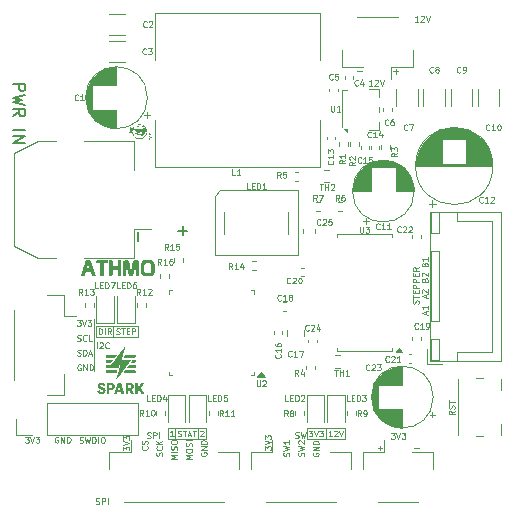
<source format=gbr>
%TF.GenerationSoftware,KiCad,Pcbnew,9.0.0*%
%TF.CreationDate,2025-08-20T08:39:56+02:00*%
%TF.ProjectId,SPARK,53504152-4b2e-46b6-9963-61645f706362,rev?*%
%TF.SameCoordinates,Original*%
%TF.FileFunction,Legend,Top*%
%TF.FilePolarity,Positive*%
%FSLAX46Y46*%
G04 Gerber Fmt 4.6, Leading zero omitted, Abs format (unit mm)*
G04 Created by KiCad (PCBNEW 9.0.0) date 2025-08-20 08:39:56*
%MOMM*%
%LPD*%
G01*
G04 APERTURE LIST*
%ADD10C,0.100000*%
%ADD11C,0.200000*%
%ADD12C,0.120000*%
%ADD13C,0.000000*%
G04 APERTURE END LIST*
D10*
X-34725000Y15925000D02*
X-34725000Y11575000D01*
X-34550000Y15350000D02*
X-31050000Y15350000D01*
X-31050000Y14450000D01*
X-34550000Y14450000D01*
X-34550000Y15350000D01*
X-27850000Y5800000D02*
X-25900000Y5800000D01*
X-33100000Y15300000D02*
X-33100000Y14450000D01*
X-15125000Y6700000D02*
X-15125000Y5800000D01*
X-27850000Y6700000D02*
X-27850000Y5800000D01*
X-25950000Y6700000D02*
X-25950000Y5800000D01*
X-28500000Y6700000D02*
X-25250000Y6700000D01*
X-25250000Y5800000D01*
X-28500000Y5800000D01*
X-28500000Y6700000D01*
X-16750000Y6700000D02*
X-13500000Y6700000D01*
X-13500000Y5800000D01*
X-16750000Y5800000D01*
X-16750000Y6700000D01*
X-11178258Y35716390D02*
X-11463972Y35716390D01*
X-11321115Y35716390D02*
X-11321115Y36216390D01*
X-11321115Y36216390D02*
X-11368734Y36144961D01*
X-11368734Y36144961D02*
X-11416353Y36097342D01*
X-11416353Y36097342D02*
X-11463972Y36073533D01*
X-10987782Y36168771D02*
X-10963973Y36192580D01*
X-10963973Y36192580D02*
X-10916354Y36216390D01*
X-10916354Y36216390D02*
X-10797306Y36216390D01*
X-10797306Y36216390D02*
X-10749687Y36192580D01*
X-10749687Y36192580D02*
X-10725878Y36168771D01*
X-10725878Y36168771D02*
X-10702068Y36121152D01*
X-10702068Y36121152D02*
X-10702068Y36073533D01*
X-10702068Y36073533D02*
X-10725878Y36002104D01*
X-10725878Y36002104D02*
X-11011592Y35716390D01*
X-11011592Y35716390D02*
X-10702068Y35716390D01*
X-10559211Y36216390D02*
X-10392545Y35716390D01*
X-10392545Y35716390D02*
X-10225878Y36216390D01*
X-4216390Y8170550D02*
X-4454485Y8003884D01*
X-4216390Y7884836D02*
X-4716390Y7884836D01*
X-4716390Y7884836D02*
X-4716390Y8075312D01*
X-4716390Y8075312D02*
X-4692580Y8122931D01*
X-4692580Y8122931D02*
X-4668771Y8146741D01*
X-4668771Y8146741D02*
X-4621152Y8170550D01*
X-4621152Y8170550D02*
X-4549723Y8170550D01*
X-4549723Y8170550D02*
X-4502104Y8146741D01*
X-4502104Y8146741D02*
X-4478295Y8122931D01*
X-4478295Y8122931D02*
X-4454485Y8075312D01*
X-4454485Y8075312D02*
X-4454485Y7884836D01*
X-4240200Y8361027D02*
X-4216390Y8432455D01*
X-4216390Y8432455D02*
X-4216390Y8551503D01*
X-4216390Y8551503D02*
X-4240200Y8599122D01*
X-4240200Y8599122D02*
X-4264009Y8622931D01*
X-4264009Y8622931D02*
X-4311628Y8646741D01*
X-4311628Y8646741D02*
X-4359247Y8646741D01*
X-4359247Y8646741D02*
X-4406866Y8622931D01*
X-4406866Y8622931D02*
X-4430676Y8599122D01*
X-4430676Y8599122D02*
X-4454485Y8551503D01*
X-4454485Y8551503D02*
X-4478295Y8456265D01*
X-4478295Y8456265D02*
X-4502104Y8408646D01*
X-4502104Y8408646D02*
X-4525914Y8384836D01*
X-4525914Y8384836D02*
X-4573533Y8361027D01*
X-4573533Y8361027D02*
X-4621152Y8361027D01*
X-4621152Y8361027D02*
X-4668771Y8384836D01*
X-4668771Y8384836D02*
X-4692580Y8408646D01*
X-4692580Y8408646D02*
X-4716390Y8456265D01*
X-4716390Y8456265D02*
X-4716390Y8575312D01*
X-4716390Y8575312D02*
X-4692580Y8646741D01*
X-4716390Y8789598D02*
X-4716390Y9075312D01*
X-4216390Y8932455D02*
X-4716390Y8932455D01*
X-20266390Y4887217D02*
X-20266390Y5196741D01*
X-20266390Y5196741D02*
X-20075914Y5030074D01*
X-20075914Y5030074D02*
X-20075914Y5101503D01*
X-20075914Y5101503D02*
X-20052104Y5149122D01*
X-20052104Y5149122D02*
X-20028295Y5172931D01*
X-20028295Y5172931D02*
X-19980676Y5196741D01*
X-19980676Y5196741D02*
X-19861628Y5196741D01*
X-19861628Y5196741D02*
X-19814009Y5172931D01*
X-19814009Y5172931D02*
X-19790200Y5149122D01*
X-19790200Y5149122D02*
X-19766390Y5101503D01*
X-19766390Y5101503D02*
X-19766390Y4958646D01*
X-19766390Y4958646D02*
X-19790200Y4911027D01*
X-19790200Y4911027D02*
X-19814009Y4887217D01*
X-20266390Y5339598D02*
X-19766390Y5506264D01*
X-19766390Y5506264D02*
X-20266390Y5672931D01*
X-20266390Y5791978D02*
X-20266390Y6101502D01*
X-20266390Y6101502D02*
X-20075914Y5934835D01*
X-20075914Y5934835D02*
X-20075914Y6006264D01*
X-20075914Y6006264D02*
X-20052104Y6053883D01*
X-20052104Y6053883D02*
X-20028295Y6077692D01*
X-20028295Y6077692D02*
X-19980676Y6101502D01*
X-19980676Y6101502D02*
X-19861628Y6101502D01*
X-19861628Y6101502D02*
X-19814009Y6077692D01*
X-19814009Y6077692D02*
X-19790200Y6053883D01*
X-19790200Y6053883D02*
X-19766390Y6006264D01*
X-19766390Y6006264D02*
X-19766390Y5863407D01*
X-19766390Y5863407D02*
X-19790200Y5815788D01*
X-19790200Y5815788D02*
X-19814009Y5791978D01*
X-25738972Y6468771D02*
X-25715163Y6492580D01*
X-25715163Y6492580D02*
X-25667544Y6516390D01*
X-25667544Y6516390D02*
X-25548496Y6516390D01*
X-25548496Y6516390D02*
X-25500877Y6492580D01*
X-25500877Y6492580D02*
X-25477068Y6468771D01*
X-25477068Y6468771D02*
X-25453258Y6421152D01*
X-25453258Y6421152D02*
X-25453258Y6373533D01*
X-25453258Y6373533D02*
X-25477068Y6302104D01*
X-25477068Y6302104D02*
X-25762782Y6016390D01*
X-25762782Y6016390D02*
X-25453258Y6016390D01*
X-36187782Y15866390D02*
X-35878258Y15866390D01*
X-35878258Y15866390D02*
X-36044925Y15675914D01*
X-36044925Y15675914D02*
X-35973496Y15675914D01*
X-35973496Y15675914D02*
X-35925877Y15652104D01*
X-35925877Y15652104D02*
X-35902068Y15628295D01*
X-35902068Y15628295D02*
X-35878258Y15580676D01*
X-35878258Y15580676D02*
X-35878258Y15461628D01*
X-35878258Y15461628D02*
X-35902068Y15414009D01*
X-35902068Y15414009D02*
X-35925877Y15390200D01*
X-35925877Y15390200D02*
X-35973496Y15366390D01*
X-35973496Y15366390D02*
X-36116353Y15366390D01*
X-36116353Y15366390D02*
X-36163972Y15390200D01*
X-36163972Y15390200D02*
X-36187782Y15414009D01*
X-35735401Y15866390D02*
X-35568735Y15366390D01*
X-35568735Y15366390D02*
X-35402068Y15866390D01*
X-35283021Y15866390D02*
X-34973497Y15866390D01*
X-34973497Y15866390D02*
X-35140164Y15675914D01*
X-35140164Y15675914D02*
X-35068735Y15675914D01*
X-35068735Y15675914D02*
X-35021116Y15652104D01*
X-35021116Y15652104D02*
X-34997307Y15628295D01*
X-34997307Y15628295D02*
X-34973497Y15580676D01*
X-34973497Y15580676D02*
X-34973497Y15461628D01*
X-34973497Y15461628D02*
X-34997307Y15414009D01*
X-34997307Y15414009D02*
X-35021116Y15390200D01*
X-35021116Y15390200D02*
X-35068735Y15366390D01*
X-35068735Y15366390D02*
X-35211592Y15366390D01*
X-35211592Y15366390D02*
X-35259211Y15390200D01*
X-35259211Y15390200D02*
X-35283021Y15414009D01*
X-16562782Y6516390D02*
X-16253258Y6516390D01*
X-16253258Y6516390D02*
X-16419925Y6325914D01*
X-16419925Y6325914D02*
X-16348496Y6325914D01*
X-16348496Y6325914D02*
X-16300877Y6302104D01*
X-16300877Y6302104D02*
X-16277068Y6278295D01*
X-16277068Y6278295D02*
X-16253258Y6230676D01*
X-16253258Y6230676D02*
X-16253258Y6111628D01*
X-16253258Y6111628D02*
X-16277068Y6064009D01*
X-16277068Y6064009D02*
X-16300877Y6040200D01*
X-16300877Y6040200D02*
X-16348496Y6016390D01*
X-16348496Y6016390D02*
X-16491353Y6016390D01*
X-16491353Y6016390D02*
X-16538972Y6040200D01*
X-16538972Y6040200D02*
X-16562782Y6064009D01*
X-16110401Y6516390D02*
X-15943735Y6016390D01*
X-15943735Y6016390D02*
X-15777068Y6516390D01*
X-15658021Y6516390D02*
X-15348497Y6516390D01*
X-15348497Y6516390D02*
X-15515164Y6325914D01*
X-15515164Y6325914D02*
X-15443735Y6325914D01*
X-15443735Y6325914D02*
X-15396116Y6302104D01*
X-15396116Y6302104D02*
X-15372307Y6278295D01*
X-15372307Y6278295D02*
X-15348497Y6230676D01*
X-15348497Y6230676D02*
X-15348497Y6111628D01*
X-15348497Y6111628D02*
X-15372307Y6064009D01*
X-15372307Y6064009D02*
X-15396116Y6040200D01*
X-15396116Y6040200D02*
X-15443735Y6016390D01*
X-15443735Y6016390D02*
X-15586592Y6016390D01*
X-15586592Y6016390D02*
X-15634211Y6040200D01*
X-15634211Y6040200D02*
X-15658021Y6064009D01*
X-16192580Y4621741D02*
X-16216390Y4574122D01*
X-16216390Y4574122D02*
X-16216390Y4502693D01*
X-16216390Y4502693D02*
X-16192580Y4431265D01*
X-16192580Y4431265D02*
X-16144961Y4383646D01*
X-16144961Y4383646D02*
X-16097342Y4359836D01*
X-16097342Y4359836D02*
X-16002104Y4336027D01*
X-16002104Y4336027D02*
X-15930676Y4336027D01*
X-15930676Y4336027D02*
X-15835438Y4359836D01*
X-15835438Y4359836D02*
X-15787819Y4383646D01*
X-15787819Y4383646D02*
X-15740200Y4431265D01*
X-15740200Y4431265D02*
X-15716390Y4502693D01*
X-15716390Y4502693D02*
X-15716390Y4550312D01*
X-15716390Y4550312D02*
X-15740200Y4621741D01*
X-15740200Y4621741D02*
X-15764009Y4645550D01*
X-15764009Y4645550D02*
X-15930676Y4645550D01*
X-15930676Y4645550D02*
X-15930676Y4550312D01*
X-15716390Y4859836D02*
X-16216390Y4859836D01*
X-16216390Y4859836D02*
X-15716390Y5145550D01*
X-15716390Y5145550D02*
X-16216390Y5145550D01*
X-15716390Y5383646D02*
X-16216390Y5383646D01*
X-16216390Y5383646D02*
X-16216390Y5502694D01*
X-16216390Y5502694D02*
X-16192580Y5574122D01*
X-16192580Y5574122D02*
X-16144961Y5621741D01*
X-16144961Y5621741D02*
X-16097342Y5645551D01*
X-16097342Y5645551D02*
X-16002104Y5669360D01*
X-16002104Y5669360D02*
X-15930676Y5669360D01*
X-15930676Y5669360D02*
X-15835438Y5645551D01*
X-15835438Y5645551D02*
X-15787819Y5621741D01*
X-15787819Y5621741D02*
X-15740200Y5574122D01*
X-15740200Y5574122D02*
X-15716390Y5502694D01*
X-15716390Y5502694D02*
X-15716390Y5383646D01*
X-36163972Y14140200D02*
X-36092544Y14116390D01*
X-36092544Y14116390D02*
X-35973496Y14116390D01*
X-35973496Y14116390D02*
X-35925877Y14140200D01*
X-35925877Y14140200D02*
X-35902068Y14164009D01*
X-35902068Y14164009D02*
X-35878258Y14211628D01*
X-35878258Y14211628D02*
X-35878258Y14259247D01*
X-35878258Y14259247D02*
X-35902068Y14306866D01*
X-35902068Y14306866D02*
X-35925877Y14330676D01*
X-35925877Y14330676D02*
X-35973496Y14354485D01*
X-35973496Y14354485D02*
X-36068734Y14378295D01*
X-36068734Y14378295D02*
X-36116353Y14402104D01*
X-36116353Y14402104D02*
X-36140163Y14425914D01*
X-36140163Y14425914D02*
X-36163972Y14473533D01*
X-36163972Y14473533D02*
X-36163972Y14521152D01*
X-36163972Y14521152D02*
X-36140163Y14568771D01*
X-36140163Y14568771D02*
X-36116353Y14592580D01*
X-36116353Y14592580D02*
X-36068734Y14616390D01*
X-36068734Y14616390D02*
X-35949687Y14616390D01*
X-35949687Y14616390D02*
X-35878258Y14592580D01*
X-35378259Y14164009D02*
X-35402068Y14140200D01*
X-35402068Y14140200D02*
X-35473497Y14116390D01*
X-35473497Y14116390D02*
X-35521116Y14116390D01*
X-35521116Y14116390D02*
X-35592544Y14140200D01*
X-35592544Y14140200D02*
X-35640163Y14187819D01*
X-35640163Y14187819D02*
X-35663973Y14235438D01*
X-35663973Y14235438D02*
X-35687782Y14330676D01*
X-35687782Y14330676D02*
X-35687782Y14402104D01*
X-35687782Y14402104D02*
X-35663973Y14497342D01*
X-35663973Y14497342D02*
X-35640163Y14544961D01*
X-35640163Y14544961D02*
X-35592544Y14592580D01*
X-35592544Y14592580D02*
X-35521116Y14616390D01*
X-35521116Y14616390D02*
X-35473497Y14616390D01*
X-35473497Y14616390D02*
X-35402068Y14592580D01*
X-35402068Y14592580D02*
X-35378259Y14568771D01*
X-34925878Y14116390D02*
X-35163973Y14116390D01*
X-35163973Y14116390D02*
X-35163973Y14616390D01*
X-7278258Y41141390D02*
X-7563972Y41141390D01*
X-7421115Y41141390D02*
X-7421115Y41641390D01*
X-7421115Y41641390D02*
X-7468734Y41569961D01*
X-7468734Y41569961D02*
X-7516353Y41522342D01*
X-7516353Y41522342D02*
X-7563972Y41498533D01*
X-7087782Y41593771D02*
X-7063973Y41617580D01*
X-7063973Y41617580D02*
X-7016354Y41641390D01*
X-7016354Y41641390D02*
X-6897306Y41641390D01*
X-6897306Y41641390D02*
X-6849687Y41617580D01*
X-6849687Y41617580D02*
X-6825878Y41593771D01*
X-6825878Y41593771D02*
X-6802068Y41546152D01*
X-6802068Y41546152D02*
X-6802068Y41498533D01*
X-6802068Y41498533D02*
X-6825878Y41427104D01*
X-6825878Y41427104D02*
X-7111592Y41141390D01*
X-7111592Y41141390D02*
X-6802068Y41141390D01*
X-6659211Y41641390D02*
X-6492545Y41141390D01*
X-6492545Y41141390D02*
X-6325878Y41641390D01*
X-6634247Y17761027D02*
X-6634247Y17999122D01*
X-6491390Y17713408D02*
X-6991390Y17880074D01*
X-6991390Y17880074D02*
X-6491390Y18046741D01*
X-6943771Y18189598D02*
X-6967580Y18213407D01*
X-6967580Y18213407D02*
X-6991390Y18261026D01*
X-6991390Y18261026D02*
X-6991390Y18380074D01*
X-6991390Y18380074D02*
X-6967580Y18427693D01*
X-6967580Y18427693D02*
X-6943771Y18451502D01*
X-6943771Y18451502D02*
X-6896152Y18475312D01*
X-6896152Y18475312D02*
X-6848533Y18475312D01*
X-6848533Y18475312D02*
X-6777104Y18451502D01*
X-6777104Y18451502D02*
X-6491390Y18165788D01*
X-6491390Y18165788D02*
X-6491390Y18475312D01*
X-27638972Y6040200D02*
X-27567544Y6016390D01*
X-27567544Y6016390D02*
X-27448496Y6016390D01*
X-27448496Y6016390D02*
X-27400877Y6040200D01*
X-27400877Y6040200D02*
X-27377068Y6064009D01*
X-27377068Y6064009D02*
X-27353258Y6111628D01*
X-27353258Y6111628D02*
X-27353258Y6159247D01*
X-27353258Y6159247D02*
X-27377068Y6206866D01*
X-27377068Y6206866D02*
X-27400877Y6230676D01*
X-27400877Y6230676D02*
X-27448496Y6254485D01*
X-27448496Y6254485D02*
X-27543734Y6278295D01*
X-27543734Y6278295D02*
X-27591353Y6302104D01*
X-27591353Y6302104D02*
X-27615163Y6325914D01*
X-27615163Y6325914D02*
X-27638972Y6373533D01*
X-27638972Y6373533D02*
X-27638972Y6421152D01*
X-27638972Y6421152D02*
X-27615163Y6468771D01*
X-27615163Y6468771D02*
X-27591353Y6492580D01*
X-27591353Y6492580D02*
X-27543734Y6516390D01*
X-27543734Y6516390D02*
X-27424687Y6516390D01*
X-27424687Y6516390D02*
X-27353258Y6492580D01*
X-27210401Y6516390D02*
X-26924687Y6516390D01*
X-27067544Y6016390D02*
X-27067544Y6516390D01*
X-26781830Y6159247D02*
X-26543735Y6159247D01*
X-26829449Y6016390D02*
X-26662783Y6516390D01*
X-26662783Y6516390D02*
X-26496116Y6016390D01*
X-26400878Y6516390D02*
X-26115164Y6516390D01*
X-26258021Y6016390D02*
X-26258021Y6516390D01*
X-6753295Y20576503D02*
X-6729485Y20647931D01*
X-6729485Y20647931D02*
X-6705676Y20671741D01*
X-6705676Y20671741D02*
X-6658057Y20695550D01*
X-6658057Y20695550D02*
X-6586628Y20695550D01*
X-6586628Y20695550D02*
X-6539009Y20671741D01*
X-6539009Y20671741D02*
X-6515200Y20647931D01*
X-6515200Y20647931D02*
X-6491390Y20600312D01*
X-6491390Y20600312D02*
X-6491390Y20409836D01*
X-6491390Y20409836D02*
X-6991390Y20409836D01*
X-6991390Y20409836D02*
X-6991390Y20576503D01*
X-6991390Y20576503D02*
X-6967580Y20624122D01*
X-6967580Y20624122D02*
X-6943771Y20647931D01*
X-6943771Y20647931D02*
X-6896152Y20671741D01*
X-6896152Y20671741D02*
X-6848533Y20671741D01*
X-6848533Y20671741D02*
X-6800914Y20647931D01*
X-6800914Y20647931D02*
X-6777104Y20624122D01*
X-6777104Y20624122D02*
X-6753295Y20576503D01*
X-6753295Y20576503D02*
X-6753295Y20409836D01*
X-6491390Y21171741D02*
X-6491390Y20886027D01*
X-6491390Y21028884D02*
X-6991390Y21028884D01*
X-6991390Y21028884D02*
X-6919961Y20981265D01*
X-6919961Y20981265D02*
X-6872342Y20933646D01*
X-6872342Y20933646D02*
X-6848533Y20886027D01*
X-16990200Y4361027D02*
X-16966390Y4432455D01*
X-16966390Y4432455D02*
X-16966390Y4551503D01*
X-16966390Y4551503D02*
X-16990200Y4599122D01*
X-16990200Y4599122D02*
X-17014009Y4622931D01*
X-17014009Y4622931D02*
X-17061628Y4646741D01*
X-17061628Y4646741D02*
X-17109247Y4646741D01*
X-17109247Y4646741D02*
X-17156866Y4622931D01*
X-17156866Y4622931D02*
X-17180676Y4599122D01*
X-17180676Y4599122D02*
X-17204485Y4551503D01*
X-17204485Y4551503D02*
X-17228295Y4456265D01*
X-17228295Y4456265D02*
X-17252104Y4408646D01*
X-17252104Y4408646D02*
X-17275914Y4384836D01*
X-17275914Y4384836D02*
X-17323533Y4361027D01*
X-17323533Y4361027D02*
X-17371152Y4361027D01*
X-17371152Y4361027D02*
X-17418771Y4384836D01*
X-17418771Y4384836D02*
X-17442580Y4408646D01*
X-17442580Y4408646D02*
X-17466390Y4456265D01*
X-17466390Y4456265D02*
X-17466390Y4575312D01*
X-17466390Y4575312D02*
X-17442580Y4646741D01*
X-17466390Y4813407D02*
X-16966390Y4932455D01*
X-16966390Y4932455D02*
X-17323533Y5027693D01*
X-17323533Y5027693D02*
X-16966390Y5122931D01*
X-16966390Y5122931D02*
X-17466390Y5241979D01*
X-17418771Y5408646D02*
X-17442580Y5432455D01*
X-17442580Y5432455D02*
X-17466390Y5480074D01*
X-17466390Y5480074D02*
X-17466390Y5599122D01*
X-17466390Y5599122D02*
X-17442580Y5646741D01*
X-17442580Y5646741D02*
X-17418771Y5670550D01*
X-17418771Y5670550D02*
X-17371152Y5694360D01*
X-17371152Y5694360D02*
X-17323533Y5694360D01*
X-17323533Y5694360D02*
X-17252104Y5670550D01*
X-17252104Y5670550D02*
X-16966390Y5384836D01*
X-16966390Y5384836D02*
X-16966390Y5694360D01*
X-6753295Y19276503D02*
X-6729485Y19347931D01*
X-6729485Y19347931D02*
X-6705676Y19371741D01*
X-6705676Y19371741D02*
X-6658057Y19395550D01*
X-6658057Y19395550D02*
X-6586628Y19395550D01*
X-6586628Y19395550D02*
X-6539009Y19371741D01*
X-6539009Y19371741D02*
X-6515200Y19347931D01*
X-6515200Y19347931D02*
X-6491390Y19300312D01*
X-6491390Y19300312D02*
X-6491390Y19109836D01*
X-6491390Y19109836D02*
X-6991390Y19109836D01*
X-6991390Y19109836D02*
X-6991390Y19276503D01*
X-6991390Y19276503D02*
X-6967580Y19324122D01*
X-6967580Y19324122D02*
X-6943771Y19347931D01*
X-6943771Y19347931D02*
X-6896152Y19371741D01*
X-6896152Y19371741D02*
X-6848533Y19371741D01*
X-6848533Y19371741D02*
X-6800914Y19347931D01*
X-6800914Y19347931D02*
X-6777104Y19324122D01*
X-6777104Y19324122D02*
X-6753295Y19276503D01*
X-6753295Y19276503D02*
X-6753295Y19109836D01*
X-6943771Y19586027D02*
X-6967580Y19609836D01*
X-6967580Y19609836D02*
X-6991390Y19657455D01*
X-6991390Y19657455D02*
X-6991390Y19776503D01*
X-6991390Y19776503D02*
X-6967580Y19824122D01*
X-6967580Y19824122D02*
X-6943771Y19847931D01*
X-6943771Y19847931D02*
X-6896152Y19871741D01*
X-6896152Y19871741D02*
X-6848533Y19871741D01*
X-6848533Y19871741D02*
X-6777104Y19847931D01*
X-6777104Y19847931D02*
X-6491390Y19562217D01*
X-6491390Y19562217D02*
X-6491390Y19871741D01*
X-18240200Y4361027D02*
X-18216390Y4432455D01*
X-18216390Y4432455D02*
X-18216390Y4551503D01*
X-18216390Y4551503D02*
X-18240200Y4599122D01*
X-18240200Y4599122D02*
X-18264009Y4622931D01*
X-18264009Y4622931D02*
X-18311628Y4646741D01*
X-18311628Y4646741D02*
X-18359247Y4646741D01*
X-18359247Y4646741D02*
X-18406866Y4622931D01*
X-18406866Y4622931D02*
X-18430676Y4599122D01*
X-18430676Y4599122D02*
X-18454485Y4551503D01*
X-18454485Y4551503D02*
X-18478295Y4456265D01*
X-18478295Y4456265D02*
X-18502104Y4408646D01*
X-18502104Y4408646D02*
X-18525914Y4384836D01*
X-18525914Y4384836D02*
X-18573533Y4361027D01*
X-18573533Y4361027D02*
X-18621152Y4361027D01*
X-18621152Y4361027D02*
X-18668771Y4384836D01*
X-18668771Y4384836D02*
X-18692580Y4408646D01*
X-18692580Y4408646D02*
X-18716390Y4456265D01*
X-18716390Y4456265D02*
X-18716390Y4575312D01*
X-18716390Y4575312D02*
X-18692580Y4646741D01*
X-18716390Y4813407D02*
X-18216390Y4932455D01*
X-18216390Y4932455D02*
X-18573533Y5027693D01*
X-18573533Y5027693D02*
X-18216390Y5122931D01*
X-18216390Y5122931D02*
X-18716390Y5241979D01*
X-18216390Y5694360D02*
X-18216390Y5408646D01*
X-18216390Y5551503D02*
X-18716390Y5551503D01*
X-18716390Y5551503D02*
X-18644961Y5503884D01*
X-18644961Y5503884D02*
X-18597342Y5456265D01*
X-18597342Y5456265D02*
X-18573533Y5408646D01*
X-32266390Y4847217D02*
X-32266390Y5156741D01*
X-32266390Y5156741D02*
X-32075914Y4990074D01*
X-32075914Y4990074D02*
X-32075914Y5061503D01*
X-32075914Y5061503D02*
X-32052104Y5109122D01*
X-32052104Y5109122D02*
X-32028295Y5132931D01*
X-32028295Y5132931D02*
X-31980676Y5156741D01*
X-31980676Y5156741D02*
X-31861628Y5156741D01*
X-31861628Y5156741D02*
X-31814009Y5132931D01*
X-31814009Y5132931D02*
X-31790200Y5109122D01*
X-31790200Y5109122D02*
X-31766390Y5061503D01*
X-31766390Y5061503D02*
X-31766390Y4918646D01*
X-31766390Y4918646D02*
X-31790200Y4871027D01*
X-31790200Y4871027D02*
X-31814009Y4847217D01*
X-32266390Y5299598D02*
X-31766390Y5466264D01*
X-31766390Y5466264D02*
X-32266390Y5632931D01*
X-32266390Y5751978D02*
X-32266390Y6061502D01*
X-32266390Y6061502D02*
X-32075914Y5894835D01*
X-32075914Y5894835D02*
X-32075914Y5966264D01*
X-32075914Y5966264D02*
X-32052104Y6013883D01*
X-32052104Y6013883D02*
X-32028295Y6037692D01*
X-32028295Y6037692D02*
X-31980676Y6061502D01*
X-31980676Y6061502D02*
X-31861628Y6061502D01*
X-31861628Y6061502D02*
X-31814009Y6037692D01*
X-31814009Y6037692D02*
X-31790200Y6013883D01*
X-31790200Y6013883D02*
X-31766390Y5966264D01*
X-31766390Y5966264D02*
X-31766390Y5823407D01*
X-31766390Y5823407D02*
X-31790200Y5775788D01*
X-31790200Y5775788D02*
X-31814009Y5751978D01*
X-37778258Y5967580D02*
X-37825877Y5991390D01*
X-37825877Y5991390D02*
X-37897306Y5991390D01*
X-37897306Y5991390D02*
X-37968734Y5967580D01*
X-37968734Y5967580D02*
X-38016353Y5919961D01*
X-38016353Y5919961D02*
X-38040163Y5872342D01*
X-38040163Y5872342D02*
X-38063972Y5777104D01*
X-38063972Y5777104D02*
X-38063972Y5705676D01*
X-38063972Y5705676D02*
X-38040163Y5610438D01*
X-38040163Y5610438D02*
X-38016353Y5562819D01*
X-38016353Y5562819D02*
X-37968734Y5515200D01*
X-37968734Y5515200D02*
X-37897306Y5491390D01*
X-37897306Y5491390D02*
X-37849687Y5491390D01*
X-37849687Y5491390D02*
X-37778258Y5515200D01*
X-37778258Y5515200D02*
X-37754449Y5539009D01*
X-37754449Y5539009D02*
X-37754449Y5705676D01*
X-37754449Y5705676D02*
X-37849687Y5705676D01*
X-37540163Y5491390D02*
X-37540163Y5991390D01*
X-37540163Y5991390D02*
X-37254449Y5491390D01*
X-37254449Y5491390D02*
X-37254449Y5991390D01*
X-37016353Y5491390D02*
X-37016353Y5991390D01*
X-37016353Y5991390D02*
X-36897305Y5991390D01*
X-36897305Y5991390D02*
X-36825877Y5967580D01*
X-36825877Y5967580D02*
X-36778258Y5919961D01*
X-36778258Y5919961D02*
X-36754448Y5872342D01*
X-36754448Y5872342D02*
X-36730639Y5777104D01*
X-36730639Y5777104D02*
X-36730639Y5705676D01*
X-36730639Y5705676D02*
X-36754448Y5610438D01*
X-36754448Y5610438D02*
X-36778258Y5562819D01*
X-36778258Y5562819D02*
X-36825877Y5515200D01*
X-36825877Y5515200D02*
X-36897305Y5491390D01*
X-36897305Y5491390D02*
X-37016353Y5491390D01*
X-14603258Y6016390D02*
X-14888972Y6016390D01*
X-14746115Y6016390D02*
X-14746115Y6516390D01*
X-14746115Y6516390D02*
X-14793734Y6444961D01*
X-14793734Y6444961D02*
X-14841353Y6397342D01*
X-14841353Y6397342D02*
X-14888972Y6373533D01*
X-14412782Y6468771D02*
X-14388973Y6492580D01*
X-14388973Y6492580D02*
X-14341354Y6516390D01*
X-14341354Y6516390D02*
X-14222306Y6516390D01*
X-14222306Y6516390D02*
X-14174687Y6492580D01*
X-14174687Y6492580D02*
X-14150878Y6468771D01*
X-14150878Y6468771D02*
X-14127068Y6421152D01*
X-14127068Y6421152D02*
X-14127068Y6373533D01*
X-14127068Y6373533D02*
X-14150878Y6302104D01*
X-14150878Y6302104D02*
X-14436592Y6016390D01*
X-14436592Y6016390D02*
X-14127068Y6016390D01*
X-13984211Y6516390D02*
X-13817545Y6016390D01*
X-13817545Y6016390D02*
X-13650878Y6516390D01*
X-7290200Y17261027D02*
X-7266390Y17332455D01*
X-7266390Y17332455D02*
X-7266390Y17451503D01*
X-7266390Y17451503D02*
X-7290200Y17499122D01*
X-7290200Y17499122D02*
X-7314009Y17522931D01*
X-7314009Y17522931D02*
X-7361628Y17546741D01*
X-7361628Y17546741D02*
X-7409247Y17546741D01*
X-7409247Y17546741D02*
X-7456866Y17522931D01*
X-7456866Y17522931D02*
X-7480676Y17499122D01*
X-7480676Y17499122D02*
X-7504485Y17451503D01*
X-7504485Y17451503D02*
X-7528295Y17356265D01*
X-7528295Y17356265D02*
X-7552104Y17308646D01*
X-7552104Y17308646D02*
X-7575914Y17284836D01*
X-7575914Y17284836D02*
X-7623533Y17261027D01*
X-7623533Y17261027D02*
X-7671152Y17261027D01*
X-7671152Y17261027D02*
X-7718771Y17284836D01*
X-7718771Y17284836D02*
X-7742580Y17308646D01*
X-7742580Y17308646D02*
X-7766390Y17356265D01*
X-7766390Y17356265D02*
X-7766390Y17475312D01*
X-7766390Y17475312D02*
X-7742580Y17546741D01*
X-7766390Y17689598D02*
X-7766390Y17975312D01*
X-7266390Y17832455D02*
X-7766390Y17832455D01*
X-7528295Y18141978D02*
X-7528295Y18308645D01*
X-7266390Y18380073D02*
X-7266390Y18141978D01*
X-7266390Y18141978D02*
X-7766390Y18141978D01*
X-7766390Y18141978D02*
X-7766390Y18380073D01*
X-7266390Y18594359D02*
X-7766390Y18594359D01*
X-7766390Y18594359D02*
X-7766390Y18784835D01*
X-7766390Y18784835D02*
X-7742580Y18832454D01*
X-7742580Y18832454D02*
X-7718771Y18856264D01*
X-7718771Y18856264D02*
X-7671152Y18880073D01*
X-7671152Y18880073D02*
X-7599723Y18880073D01*
X-7599723Y18880073D02*
X-7552104Y18856264D01*
X-7552104Y18856264D02*
X-7528295Y18832454D01*
X-7528295Y18832454D02*
X-7504485Y18784835D01*
X-7504485Y18784835D02*
X-7504485Y18594359D01*
X-7266390Y19094359D02*
X-7766390Y19094359D01*
X-7766390Y19094359D02*
X-7766390Y19284835D01*
X-7766390Y19284835D02*
X-7742580Y19332454D01*
X-7742580Y19332454D02*
X-7718771Y19356264D01*
X-7718771Y19356264D02*
X-7671152Y19380073D01*
X-7671152Y19380073D02*
X-7599723Y19380073D01*
X-7599723Y19380073D02*
X-7552104Y19356264D01*
X-7552104Y19356264D02*
X-7528295Y19332454D01*
X-7528295Y19332454D02*
X-7504485Y19284835D01*
X-7504485Y19284835D02*
X-7504485Y19094359D01*
X-7528295Y19594359D02*
X-7528295Y19761026D01*
X-7266390Y19832454D02*
X-7266390Y19594359D01*
X-7266390Y19594359D02*
X-7766390Y19594359D01*
X-7766390Y19594359D02*
X-7766390Y19832454D01*
X-7266390Y20332454D02*
X-7504485Y20165788D01*
X-7266390Y20046740D02*
X-7766390Y20046740D01*
X-7766390Y20046740D02*
X-7766390Y20237216D01*
X-7766390Y20237216D02*
X-7742580Y20284835D01*
X-7742580Y20284835D02*
X-7718771Y20308645D01*
X-7718771Y20308645D02*
X-7671152Y20332454D01*
X-7671152Y20332454D02*
X-7599723Y20332454D01*
X-7599723Y20332454D02*
X-7552104Y20308645D01*
X-7552104Y20308645D02*
X-7528295Y20284835D01*
X-7528295Y20284835D02*
X-7504485Y20237216D01*
X-7504485Y20237216D02*
X-7504485Y20046740D01*
X-9390163Y36931866D02*
X-9009211Y36931866D01*
X-9199687Y36741390D02*
X-9199687Y37122342D01*
X-10715163Y5056866D02*
X-10334211Y5056866D01*
X-10524687Y4866390D02*
X-10524687Y5247342D01*
X-6634247Y16386027D02*
X-6634247Y16624122D01*
X-6491390Y16338408D02*
X-6991390Y16505074D01*
X-6991390Y16505074D02*
X-6491390Y16671741D01*
X-6491390Y17100312D02*
X-6491390Y16814598D01*
X-6491390Y16957455D02*
X-6991390Y16957455D01*
X-6991390Y16957455D02*
X-6919961Y16909836D01*
X-6919961Y16909836D02*
X-6872342Y16862217D01*
X-6872342Y16862217D02*
X-6848533Y16814598D01*
X-36163972Y12890200D02*
X-36092544Y12866390D01*
X-36092544Y12866390D02*
X-35973496Y12866390D01*
X-35973496Y12866390D02*
X-35925877Y12890200D01*
X-35925877Y12890200D02*
X-35902068Y12914009D01*
X-35902068Y12914009D02*
X-35878258Y12961628D01*
X-35878258Y12961628D02*
X-35878258Y13009247D01*
X-35878258Y13009247D02*
X-35902068Y13056866D01*
X-35902068Y13056866D02*
X-35925877Y13080676D01*
X-35925877Y13080676D02*
X-35973496Y13104485D01*
X-35973496Y13104485D02*
X-36068734Y13128295D01*
X-36068734Y13128295D02*
X-36116353Y13152104D01*
X-36116353Y13152104D02*
X-36140163Y13175914D01*
X-36140163Y13175914D02*
X-36163972Y13223533D01*
X-36163972Y13223533D02*
X-36163972Y13271152D01*
X-36163972Y13271152D02*
X-36140163Y13318771D01*
X-36140163Y13318771D02*
X-36116353Y13342580D01*
X-36116353Y13342580D02*
X-36068734Y13366390D01*
X-36068734Y13366390D02*
X-35949687Y13366390D01*
X-35949687Y13366390D02*
X-35878258Y13342580D01*
X-35663973Y12866390D02*
X-35663973Y13366390D01*
X-35663973Y13366390D02*
X-35544925Y13366390D01*
X-35544925Y13366390D02*
X-35473497Y13342580D01*
X-35473497Y13342580D02*
X-35425878Y13294961D01*
X-35425878Y13294961D02*
X-35402068Y13247342D01*
X-35402068Y13247342D02*
X-35378259Y13152104D01*
X-35378259Y13152104D02*
X-35378259Y13080676D01*
X-35378259Y13080676D02*
X-35402068Y12985438D01*
X-35402068Y12985438D02*
X-35425878Y12937819D01*
X-35425878Y12937819D02*
X-35473497Y12890200D01*
X-35473497Y12890200D02*
X-35544925Y12866390D01*
X-35544925Y12866390D02*
X-35663973Y12866390D01*
X-35187782Y13009247D02*
X-34949687Y13009247D01*
X-35235401Y12866390D02*
X-35068735Y13366390D01*
X-35068735Y13366390D02*
X-34902068Y12866390D01*
X-27716390Y4109836D02*
X-28216390Y4109836D01*
X-28216390Y4109836D02*
X-27859247Y4276503D01*
X-27859247Y4276503D02*
X-28216390Y4443169D01*
X-28216390Y4443169D02*
X-27716390Y4443169D01*
X-27716390Y4681265D02*
X-28216390Y4681265D01*
X-27740200Y4895551D02*
X-27716390Y4966979D01*
X-27716390Y4966979D02*
X-27716390Y5086027D01*
X-27716390Y5086027D02*
X-27740200Y5133646D01*
X-27740200Y5133646D02*
X-27764009Y5157455D01*
X-27764009Y5157455D02*
X-27811628Y5181265D01*
X-27811628Y5181265D02*
X-27859247Y5181265D01*
X-27859247Y5181265D02*
X-27906866Y5157455D01*
X-27906866Y5157455D02*
X-27930676Y5133646D01*
X-27930676Y5133646D02*
X-27954485Y5086027D01*
X-27954485Y5086027D02*
X-27978295Y4990789D01*
X-27978295Y4990789D02*
X-28002104Y4943170D01*
X-28002104Y4943170D02*
X-28025914Y4919360D01*
X-28025914Y4919360D02*
X-28073533Y4895551D01*
X-28073533Y4895551D02*
X-28121152Y4895551D01*
X-28121152Y4895551D02*
X-28168771Y4919360D01*
X-28168771Y4919360D02*
X-28192580Y4943170D01*
X-28192580Y4943170D02*
X-28216390Y4990789D01*
X-28216390Y4990789D02*
X-28216390Y5109836D01*
X-28216390Y5109836D02*
X-28192580Y5181265D01*
X-28216390Y5490788D02*
X-28216390Y5586026D01*
X-28216390Y5586026D02*
X-28192580Y5633645D01*
X-28192580Y5633645D02*
X-28144961Y5681264D01*
X-28144961Y5681264D02*
X-28049723Y5705074D01*
X-28049723Y5705074D02*
X-27883057Y5705074D01*
X-27883057Y5705074D02*
X-27787819Y5681264D01*
X-27787819Y5681264D02*
X-27740200Y5633645D01*
X-27740200Y5633645D02*
X-27716390Y5586026D01*
X-27716390Y5586026D02*
X-27716390Y5490788D01*
X-27716390Y5490788D02*
X-27740200Y5443169D01*
X-27740200Y5443169D02*
X-27787819Y5395550D01*
X-27787819Y5395550D02*
X-27883057Y5371741D01*
X-27883057Y5371741D02*
X-28049723Y5371741D01*
X-28049723Y5371741D02*
X-28144961Y5395550D01*
X-28144961Y5395550D02*
X-28192580Y5443169D01*
X-28192580Y5443169D02*
X-28216390Y5490788D01*
X-34315163Y14666390D02*
X-34315163Y15166390D01*
X-34315163Y15166390D02*
X-34196115Y15166390D01*
X-34196115Y15166390D02*
X-34124687Y15142580D01*
X-34124687Y15142580D02*
X-34077068Y15094961D01*
X-34077068Y15094961D02*
X-34053258Y15047342D01*
X-34053258Y15047342D02*
X-34029449Y14952104D01*
X-34029449Y14952104D02*
X-34029449Y14880676D01*
X-34029449Y14880676D02*
X-34053258Y14785438D01*
X-34053258Y14785438D02*
X-34077068Y14737819D01*
X-34077068Y14737819D02*
X-34124687Y14690200D01*
X-34124687Y14690200D02*
X-34196115Y14666390D01*
X-34196115Y14666390D02*
X-34315163Y14666390D01*
X-33815163Y14666390D02*
X-33815163Y15166390D01*
X-33291354Y14666390D02*
X-33458020Y14904485D01*
X-33577068Y14666390D02*
X-33577068Y15166390D01*
X-33577068Y15166390D02*
X-33386592Y15166390D01*
X-33386592Y15166390D02*
X-33338973Y15142580D01*
X-33338973Y15142580D02*
X-33315163Y15118771D01*
X-33315163Y15118771D02*
X-33291354Y15071152D01*
X-33291354Y15071152D02*
X-33291354Y14999723D01*
X-33291354Y14999723D02*
X-33315163Y14952104D01*
X-33315163Y14952104D02*
X-33338973Y14928295D01*
X-33338973Y14928295D02*
X-33386592Y14904485D01*
X-33386592Y14904485D02*
X-33577068Y14904485D01*
X-28990200Y4386027D02*
X-28966390Y4457455D01*
X-28966390Y4457455D02*
X-28966390Y4576503D01*
X-28966390Y4576503D02*
X-28990200Y4624122D01*
X-28990200Y4624122D02*
X-29014009Y4647931D01*
X-29014009Y4647931D02*
X-29061628Y4671741D01*
X-29061628Y4671741D02*
X-29109247Y4671741D01*
X-29109247Y4671741D02*
X-29156866Y4647931D01*
X-29156866Y4647931D02*
X-29180676Y4624122D01*
X-29180676Y4624122D02*
X-29204485Y4576503D01*
X-29204485Y4576503D02*
X-29228295Y4481265D01*
X-29228295Y4481265D02*
X-29252104Y4433646D01*
X-29252104Y4433646D02*
X-29275914Y4409836D01*
X-29275914Y4409836D02*
X-29323533Y4386027D01*
X-29323533Y4386027D02*
X-29371152Y4386027D01*
X-29371152Y4386027D02*
X-29418771Y4409836D01*
X-29418771Y4409836D02*
X-29442580Y4433646D01*
X-29442580Y4433646D02*
X-29466390Y4481265D01*
X-29466390Y4481265D02*
X-29466390Y4600312D01*
X-29466390Y4600312D02*
X-29442580Y4671741D01*
X-29014009Y5171740D02*
X-28990200Y5147931D01*
X-28990200Y5147931D02*
X-28966390Y5076502D01*
X-28966390Y5076502D02*
X-28966390Y5028883D01*
X-28966390Y5028883D02*
X-28990200Y4957455D01*
X-28990200Y4957455D02*
X-29037819Y4909836D01*
X-29037819Y4909836D02*
X-29085438Y4886026D01*
X-29085438Y4886026D02*
X-29180676Y4862217D01*
X-29180676Y4862217D02*
X-29252104Y4862217D01*
X-29252104Y4862217D02*
X-29347342Y4886026D01*
X-29347342Y4886026D02*
X-29394961Y4909836D01*
X-29394961Y4909836D02*
X-29442580Y4957455D01*
X-29442580Y4957455D02*
X-29466390Y5028883D01*
X-29466390Y5028883D02*
X-29466390Y5076502D01*
X-29466390Y5076502D02*
X-29442580Y5147931D01*
X-29442580Y5147931D02*
X-29418771Y5171740D01*
X-28966390Y5386026D02*
X-29466390Y5386026D01*
X-28966390Y5671740D02*
X-29252104Y5457455D01*
X-29466390Y5671740D02*
X-29180676Y5386026D01*
X-12440163Y36931866D02*
X-12059211Y36931866D01*
X-28003258Y6016390D02*
X-28288972Y6016390D01*
X-28146115Y6016390D02*
X-28146115Y6516390D01*
X-28146115Y6516390D02*
X-28193734Y6444961D01*
X-28193734Y6444961D02*
X-28241353Y6397342D01*
X-28241353Y6397342D02*
X-28288972Y6373533D01*
X-34588972Y315200D02*
X-34517544Y291390D01*
X-34517544Y291390D02*
X-34398496Y291390D01*
X-34398496Y291390D02*
X-34350877Y315200D01*
X-34350877Y315200D02*
X-34327068Y339009D01*
X-34327068Y339009D02*
X-34303258Y386628D01*
X-34303258Y386628D02*
X-34303258Y434247D01*
X-34303258Y434247D02*
X-34327068Y481866D01*
X-34327068Y481866D02*
X-34350877Y505676D01*
X-34350877Y505676D02*
X-34398496Y529485D01*
X-34398496Y529485D02*
X-34493734Y553295D01*
X-34493734Y553295D02*
X-34541353Y577104D01*
X-34541353Y577104D02*
X-34565163Y600914D01*
X-34565163Y600914D02*
X-34588972Y648533D01*
X-34588972Y648533D02*
X-34588972Y696152D01*
X-34588972Y696152D02*
X-34565163Y743771D01*
X-34565163Y743771D02*
X-34541353Y767580D01*
X-34541353Y767580D02*
X-34493734Y791390D01*
X-34493734Y791390D02*
X-34374687Y791390D01*
X-34374687Y791390D02*
X-34303258Y767580D01*
X-34088973Y291390D02*
X-34088973Y791390D01*
X-34088973Y791390D02*
X-33898497Y791390D01*
X-33898497Y791390D02*
X-33850878Y767580D01*
X-33850878Y767580D02*
X-33827068Y743771D01*
X-33827068Y743771D02*
X-33803259Y696152D01*
X-33803259Y696152D02*
X-33803259Y624723D01*
X-33803259Y624723D02*
X-33827068Y577104D01*
X-33827068Y577104D02*
X-33850878Y553295D01*
X-33850878Y553295D02*
X-33898497Y529485D01*
X-33898497Y529485D02*
X-34088973Y529485D01*
X-33588973Y291390D02*
X-33588973Y791390D01*
D11*
X-27605326Y23413733D02*
X-26843422Y23413733D01*
X-27224374Y23032780D02*
X-27224374Y23794685D01*
D10*
X-7630163Y5056866D02*
X-7249211Y5056866D01*
D11*
X-41567219Y35855326D02*
X-40567219Y35855326D01*
X-40567219Y35855326D02*
X-40567219Y35474374D01*
X-40567219Y35474374D02*
X-40614838Y35379136D01*
X-40614838Y35379136D02*
X-40662457Y35331517D01*
X-40662457Y35331517D02*
X-40757695Y35283898D01*
X-40757695Y35283898D02*
X-40900552Y35283898D01*
X-40900552Y35283898D02*
X-40995790Y35331517D01*
X-40995790Y35331517D02*
X-41043409Y35379136D01*
X-41043409Y35379136D02*
X-41091028Y35474374D01*
X-41091028Y35474374D02*
X-41091028Y35855326D01*
X-40567219Y34950564D02*
X-41567219Y34712469D01*
X-41567219Y34712469D02*
X-40852933Y34521993D01*
X-40852933Y34521993D02*
X-41567219Y34331517D01*
X-41567219Y34331517D02*
X-40567219Y34093422D01*
X-41567219Y33141041D02*
X-41091028Y33474374D01*
X-41567219Y33712469D02*
X-40567219Y33712469D01*
X-40567219Y33712469D02*
X-40567219Y33331517D01*
X-40567219Y33331517D02*
X-40614838Y33236279D01*
X-40614838Y33236279D02*
X-40662457Y33188660D01*
X-40662457Y33188660D02*
X-40757695Y33141041D01*
X-40757695Y33141041D02*
X-40900552Y33141041D01*
X-40900552Y33141041D02*
X-40995790Y33188660D01*
X-40995790Y33188660D02*
X-41043409Y33236279D01*
X-41043409Y33236279D02*
X-41091028Y33331517D01*
X-41091028Y33331517D02*
X-41091028Y33712469D01*
X-41567219Y31950564D02*
X-40567219Y31950564D01*
X-41567219Y31474374D02*
X-40567219Y31474374D01*
X-40567219Y31474374D02*
X-41567219Y30902946D01*
X-41567219Y30902946D02*
X-40567219Y30902946D01*
D10*
X-26466390Y4109836D02*
X-26966390Y4109836D01*
X-26966390Y4109836D02*
X-26609247Y4276503D01*
X-26609247Y4276503D02*
X-26966390Y4443169D01*
X-26966390Y4443169D02*
X-26466390Y4443169D01*
X-26966390Y4776503D02*
X-26966390Y4871741D01*
X-26966390Y4871741D02*
X-26942580Y4919360D01*
X-26942580Y4919360D02*
X-26894961Y4966979D01*
X-26894961Y4966979D02*
X-26799723Y4990789D01*
X-26799723Y4990789D02*
X-26633057Y4990789D01*
X-26633057Y4990789D02*
X-26537819Y4966979D01*
X-26537819Y4966979D02*
X-26490200Y4919360D01*
X-26490200Y4919360D02*
X-26466390Y4871741D01*
X-26466390Y4871741D02*
X-26466390Y4776503D01*
X-26466390Y4776503D02*
X-26490200Y4728884D01*
X-26490200Y4728884D02*
X-26537819Y4681265D01*
X-26537819Y4681265D02*
X-26633057Y4657456D01*
X-26633057Y4657456D02*
X-26799723Y4657456D01*
X-26799723Y4657456D02*
X-26894961Y4681265D01*
X-26894961Y4681265D02*
X-26942580Y4728884D01*
X-26942580Y4728884D02*
X-26966390Y4776503D01*
X-26490200Y5181266D02*
X-26466390Y5252694D01*
X-26466390Y5252694D02*
X-26466390Y5371742D01*
X-26466390Y5371742D02*
X-26490200Y5419361D01*
X-26490200Y5419361D02*
X-26514009Y5443170D01*
X-26514009Y5443170D02*
X-26561628Y5466980D01*
X-26561628Y5466980D02*
X-26609247Y5466980D01*
X-26609247Y5466980D02*
X-26656866Y5443170D01*
X-26656866Y5443170D02*
X-26680676Y5419361D01*
X-26680676Y5419361D02*
X-26704485Y5371742D01*
X-26704485Y5371742D02*
X-26728295Y5276504D01*
X-26728295Y5276504D02*
X-26752104Y5228885D01*
X-26752104Y5228885D02*
X-26775914Y5205075D01*
X-26775914Y5205075D02*
X-26823533Y5181266D01*
X-26823533Y5181266D02*
X-26871152Y5181266D01*
X-26871152Y5181266D02*
X-26918771Y5205075D01*
X-26918771Y5205075D02*
X-26942580Y5228885D01*
X-26942580Y5228885D02*
X-26966390Y5276504D01*
X-26966390Y5276504D02*
X-26966390Y5395551D01*
X-26966390Y5395551D02*
X-26942580Y5466980D01*
X-26466390Y5681265D02*
X-26966390Y5681265D01*
X-25692580Y4646741D02*
X-25716390Y4599122D01*
X-25716390Y4599122D02*
X-25716390Y4527693D01*
X-25716390Y4527693D02*
X-25692580Y4456265D01*
X-25692580Y4456265D02*
X-25644961Y4408646D01*
X-25644961Y4408646D02*
X-25597342Y4384836D01*
X-25597342Y4384836D02*
X-25502104Y4361027D01*
X-25502104Y4361027D02*
X-25430676Y4361027D01*
X-25430676Y4361027D02*
X-25335438Y4384836D01*
X-25335438Y4384836D02*
X-25287819Y4408646D01*
X-25287819Y4408646D02*
X-25240200Y4456265D01*
X-25240200Y4456265D02*
X-25216390Y4527693D01*
X-25216390Y4527693D02*
X-25216390Y4575312D01*
X-25216390Y4575312D02*
X-25240200Y4646741D01*
X-25240200Y4646741D02*
X-25264009Y4670550D01*
X-25264009Y4670550D02*
X-25430676Y4670550D01*
X-25430676Y4670550D02*
X-25430676Y4575312D01*
X-25216390Y4884836D02*
X-25716390Y4884836D01*
X-25716390Y4884836D02*
X-25216390Y5170550D01*
X-25216390Y5170550D02*
X-25716390Y5170550D01*
X-25216390Y5408646D02*
X-25716390Y5408646D01*
X-25716390Y5408646D02*
X-25716390Y5527694D01*
X-25716390Y5527694D02*
X-25692580Y5599122D01*
X-25692580Y5599122D02*
X-25644961Y5646741D01*
X-25644961Y5646741D02*
X-25597342Y5670551D01*
X-25597342Y5670551D02*
X-25502104Y5694360D01*
X-25502104Y5694360D02*
X-25430676Y5694360D01*
X-25430676Y5694360D02*
X-25335438Y5670551D01*
X-25335438Y5670551D02*
X-25287819Y5646741D01*
X-25287819Y5646741D02*
X-25240200Y5599122D01*
X-25240200Y5599122D02*
X-25216390Y5527694D01*
X-25216390Y5527694D02*
X-25216390Y5408646D01*
X-30238972Y5890200D02*
X-30167544Y5866390D01*
X-30167544Y5866390D02*
X-30048496Y5866390D01*
X-30048496Y5866390D02*
X-30000877Y5890200D01*
X-30000877Y5890200D02*
X-29977068Y5914009D01*
X-29977068Y5914009D02*
X-29953258Y5961628D01*
X-29953258Y5961628D02*
X-29953258Y6009247D01*
X-29953258Y6009247D02*
X-29977068Y6056866D01*
X-29977068Y6056866D02*
X-30000877Y6080676D01*
X-30000877Y6080676D02*
X-30048496Y6104485D01*
X-30048496Y6104485D02*
X-30143734Y6128295D01*
X-30143734Y6128295D02*
X-30191353Y6152104D01*
X-30191353Y6152104D02*
X-30215163Y6175914D01*
X-30215163Y6175914D02*
X-30238972Y6223533D01*
X-30238972Y6223533D02*
X-30238972Y6271152D01*
X-30238972Y6271152D02*
X-30215163Y6318771D01*
X-30215163Y6318771D02*
X-30191353Y6342580D01*
X-30191353Y6342580D02*
X-30143734Y6366390D01*
X-30143734Y6366390D02*
X-30024687Y6366390D01*
X-30024687Y6366390D02*
X-29953258Y6342580D01*
X-29738973Y5866390D02*
X-29738973Y6366390D01*
X-29738973Y6366390D02*
X-29548497Y6366390D01*
X-29548497Y6366390D02*
X-29500878Y6342580D01*
X-29500878Y6342580D02*
X-29477068Y6318771D01*
X-29477068Y6318771D02*
X-29453259Y6271152D01*
X-29453259Y6271152D02*
X-29453259Y6199723D01*
X-29453259Y6199723D02*
X-29477068Y6152104D01*
X-29477068Y6152104D02*
X-29500878Y6128295D01*
X-29500878Y6128295D02*
X-29548497Y6104485D01*
X-29548497Y6104485D02*
X-29738973Y6104485D01*
X-29238973Y5866390D02*
X-29238973Y6366390D01*
X-30264009Y5195550D02*
X-30240200Y5171741D01*
X-30240200Y5171741D02*
X-30216390Y5100312D01*
X-30216390Y5100312D02*
X-30216390Y5052693D01*
X-30216390Y5052693D02*
X-30240200Y4981265D01*
X-30240200Y4981265D02*
X-30287819Y4933646D01*
X-30287819Y4933646D02*
X-30335438Y4909836D01*
X-30335438Y4909836D02*
X-30430676Y4886027D01*
X-30430676Y4886027D02*
X-30502104Y4886027D01*
X-30502104Y4886027D02*
X-30597342Y4909836D01*
X-30597342Y4909836D02*
X-30644961Y4933646D01*
X-30644961Y4933646D02*
X-30692580Y4981265D01*
X-30692580Y4981265D02*
X-30716390Y5052693D01*
X-30716390Y5052693D02*
X-30716390Y5100312D01*
X-30716390Y5100312D02*
X-30692580Y5171741D01*
X-30692580Y5171741D02*
X-30668771Y5195550D01*
X-30240200Y5386027D02*
X-30216390Y5457455D01*
X-30216390Y5457455D02*
X-30216390Y5576503D01*
X-30216390Y5576503D02*
X-30240200Y5624122D01*
X-30240200Y5624122D02*
X-30264009Y5647931D01*
X-30264009Y5647931D02*
X-30311628Y5671741D01*
X-30311628Y5671741D02*
X-30359247Y5671741D01*
X-30359247Y5671741D02*
X-30406866Y5647931D01*
X-30406866Y5647931D02*
X-30430676Y5624122D01*
X-30430676Y5624122D02*
X-30454485Y5576503D01*
X-30454485Y5576503D02*
X-30478295Y5481265D01*
X-30478295Y5481265D02*
X-30502104Y5433646D01*
X-30502104Y5433646D02*
X-30525914Y5409836D01*
X-30525914Y5409836D02*
X-30573533Y5386027D01*
X-30573533Y5386027D02*
X-30621152Y5386027D01*
X-30621152Y5386027D02*
X-30668771Y5409836D01*
X-30668771Y5409836D02*
X-30692580Y5433646D01*
X-30692580Y5433646D02*
X-30716390Y5481265D01*
X-30716390Y5481265D02*
X-30716390Y5600312D01*
X-30716390Y5600312D02*
X-30692580Y5671741D01*
X-17713972Y5915200D02*
X-17642544Y5891390D01*
X-17642544Y5891390D02*
X-17523496Y5891390D01*
X-17523496Y5891390D02*
X-17475877Y5915200D01*
X-17475877Y5915200D02*
X-17452068Y5939009D01*
X-17452068Y5939009D02*
X-17428258Y5986628D01*
X-17428258Y5986628D02*
X-17428258Y6034247D01*
X-17428258Y6034247D02*
X-17452068Y6081866D01*
X-17452068Y6081866D02*
X-17475877Y6105676D01*
X-17475877Y6105676D02*
X-17523496Y6129485D01*
X-17523496Y6129485D02*
X-17618734Y6153295D01*
X-17618734Y6153295D02*
X-17666353Y6177104D01*
X-17666353Y6177104D02*
X-17690163Y6200914D01*
X-17690163Y6200914D02*
X-17713972Y6248533D01*
X-17713972Y6248533D02*
X-17713972Y6296152D01*
X-17713972Y6296152D02*
X-17690163Y6343771D01*
X-17690163Y6343771D02*
X-17666353Y6367580D01*
X-17666353Y6367580D02*
X-17618734Y6391390D01*
X-17618734Y6391390D02*
X-17499687Y6391390D01*
X-17499687Y6391390D02*
X-17428258Y6367580D01*
X-17261592Y6391390D02*
X-17142544Y5891390D01*
X-17142544Y5891390D02*
X-17047306Y6248533D01*
X-17047306Y6248533D02*
X-16952068Y5891390D01*
X-16952068Y5891390D02*
X-16833021Y6391390D01*
X-34490163Y13491390D02*
X-34490163Y13991390D01*
X-34275877Y13943771D02*
X-34252068Y13967580D01*
X-34252068Y13967580D02*
X-34204449Y13991390D01*
X-34204449Y13991390D02*
X-34085401Y13991390D01*
X-34085401Y13991390D02*
X-34037782Y13967580D01*
X-34037782Y13967580D02*
X-34013973Y13943771D01*
X-34013973Y13943771D02*
X-33990163Y13896152D01*
X-33990163Y13896152D02*
X-33990163Y13848533D01*
X-33990163Y13848533D02*
X-34013973Y13777104D01*
X-34013973Y13777104D02*
X-34299687Y13491390D01*
X-34299687Y13491390D02*
X-33990163Y13491390D01*
X-33490164Y13539009D02*
X-33513973Y13515200D01*
X-33513973Y13515200D02*
X-33585402Y13491390D01*
X-33585402Y13491390D02*
X-33633021Y13491390D01*
X-33633021Y13491390D02*
X-33704449Y13515200D01*
X-33704449Y13515200D02*
X-33752068Y13562819D01*
X-33752068Y13562819D02*
X-33775878Y13610438D01*
X-33775878Y13610438D02*
X-33799687Y13705676D01*
X-33799687Y13705676D02*
X-33799687Y13777104D01*
X-33799687Y13777104D02*
X-33775878Y13872342D01*
X-33775878Y13872342D02*
X-33752068Y13919961D01*
X-33752068Y13919961D02*
X-33704449Y13967580D01*
X-33704449Y13967580D02*
X-33633021Y13991390D01*
X-33633021Y13991390D02*
X-33585402Y13991390D01*
X-33585402Y13991390D02*
X-33513973Y13967580D01*
X-33513973Y13967580D02*
X-33490164Y13943771D01*
X-35963972Y5490200D02*
X-35892544Y5466390D01*
X-35892544Y5466390D02*
X-35773496Y5466390D01*
X-35773496Y5466390D02*
X-35725877Y5490200D01*
X-35725877Y5490200D02*
X-35702068Y5514009D01*
X-35702068Y5514009D02*
X-35678258Y5561628D01*
X-35678258Y5561628D02*
X-35678258Y5609247D01*
X-35678258Y5609247D02*
X-35702068Y5656866D01*
X-35702068Y5656866D02*
X-35725877Y5680676D01*
X-35725877Y5680676D02*
X-35773496Y5704485D01*
X-35773496Y5704485D02*
X-35868734Y5728295D01*
X-35868734Y5728295D02*
X-35916353Y5752104D01*
X-35916353Y5752104D02*
X-35940163Y5775914D01*
X-35940163Y5775914D02*
X-35963972Y5823533D01*
X-35963972Y5823533D02*
X-35963972Y5871152D01*
X-35963972Y5871152D02*
X-35940163Y5918771D01*
X-35940163Y5918771D02*
X-35916353Y5942580D01*
X-35916353Y5942580D02*
X-35868734Y5966390D01*
X-35868734Y5966390D02*
X-35749687Y5966390D01*
X-35749687Y5966390D02*
X-35678258Y5942580D01*
X-35511592Y5966390D02*
X-35392544Y5466390D01*
X-35392544Y5466390D02*
X-35297306Y5823533D01*
X-35297306Y5823533D02*
X-35202068Y5466390D01*
X-35202068Y5466390D02*
X-35083021Y5966390D01*
X-34892544Y5466390D02*
X-34892544Y5966390D01*
X-34892544Y5966390D02*
X-34773496Y5966390D01*
X-34773496Y5966390D02*
X-34702068Y5942580D01*
X-34702068Y5942580D02*
X-34654449Y5894961D01*
X-34654449Y5894961D02*
X-34630639Y5847342D01*
X-34630639Y5847342D02*
X-34606830Y5752104D01*
X-34606830Y5752104D02*
X-34606830Y5680676D01*
X-34606830Y5680676D02*
X-34630639Y5585438D01*
X-34630639Y5585438D02*
X-34654449Y5537819D01*
X-34654449Y5537819D02*
X-34702068Y5490200D01*
X-34702068Y5490200D02*
X-34773496Y5466390D01*
X-34773496Y5466390D02*
X-34892544Y5466390D01*
X-34392544Y5466390D02*
X-34392544Y5966390D01*
X-34059211Y5966390D02*
X-33963973Y5966390D01*
X-33963973Y5966390D02*
X-33916354Y5942580D01*
X-33916354Y5942580D02*
X-33868735Y5894961D01*
X-33868735Y5894961D02*
X-33844925Y5799723D01*
X-33844925Y5799723D02*
X-33844925Y5633057D01*
X-33844925Y5633057D02*
X-33868735Y5537819D01*
X-33868735Y5537819D02*
X-33916354Y5490200D01*
X-33916354Y5490200D02*
X-33963973Y5466390D01*
X-33963973Y5466390D02*
X-34059211Y5466390D01*
X-34059211Y5466390D02*
X-34106830Y5490200D01*
X-34106830Y5490200D02*
X-34154449Y5537819D01*
X-34154449Y5537819D02*
X-34178258Y5633057D01*
X-34178258Y5633057D02*
X-34178258Y5799723D01*
X-34178258Y5799723D02*
X-34154449Y5894961D01*
X-34154449Y5894961D02*
X-34106830Y5942580D01*
X-34106830Y5942580D02*
X-34059211Y5966390D01*
D11*
X-31013733Y22594673D02*
X-31013733Y23356578D01*
D10*
X-9587782Y6316390D02*
X-9278258Y6316390D01*
X-9278258Y6316390D02*
X-9444925Y6125914D01*
X-9444925Y6125914D02*
X-9373496Y6125914D01*
X-9373496Y6125914D02*
X-9325877Y6102104D01*
X-9325877Y6102104D02*
X-9302068Y6078295D01*
X-9302068Y6078295D02*
X-9278258Y6030676D01*
X-9278258Y6030676D02*
X-9278258Y5911628D01*
X-9278258Y5911628D02*
X-9302068Y5864009D01*
X-9302068Y5864009D02*
X-9325877Y5840200D01*
X-9325877Y5840200D02*
X-9373496Y5816390D01*
X-9373496Y5816390D02*
X-9516353Y5816390D01*
X-9516353Y5816390D02*
X-9563972Y5840200D01*
X-9563972Y5840200D02*
X-9587782Y5864009D01*
X-9135401Y6316390D02*
X-8968735Y5816390D01*
X-8968735Y5816390D02*
X-8802068Y6316390D01*
X-8683021Y6316390D02*
X-8373497Y6316390D01*
X-8373497Y6316390D02*
X-8540164Y6125914D01*
X-8540164Y6125914D02*
X-8468735Y6125914D01*
X-8468735Y6125914D02*
X-8421116Y6102104D01*
X-8421116Y6102104D02*
X-8397307Y6078295D01*
X-8397307Y6078295D02*
X-8373497Y6030676D01*
X-8373497Y6030676D02*
X-8373497Y5911628D01*
X-8373497Y5911628D02*
X-8397307Y5864009D01*
X-8397307Y5864009D02*
X-8421116Y5840200D01*
X-8421116Y5840200D02*
X-8468735Y5816390D01*
X-8468735Y5816390D02*
X-8611592Y5816390D01*
X-8611592Y5816390D02*
X-8659211Y5840200D01*
X-8659211Y5840200D02*
X-8683021Y5864009D01*
X-35878258Y12092580D02*
X-35925877Y12116390D01*
X-35925877Y12116390D02*
X-35997306Y12116390D01*
X-35997306Y12116390D02*
X-36068734Y12092580D01*
X-36068734Y12092580D02*
X-36116353Y12044961D01*
X-36116353Y12044961D02*
X-36140163Y11997342D01*
X-36140163Y11997342D02*
X-36163972Y11902104D01*
X-36163972Y11902104D02*
X-36163972Y11830676D01*
X-36163972Y11830676D02*
X-36140163Y11735438D01*
X-36140163Y11735438D02*
X-36116353Y11687819D01*
X-36116353Y11687819D02*
X-36068734Y11640200D01*
X-36068734Y11640200D02*
X-35997306Y11616390D01*
X-35997306Y11616390D02*
X-35949687Y11616390D01*
X-35949687Y11616390D02*
X-35878258Y11640200D01*
X-35878258Y11640200D02*
X-35854449Y11664009D01*
X-35854449Y11664009D02*
X-35854449Y11830676D01*
X-35854449Y11830676D02*
X-35949687Y11830676D01*
X-35640163Y11616390D02*
X-35640163Y12116390D01*
X-35640163Y12116390D02*
X-35354449Y11616390D01*
X-35354449Y11616390D02*
X-35354449Y12116390D01*
X-35116353Y11616390D02*
X-35116353Y12116390D01*
X-35116353Y12116390D02*
X-34997305Y12116390D01*
X-34997305Y12116390D02*
X-34925877Y12092580D01*
X-34925877Y12092580D02*
X-34878258Y12044961D01*
X-34878258Y12044961D02*
X-34854448Y11997342D01*
X-34854448Y11997342D02*
X-34830639Y11902104D01*
X-34830639Y11902104D02*
X-34830639Y11830676D01*
X-34830639Y11830676D02*
X-34854448Y11735438D01*
X-34854448Y11735438D02*
X-34878258Y11687819D01*
X-34878258Y11687819D02*
X-34925877Y11640200D01*
X-34925877Y11640200D02*
X-34997305Y11616390D01*
X-34997305Y11616390D02*
X-35116353Y11616390D01*
X-40587782Y5991390D02*
X-40278258Y5991390D01*
X-40278258Y5991390D02*
X-40444925Y5800914D01*
X-40444925Y5800914D02*
X-40373496Y5800914D01*
X-40373496Y5800914D02*
X-40325877Y5777104D01*
X-40325877Y5777104D02*
X-40302068Y5753295D01*
X-40302068Y5753295D02*
X-40278258Y5705676D01*
X-40278258Y5705676D02*
X-40278258Y5586628D01*
X-40278258Y5586628D02*
X-40302068Y5539009D01*
X-40302068Y5539009D02*
X-40325877Y5515200D01*
X-40325877Y5515200D02*
X-40373496Y5491390D01*
X-40373496Y5491390D02*
X-40516353Y5491390D01*
X-40516353Y5491390D02*
X-40563972Y5515200D01*
X-40563972Y5515200D02*
X-40587782Y5539009D01*
X-40135401Y5991390D02*
X-39968735Y5491390D01*
X-39968735Y5491390D02*
X-39802068Y5991390D01*
X-39683021Y5991390D02*
X-39373497Y5991390D01*
X-39373497Y5991390D02*
X-39540164Y5800914D01*
X-39540164Y5800914D02*
X-39468735Y5800914D01*
X-39468735Y5800914D02*
X-39421116Y5777104D01*
X-39421116Y5777104D02*
X-39397307Y5753295D01*
X-39397307Y5753295D02*
X-39373497Y5705676D01*
X-39373497Y5705676D02*
X-39373497Y5586628D01*
X-39373497Y5586628D02*
X-39397307Y5539009D01*
X-39397307Y5539009D02*
X-39421116Y5515200D01*
X-39421116Y5515200D02*
X-39468735Y5491390D01*
X-39468735Y5491390D02*
X-39611592Y5491390D01*
X-39611592Y5491390D02*
X-39659211Y5515200D01*
X-39659211Y5515200D02*
X-39683021Y5539009D01*
X-32863972Y14690200D02*
X-32792544Y14666390D01*
X-32792544Y14666390D02*
X-32673496Y14666390D01*
X-32673496Y14666390D02*
X-32625877Y14690200D01*
X-32625877Y14690200D02*
X-32602068Y14714009D01*
X-32602068Y14714009D02*
X-32578258Y14761628D01*
X-32578258Y14761628D02*
X-32578258Y14809247D01*
X-32578258Y14809247D02*
X-32602068Y14856866D01*
X-32602068Y14856866D02*
X-32625877Y14880676D01*
X-32625877Y14880676D02*
X-32673496Y14904485D01*
X-32673496Y14904485D02*
X-32768734Y14928295D01*
X-32768734Y14928295D02*
X-32816353Y14952104D01*
X-32816353Y14952104D02*
X-32840163Y14975914D01*
X-32840163Y14975914D02*
X-32863972Y15023533D01*
X-32863972Y15023533D02*
X-32863972Y15071152D01*
X-32863972Y15071152D02*
X-32840163Y15118771D01*
X-32840163Y15118771D02*
X-32816353Y15142580D01*
X-32816353Y15142580D02*
X-32768734Y15166390D01*
X-32768734Y15166390D02*
X-32649687Y15166390D01*
X-32649687Y15166390D02*
X-32578258Y15142580D01*
X-32435401Y15166390D02*
X-32149687Y15166390D01*
X-32292544Y14666390D02*
X-32292544Y15166390D01*
X-31983021Y14928295D02*
X-31816354Y14928295D01*
X-31744926Y14666390D02*
X-31983021Y14666390D01*
X-31983021Y14666390D02*
X-31983021Y15166390D01*
X-31983021Y15166390D02*
X-31744926Y15166390D01*
X-31530640Y14666390D02*
X-31530640Y15166390D01*
X-31530640Y15166390D02*
X-31340164Y15166390D01*
X-31340164Y15166390D02*
X-31292545Y15142580D01*
X-31292545Y15142580D02*
X-31268735Y15118771D01*
X-31268735Y15118771D02*
X-31244926Y15071152D01*
X-31244926Y15071152D02*
X-31244926Y14999723D01*
X-31244926Y14999723D02*
X-31268735Y14952104D01*
X-31268735Y14952104D02*
X-31292545Y14928295D01*
X-31292545Y14928295D02*
X-31340164Y14904485D01*
X-31340164Y14904485D02*
X-31530640Y14904485D01*
X-8771428Y23346509D02*
X-8795237Y23322700D01*
X-8795237Y23322700D02*
X-8866666Y23298890D01*
X-8866666Y23298890D02*
X-8914285Y23298890D01*
X-8914285Y23298890D02*
X-8985713Y23322700D01*
X-8985713Y23322700D02*
X-9033332Y23370319D01*
X-9033332Y23370319D02*
X-9057142Y23417938D01*
X-9057142Y23417938D02*
X-9080951Y23513176D01*
X-9080951Y23513176D02*
X-9080951Y23584604D01*
X-9080951Y23584604D02*
X-9057142Y23679842D01*
X-9057142Y23679842D02*
X-9033332Y23727461D01*
X-9033332Y23727461D02*
X-8985713Y23775080D01*
X-8985713Y23775080D02*
X-8914285Y23798890D01*
X-8914285Y23798890D02*
X-8866666Y23798890D01*
X-8866666Y23798890D02*
X-8795237Y23775080D01*
X-8795237Y23775080D02*
X-8771428Y23751271D01*
X-8580951Y23751271D02*
X-8557142Y23775080D01*
X-8557142Y23775080D02*
X-8509523Y23798890D01*
X-8509523Y23798890D02*
X-8390475Y23798890D01*
X-8390475Y23798890D02*
X-8342856Y23775080D01*
X-8342856Y23775080D02*
X-8319047Y23751271D01*
X-8319047Y23751271D02*
X-8295237Y23703652D01*
X-8295237Y23703652D02*
X-8295237Y23656033D01*
X-8295237Y23656033D02*
X-8319047Y23584604D01*
X-8319047Y23584604D02*
X-8604761Y23298890D01*
X-8604761Y23298890D02*
X-8295237Y23298890D01*
X-8104761Y23751271D02*
X-8080952Y23775080D01*
X-8080952Y23775080D02*
X-8033333Y23798890D01*
X-8033333Y23798890D02*
X-7914285Y23798890D01*
X-7914285Y23798890D02*
X-7866666Y23775080D01*
X-7866666Y23775080D02*
X-7842857Y23751271D01*
X-7842857Y23751271D02*
X-7819047Y23703652D01*
X-7819047Y23703652D02*
X-7819047Y23656033D01*
X-7819047Y23656033D02*
X-7842857Y23584604D01*
X-7842857Y23584604D02*
X-8128571Y23298890D01*
X-8128571Y23298890D02*
X-7819047Y23298890D01*
X-6033333Y36871509D02*
X-6057142Y36847700D01*
X-6057142Y36847700D02*
X-6128571Y36823890D01*
X-6128571Y36823890D02*
X-6176190Y36823890D01*
X-6176190Y36823890D02*
X-6247618Y36847700D01*
X-6247618Y36847700D02*
X-6295237Y36895319D01*
X-6295237Y36895319D02*
X-6319047Y36942938D01*
X-6319047Y36942938D02*
X-6342856Y37038176D01*
X-6342856Y37038176D02*
X-6342856Y37109604D01*
X-6342856Y37109604D02*
X-6319047Y37204842D01*
X-6319047Y37204842D02*
X-6295237Y37252461D01*
X-6295237Y37252461D02*
X-6247618Y37300080D01*
X-6247618Y37300080D02*
X-6176190Y37323890D01*
X-6176190Y37323890D02*
X-6128571Y37323890D01*
X-6128571Y37323890D02*
X-6057142Y37300080D01*
X-6057142Y37300080D02*
X-6033333Y37276271D01*
X-5747618Y37109604D02*
X-5795237Y37133414D01*
X-5795237Y37133414D02*
X-5819047Y37157223D01*
X-5819047Y37157223D02*
X-5842856Y37204842D01*
X-5842856Y37204842D02*
X-5842856Y37228652D01*
X-5842856Y37228652D02*
X-5819047Y37276271D01*
X-5819047Y37276271D02*
X-5795237Y37300080D01*
X-5795237Y37300080D02*
X-5747618Y37323890D01*
X-5747618Y37323890D02*
X-5652380Y37323890D01*
X-5652380Y37323890D02*
X-5604761Y37300080D01*
X-5604761Y37300080D02*
X-5580952Y37276271D01*
X-5580952Y37276271D02*
X-5557142Y37228652D01*
X-5557142Y37228652D02*
X-5557142Y37204842D01*
X-5557142Y37204842D02*
X-5580952Y37157223D01*
X-5580952Y37157223D02*
X-5604761Y37133414D01*
X-5604761Y37133414D02*
X-5652380Y37109604D01*
X-5652380Y37109604D02*
X-5747618Y37109604D01*
X-5747618Y37109604D02*
X-5795237Y37085795D01*
X-5795237Y37085795D02*
X-5819047Y37061985D01*
X-5819047Y37061985D02*
X-5842856Y37014366D01*
X-5842856Y37014366D02*
X-5842856Y36919128D01*
X-5842856Y36919128D02*
X-5819047Y36871509D01*
X-5819047Y36871509D02*
X-5795237Y36847700D01*
X-5795237Y36847700D02*
X-5747618Y36823890D01*
X-5747618Y36823890D02*
X-5652380Y36823890D01*
X-5652380Y36823890D02*
X-5604761Y36847700D01*
X-5604761Y36847700D02*
X-5580952Y36871509D01*
X-5580952Y36871509D02*
X-5557142Y36919128D01*
X-5557142Y36919128D02*
X-5557142Y37014366D01*
X-5557142Y37014366D02*
X-5580952Y37061985D01*
X-5580952Y37061985D02*
X-5604761Y37085795D01*
X-5604761Y37085795D02*
X-5652380Y37109604D01*
X-18021428Y12821509D02*
X-18045237Y12797700D01*
X-18045237Y12797700D02*
X-18116666Y12773890D01*
X-18116666Y12773890D02*
X-18164285Y12773890D01*
X-18164285Y12773890D02*
X-18235713Y12797700D01*
X-18235713Y12797700D02*
X-18283332Y12845319D01*
X-18283332Y12845319D02*
X-18307142Y12892938D01*
X-18307142Y12892938D02*
X-18330951Y12988176D01*
X-18330951Y12988176D02*
X-18330951Y13059604D01*
X-18330951Y13059604D02*
X-18307142Y13154842D01*
X-18307142Y13154842D02*
X-18283332Y13202461D01*
X-18283332Y13202461D02*
X-18235713Y13250080D01*
X-18235713Y13250080D02*
X-18164285Y13273890D01*
X-18164285Y13273890D02*
X-18116666Y13273890D01*
X-18116666Y13273890D02*
X-18045237Y13250080D01*
X-18045237Y13250080D02*
X-18021428Y13226271D01*
X-17545237Y12773890D02*
X-17830951Y12773890D01*
X-17688094Y12773890D02*
X-17688094Y13273890D01*
X-17688094Y13273890D02*
X-17735713Y13202461D01*
X-17735713Y13202461D02*
X-17783332Y13154842D01*
X-17783332Y13154842D02*
X-17830951Y13131033D01*
X-17378571Y13273890D02*
X-17045238Y13273890D01*
X-17045238Y13273890D02*
X-17259523Y12773890D01*
X-36083333Y34521509D02*
X-36107142Y34497700D01*
X-36107142Y34497700D02*
X-36178571Y34473890D01*
X-36178571Y34473890D02*
X-36226190Y34473890D01*
X-36226190Y34473890D02*
X-36297618Y34497700D01*
X-36297618Y34497700D02*
X-36345237Y34545319D01*
X-36345237Y34545319D02*
X-36369047Y34592938D01*
X-36369047Y34592938D02*
X-36392856Y34688176D01*
X-36392856Y34688176D02*
X-36392856Y34759604D01*
X-36392856Y34759604D02*
X-36369047Y34854842D01*
X-36369047Y34854842D02*
X-36345237Y34902461D01*
X-36345237Y34902461D02*
X-36297618Y34950080D01*
X-36297618Y34950080D02*
X-36226190Y34973890D01*
X-36226190Y34973890D02*
X-36178571Y34973890D01*
X-36178571Y34973890D02*
X-36107142Y34950080D01*
X-36107142Y34950080D02*
X-36083333Y34926271D01*
X-35607142Y34473890D02*
X-35892856Y34473890D01*
X-35749999Y34473890D02*
X-35749999Y34973890D01*
X-35749999Y34973890D02*
X-35797618Y34902461D01*
X-35797618Y34902461D02*
X-35845237Y34854842D01*
X-35845237Y34854842D02*
X-35892856Y34831033D01*
X-11421428Y11671509D02*
X-11445237Y11647700D01*
X-11445237Y11647700D02*
X-11516666Y11623890D01*
X-11516666Y11623890D02*
X-11564285Y11623890D01*
X-11564285Y11623890D02*
X-11635713Y11647700D01*
X-11635713Y11647700D02*
X-11683332Y11695319D01*
X-11683332Y11695319D02*
X-11707142Y11742938D01*
X-11707142Y11742938D02*
X-11730951Y11838176D01*
X-11730951Y11838176D02*
X-11730951Y11909604D01*
X-11730951Y11909604D02*
X-11707142Y12004842D01*
X-11707142Y12004842D02*
X-11683332Y12052461D01*
X-11683332Y12052461D02*
X-11635713Y12100080D01*
X-11635713Y12100080D02*
X-11564285Y12123890D01*
X-11564285Y12123890D02*
X-11516666Y12123890D01*
X-11516666Y12123890D02*
X-11445237Y12100080D01*
X-11445237Y12100080D02*
X-11421428Y12076271D01*
X-11230951Y12076271D02*
X-11207142Y12100080D01*
X-11207142Y12100080D02*
X-11159523Y12123890D01*
X-11159523Y12123890D02*
X-11040475Y12123890D01*
X-11040475Y12123890D02*
X-10992856Y12100080D01*
X-10992856Y12100080D02*
X-10969047Y12076271D01*
X-10969047Y12076271D02*
X-10945237Y12028652D01*
X-10945237Y12028652D02*
X-10945237Y11981033D01*
X-10945237Y11981033D02*
X-10969047Y11909604D01*
X-10969047Y11909604D02*
X-11254761Y11623890D01*
X-11254761Y11623890D02*
X-10945237Y11623890D01*
X-10778571Y12123890D02*
X-10469047Y12123890D01*
X-10469047Y12123890D02*
X-10635714Y11933414D01*
X-10635714Y11933414D02*
X-10564285Y11933414D01*
X-10564285Y11933414D02*
X-10516666Y11909604D01*
X-10516666Y11909604D02*
X-10492857Y11885795D01*
X-10492857Y11885795D02*
X-10469047Y11838176D01*
X-10469047Y11838176D02*
X-10469047Y11719128D01*
X-10469047Y11719128D02*
X-10492857Y11671509D01*
X-10492857Y11671509D02*
X-10516666Y11647700D01*
X-10516666Y11647700D02*
X-10564285Y11623890D01*
X-10564285Y11623890D02*
X-10707142Y11623890D01*
X-10707142Y11623890D02*
X-10754761Y11647700D01*
X-10754761Y11647700D02*
X-10778571Y11671509D01*
X-15883333Y25973890D02*
X-16049999Y26211985D01*
X-16169047Y25973890D02*
X-16169047Y26473890D01*
X-16169047Y26473890D02*
X-15978571Y26473890D01*
X-15978571Y26473890D02*
X-15930952Y26450080D01*
X-15930952Y26450080D02*
X-15907142Y26426271D01*
X-15907142Y26426271D02*
X-15883333Y26378652D01*
X-15883333Y26378652D02*
X-15883333Y26307223D01*
X-15883333Y26307223D02*
X-15907142Y26259604D01*
X-15907142Y26259604D02*
X-15930952Y26235795D01*
X-15930952Y26235795D02*
X-15978571Y26211985D01*
X-15978571Y26211985D02*
X-16169047Y26211985D01*
X-15716666Y26473890D02*
X-15383333Y26473890D01*
X-15383333Y26473890D02*
X-15597618Y25973890D01*
X-8210207Y31995450D02*
X-8234016Y31971641D01*
X-8234016Y31971641D02*
X-8305445Y31947831D01*
X-8305445Y31947831D02*
X-8353064Y31947831D01*
X-8353064Y31947831D02*
X-8424492Y31971641D01*
X-8424492Y31971641D02*
X-8472111Y32019260D01*
X-8472111Y32019260D02*
X-8495921Y32066879D01*
X-8495921Y32066879D02*
X-8519730Y32162117D01*
X-8519730Y32162117D02*
X-8519730Y32233545D01*
X-8519730Y32233545D02*
X-8495921Y32328783D01*
X-8495921Y32328783D02*
X-8472111Y32376402D01*
X-8472111Y32376402D02*
X-8424492Y32424021D01*
X-8424492Y32424021D02*
X-8353064Y32447831D01*
X-8353064Y32447831D02*
X-8305445Y32447831D01*
X-8305445Y32447831D02*
X-8234016Y32424021D01*
X-8234016Y32424021D02*
X-8210207Y32400212D01*
X-8043540Y32447831D02*
X-7710207Y32447831D01*
X-7710207Y32447831D02*
X-7924492Y31947831D01*
X-24859523Y9023890D02*
X-25097618Y9023890D01*
X-25097618Y9023890D02*
X-25097618Y9523890D01*
X-24692856Y9285795D02*
X-24526189Y9285795D01*
X-24454761Y9023890D02*
X-24692856Y9023890D01*
X-24692856Y9023890D02*
X-24692856Y9523890D01*
X-24692856Y9523890D02*
X-24454761Y9523890D01*
X-24240475Y9023890D02*
X-24240475Y9523890D01*
X-24240475Y9523890D02*
X-24121427Y9523890D01*
X-24121427Y9523890D02*
X-24049999Y9500080D01*
X-24049999Y9500080D02*
X-24002380Y9452461D01*
X-24002380Y9452461D02*
X-23978570Y9404842D01*
X-23978570Y9404842D02*
X-23954761Y9309604D01*
X-23954761Y9309604D02*
X-23954761Y9238176D01*
X-23954761Y9238176D02*
X-23978570Y9142938D01*
X-23978570Y9142938D02*
X-24002380Y9095319D01*
X-24002380Y9095319D02*
X-24049999Y9047700D01*
X-24049999Y9047700D02*
X-24121427Y9023890D01*
X-24121427Y9023890D02*
X-24240475Y9023890D01*
X-23502380Y9523890D02*
X-23740475Y9523890D01*
X-23740475Y9523890D02*
X-23764284Y9285795D01*
X-23764284Y9285795D02*
X-23740475Y9309604D01*
X-23740475Y9309604D02*
X-23692856Y9333414D01*
X-23692856Y9333414D02*
X-23573808Y9333414D01*
X-23573808Y9333414D02*
X-23526189Y9309604D01*
X-23526189Y9309604D02*
X-23502380Y9285795D01*
X-23502380Y9285795D02*
X-23478570Y9238176D01*
X-23478570Y9238176D02*
X-23478570Y9119128D01*
X-23478570Y9119128D02*
X-23502380Y9071509D01*
X-23502380Y9071509D02*
X-23526189Y9047700D01*
X-23526189Y9047700D02*
X-23573808Y9023890D01*
X-23573808Y9023890D02*
X-23692856Y9023890D01*
X-23692856Y9023890D02*
X-23740475Y9047700D01*
X-23740475Y9047700D02*
X-23764284Y9071509D01*
X-18309523Y9023890D02*
X-18547618Y9023890D01*
X-18547618Y9023890D02*
X-18547618Y9523890D01*
X-18142856Y9285795D02*
X-17976189Y9285795D01*
X-17904761Y9023890D02*
X-18142856Y9023890D01*
X-18142856Y9023890D02*
X-18142856Y9523890D01*
X-18142856Y9523890D02*
X-17904761Y9523890D01*
X-17690475Y9023890D02*
X-17690475Y9523890D01*
X-17690475Y9523890D02*
X-17571427Y9523890D01*
X-17571427Y9523890D02*
X-17499999Y9500080D01*
X-17499999Y9500080D02*
X-17452380Y9452461D01*
X-17452380Y9452461D02*
X-17428570Y9404842D01*
X-17428570Y9404842D02*
X-17404761Y9309604D01*
X-17404761Y9309604D02*
X-17404761Y9238176D01*
X-17404761Y9238176D02*
X-17428570Y9142938D01*
X-17428570Y9142938D02*
X-17452380Y9095319D01*
X-17452380Y9095319D02*
X-17499999Y9047700D01*
X-17499999Y9047700D02*
X-17571427Y9023890D01*
X-17571427Y9023890D02*
X-17690475Y9023890D01*
X-17214284Y9476271D02*
X-17190475Y9500080D01*
X-17190475Y9500080D02*
X-17142856Y9523890D01*
X-17142856Y9523890D02*
X-17023808Y9523890D01*
X-17023808Y9523890D02*
X-16976189Y9500080D01*
X-16976189Y9500080D02*
X-16952380Y9476271D01*
X-16952380Y9476271D02*
X-16928570Y9428652D01*
X-16928570Y9428652D02*
X-16928570Y9381033D01*
X-16928570Y9381033D02*
X-16952380Y9309604D01*
X-16952380Y9309604D02*
X-17238094Y9023890D01*
X-17238094Y9023890D02*
X-16928570Y9023890D01*
X-35721428Y18023890D02*
X-35888094Y18261985D01*
X-36007142Y18023890D02*
X-36007142Y18523890D01*
X-36007142Y18523890D02*
X-35816666Y18523890D01*
X-35816666Y18523890D02*
X-35769047Y18500080D01*
X-35769047Y18500080D02*
X-35745237Y18476271D01*
X-35745237Y18476271D02*
X-35721428Y18428652D01*
X-35721428Y18428652D02*
X-35721428Y18357223D01*
X-35721428Y18357223D02*
X-35745237Y18309604D01*
X-35745237Y18309604D02*
X-35769047Y18285795D01*
X-35769047Y18285795D02*
X-35816666Y18261985D01*
X-35816666Y18261985D02*
X-36007142Y18261985D01*
X-35245237Y18023890D02*
X-35530951Y18023890D01*
X-35388094Y18023890D02*
X-35388094Y18523890D01*
X-35388094Y18523890D02*
X-35435713Y18452461D01*
X-35435713Y18452461D02*
X-35483332Y18404842D01*
X-35483332Y18404842D02*
X-35530951Y18381033D01*
X-35078571Y18523890D02*
X-34769047Y18523890D01*
X-34769047Y18523890D02*
X-34935714Y18333414D01*
X-34935714Y18333414D02*
X-34864285Y18333414D01*
X-34864285Y18333414D02*
X-34816666Y18309604D01*
X-34816666Y18309604D02*
X-34792857Y18285795D01*
X-34792857Y18285795D02*
X-34769047Y18238176D01*
X-34769047Y18238176D02*
X-34769047Y18119128D01*
X-34769047Y18119128D02*
X-34792857Y18071509D01*
X-34792857Y18071509D02*
X-34816666Y18047700D01*
X-34816666Y18047700D02*
X-34864285Y18023890D01*
X-34864285Y18023890D02*
X-35007142Y18023890D01*
X-35007142Y18023890D02*
X-35054761Y18047700D01*
X-35054761Y18047700D02*
X-35078571Y18071509D01*
X-12230952Y23773890D02*
X-12230952Y23369128D01*
X-12230952Y23369128D02*
X-12207142Y23321509D01*
X-12207142Y23321509D02*
X-12183333Y23297700D01*
X-12183333Y23297700D02*
X-12135714Y23273890D01*
X-12135714Y23273890D02*
X-12040476Y23273890D01*
X-12040476Y23273890D02*
X-11992857Y23297700D01*
X-11992857Y23297700D02*
X-11969047Y23321509D01*
X-11969047Y23321509D02*
X-11945238Y23369128D01*
X-11945238Y23369128D02*
X-11945238Y23773890D01*
X-11754761Y23773890D02*
X-11445237Y23773890D01*
X-11445237Y23773890D02*
X-11611904Y23583414D01*
X-11611904Y23583414D02*
X-11540475Y23583414D01*
X-11540475Y23583414D02*
X-11492856Y23559604D01*
X-11492856Y23559604D02*
X-11469047Y23535795D01*
X-11469047Y23535795D02*
X-11445237Y23488176D01*
X-11445237Y23488176D02*
X-11445237Y23369128D01*
X-11445237Y23369128D02*
X-11469047Y23321509D01*
X-11469047Y23321509D02*
X-11492856Y23297700D01*
X-11492856Y23297700D02*
X-11540475Y23273890D01*
X-11540475Y23273890D02*
X-11683332Y23273890D01*
X-11683332Y23273890D02*
X-11730951Y23297700D01*
X-11730951Y23297700D02*
X-11754761Y23321509D01*
X-18121428Y19021509D02*
X-18145237Y18997700D01*
X-18145237Y18997700D02*
X-18216666Y18973890D01*
X-18216666Y18973890D02*
X-18264285Y18973890D01*
X-18264285Y18973890D02*
X-18335713Y18997700D01*
X-18335713Y18997700D02*
X-18383332Y19045319D01*
X-18383332Y19045319D02*
X-18407142Y19092938D01*
X-18407142Y19092938D02*
X-18430951Y19188176D01*
X-18430951Y19188176D02*
X-18430951Y19259604D01*
X-18430951Y19259604D02*
X-18407142Y19354842D01*
X-18407142Y19354842D02*
X-18383332Y19402461D01*
X-18383332Y19402461D02*
X-18335713Y19450080D01*
X-18335713Y19450080D02*
X-18264285Y19473890D01*
X-18264285Y19473890D02*
X-18216666Y19473890D01*
X-18216666Y19473890D02*
X-18145237Y19450080D01*
X-18145237Y19450080D02*
X-18121428Y19426271D01*
X-17930951Y19426271D02*
X-17907142Y19450080D01*
X-17907142Y19450080D02*
X-17859523Y19473890D01*
X-17859523Y19473890D02*
X-17740475Y19473890D01*
X-17740475Y19473890D02*
X-17692856Y19450080D01*
X-17692856Y19450080D02*
X-17669047Y19426271D01*
X-17669047Y19426271D02*
X-17645237Y19378652D01*
X-17645237Y19378652D02*
X-17645237Y19331033D01*
X-17645237Y19331033D02*
X-17669047Y19259604D01*
X-17669047Y19259604D02*
X-17954761Y18973890D01*
X-17954761Y18973890D02*
X-17645237Y18973890D01*
X-17335714Y19473890D02*
X-17288095Y19473890D01*
X-17288095Y19473890D02*
X-17240476Y19450080D01*
X-17240476Y19450080D02*
X-17216666Y19426271D01*
X-17216666Y19426271D02*
X-17192857Y19378652D01*
X-17192857Y19378652D02*
X-17169047Y19283414D01*
X-17169047Y19283414D02*
X-17169047Y19164366D01*
X-17169047Y19164366D02*
X-17192857Y19069128D01*
X-17192857Y19069128D02*
X-17216666Y19021509D01*
X-17216666Y19021509D02*
X-17240476Y18997700D01*
X-17240476Y18997700D02*
X-17288095Y18973890D01*
X-17288095Y18973890D02*
X-17335714Y18973890D01*
X-17335714Y18973890D02*
X-17383333Y18997700D01*
X-17383333Y18997700D02*
X-17407142Y19021509D01*
X-17407142Y19021509D02*
X-17430952Y19069128D01*
X-17430952Y19069128D02*
X-17454761Y19164366D01*
X-17454761Y19164366D02*
X-17454761Y19283414D01*
X-17454761Y19283414D02*
X-17430952Y19378652D01*
X-17430952Y19378652D02*
X-17407142Y19426271D01*
X-17407142Y19426271D02*
X-17383333Y19450080D01*
X-17383333Y19450080D02*
X-17335714Y19473890D01*
X-12383333Y35771509D02*
X-12407142Y35747700D01*
X-12407142Y35747700D02*
X-12478571Y35723890D01*
X-12478571Y35723890D02*
X-12526190Y35723890D01*
X-12526190Y35723890D02*
X-12597618Y35747700D01*
X-12597618Y35747700D02*
X-12645237Y35795319D01*
X-12645237Y35795319D02*
X-12669047Y35842938D01*
X-12669047Y35842938D02*
X-12692856Y35938176D01*
X-12692856Y35938176D02*
X-12692856Y36009604D01*
X-12692856Y36009604D02*
X-12669047Y36104842D01*
X-12669047Y36104842D02*
X-12645237Y36152461D01*
X-12645237Y36152461D02*
X-12597618Y36200080D01*
X-12597618Y36200080D02*
X-12526190Y36223890D01*
X-12526190Y36223890D02*
X-12478571Y36223890D01*
X-12478571Y36223890D02*
X-12407142Y36200080D01*
X-12407142Y36200080D02*
X-12383333Y36176271D01*
X-11954761Y36057223D02*
X-11954761Y35723890D01*
X-12073809Y36247700D02*
X-12192856Y35890557D01*
X-12192856Y35890557D02*
X-11883333Y35890557D01*
X-3733333Y36871509D02*
X-3757142Y36847700D01*
X-3757142Y36847700D02*
X-3828571Y36823890D01*
X-3828571Y36823890D02*
X-3876190Y36823890D01*
X-3876190Y36823890D02*
X-3947618Y36847700D01*
X-3947618Y36847700D02*
X-3995237Y36895319D01*
X-3995237Y36895319D02*
X-4019047Y36942938D01*
X-4019047Y36942938D02*
X-4042856Y37038176D01*
X-4042856Y37038176D02*
X-4042856Y37109604D01*
X-4042856Y37109604D02*
X-4019047Y37204842D01*
X-4019047Y37204842D02*
X-3995237Y37252461D01*
X-3995237Y37252461D02*
X-3947618Y37300080D01*
X-3947618Y37300080D02*
X-3876190Y37323890D01*
X-3876190Y37323890D02*
X-3828571Y37323890D01*
X-3828571Y37323890D02*
X-3757142Y37300080D01*
X-3757142Y37300080D02*
X-3733333Y37276271D01*
X-3495237Y36823890D02*
X-3399999Y36823890D01*
X-3399999Y36823890D02*
X-3352380Y36847700D01*
X-3352380Y36847700D02*
X-3328571Y36871509D01*
X-3328571Y36871509D02*
X-3280952Y36942938D01*
X-3280952Y36942938D02*
X-3257142Y37038176D01*
X-3257142Y37038176D02*
X-3257142Y37228652D01*
X-3257142Y37228652D02*
X-3280952Y37276271D01*
X-3280952Y37276271D02*
X-3304761Y37300080D01*
X-3304761Y37300080D02*
X-3352380Y37323890D01*
X-3352380Y37323890D02*
X-3447618Y37323890D01*
X-3447618Y37323890D02*
X-3495237Y37300080D01*
X-3495237Y37300080D02*
X-3519047Y37276271D01*
X-3519047Y37276271D02*
X-3542856Y37228652D01*
X-3542856Y37228652D02*
X-3542856Y37109604D01*
X-3542856Y37109604D02*
X-3519047Y37061985D01*
X-3519047Y37061985D02*
X-3495237Y37038176D01*
X-3495237Y37038176D02*
X-3447618Y37014366D01*
X-3447618Y37014366D02*
X-3352380Y37014366D01*
X-3352380Y37014366D02*
X-3304761Y37038176D01*
X-3304761Y37038176D02*
X-3280952Y37061985D01*
X-3280952Y37061985D02*
X-3257142Y37109604D01*
X-30821428Y18023890D02*
X-30988094Y18261985D01*
X-31107142Y18023890D02*
X-31107142Y18523890D01*
X-31107142Y18523890D02*
X-30916666Y18523890D01*
X-30916666Y18523890D02*
X-30869047Y18500080D01*
X-30869047Y18500080D02*
X-30845237Y18476271D01*
X-30845237Y18476271D02*
X-30821428Y18428652D01*
X-30821428Y18428652D02*
X-30821428Y18357223D01*
X-30821428Y18357223D02*
X-30845237Y18309604D01*
X-30845237Y18309604D02*
X-30869047Y18285795D01*
X-30869047Y18285795D02*
X-30916666Y18261985D01*
X-30916666Y18261985D02*
X-31107142Y18261985D01*
X-30345237Y18023890D02*
X-30630951Y18023890D01*
X-30488094Y18023890D02*
X-30488094Y18523890D01*
X-30488094Y18523890D02*
X-30535713Y18452461D01*
X-30535713Y18452461D02*
X-30583332Y18404842D01*
X-30583332Y18404842D02*
X-30630951Y18381033D01*
X-30154761Y18476271D02*
X-30130952Y18500080D01*
X-30130952Y18500080D02*
X-30083333Y18523890D01*
X-30083333Y18523890D02*
X-29964285Y18523890D01*
X-29964285Y18523890D02*
X-29916666Y18500080D01*
X-29916666Y18500080D02*
X-29892857Y18476271D01*
X-29892857Y18476271D02*
X-29869047Y18428652D01*
X-29869047Y18428652D02*
X-29869047Y18381033D01*
X-29869047Y18381033D02*
X-29892857Y18309604D01*
X-29892857Y18309604D02*
X-30178571Y18023890D01*
X-30178571Y18023890D02*
X-29869047Y18023890D01*
X-34409523Y18573890D02*
X-34647618Y18573890D01*
X-34647618Y18573890D02*
X-34647618Y19073890D01*
X-34242856Y18835795D02*
X-34076189Y18835795D01*
X-34004761Y18573890D02*
X-34242856Y18573890D01*
X-34242856Y18573890D02*
X-34242856Y19073890D01*
X-34242856Y19073890D02*
X-34004761Y19073890D01*
X-33790475Y18573890D02*
X-33790475Y19073890D01*
X-33790475Y19073890D02*
X-33671427Y19073890D01*
X-33671427Y19073890D02*
X-33599999Y19050080D01*
X-33599999Y19050080D02*
X-33552380Y19002461D01*
X-33552380Y19002461D02*
X-33528570Y18954842D01*
X-33528570Y18954842D02*
X-33504761Y18859604D01*
X-33504761Y18859604D02*
X-33504761Y18788176D01*
X-33504761Y18788176D02*
X-33528570Y18692938D01*
X-33528570Y18692938D02*
X-33552380Y18645319D01*
X-33552380Y18645319D02*
X-33599999Y18597700D01*
X-33599999Y18597700D02*
X-33671427Y18573890D01*
X-33671427Y18573890D02*
X-33790475Y18573890D01*
X-33338094Y19073890D02*
X-33004761Y19073890D01*
X-33004761Y19073890D02*
X-33219046Y18573890D01*
X-30571428Y7773890D02*
X-30738094Y8011985D01*
X-30857142Y7773890D02*
X-30857142Y8273890D01*
X-30857142Y8273890D02*
X-30666666Y8273890D01*
X-30666666Y8273890D02*
X-30619047Y8250080D01*
X-30619047Y8250080D02*
X-30595237Y8226271D01*
X-30595237Y8226271D02*
X-30571428Y8178652D01*
X-30571428Y8178652D02*
X-30571428Y8107223D01*
X-30571428Y8107223D02*
X-30595237Y8059604D01*
X-30595237Y8059604D02*
X-30619047Y8035795D01*
X-30619047Y8035795D02*
X-30666666Y8011985D01*
X-30666666Y8011985D02*
X-30857142Y8011985D01*
X-30095237Y7773890D02*
X-30380951Y7773890D01*
X-30238094Y7773890D02*
X-30238094Y8273890D01*
X-30238094Y8273890D02*
X-30285713Y8202461D01*
X-30285713Y8202461D02*
X-30333332Y8154842D01*
X-30333332Y8154842D02*
X-30380951Y8131033D01*
X-29785714Y8273890D02*
X-29738095Y8273890D01*
X-29738095Y8273890D02*
X-29690476Y8250080D01*
X-29690476Y8250080D02*
X-29666666Y8226271D01*
X-29666666Y8226271D02*
X-29642857Y8178652D01*
X-29642857Y8178652D02*
X-29619047Y8083414D01*
X-29619047Y8083414D02*
X-29619047Y7964366D01*
X-29619047Y7964366D02*
X-29642857Y7869128D01*
X-29642857Y7869128D02*
X-29666666Y7821509D01*
X-29666666Y7821509D02*
X-29690476Y7797700D01*
X-29690476Y7797700D02*
X-29738095Y7773890D01*
X-29738095Y7773890D02*
X-29785714Y7773890D01*
X-29785714Y7773890D02*
X-29833333Y7797700D01*
X-29833333Y7797700D02*
X-29857142Y7821509D01*
X-29857142Y7821509D02*
X-29880952Y7869128D01*
X-29880952Y7869128D02*
X-29904761Y7964366D01*
X-29904761Y7964366D02*
X-29904761Y8083414D01*
X-29904761Y8083414D02*
X-29880952Y8178652D01*
X-29880952Y8178652D02*
X-29857142Y8226271D01*
X-29857142Y8226271D02*
X-29833333Y8250080D01*
X-29833333Y8250080D02*
X-29785714Y8273890D01*
X-18333333Y7723890D02*
X-18499999Y7961985D01*
X-18619047Y7723890D02*
X-18619047Y8223890D01*
X-18619047Y8223890D02*
X-18428571Y8223890D01*
X-18428571Y8223890D02*
X-18380952Y8200080D01*
X-18380952Y8200080D02*
X-18357142Y8176271D01*
X-18357142Y8176271D02*
X-18333333Y8128652D01*
X-18333333Y8128652D02*
X-18333333Y8057223D01*
X-18333333Y8057223D02*
X-18357142Y8009604D01*
X-18357142Y8009604D02*
X-18380952Y7985795D01*
X-18380952Y7985795D02*
X-18428571Y7961985D01*
X-18428571Y7961985D02*
X-18619047Y7961985D01*
X-18047618Y8009604D02*
X-18095237Y8033414D01*
X-18095237Y8033414D02*
X-18119047Y8057223D01*
X-18119047Y8057223D02*
X-18142856Y8104842D01*
X-18142856Y8104842D02*
X-18142856Y8128652D01*
X-18142856Y8128652D02*
X-18119047Y8176271D01*
X-18119047Y8176271D02*
X-18095237Y8200080D01*
X-18095237Y8200080D02*
X-18047618Y8223890D01*
X-18047618Y8223890D02*
X-17952380Y8223890D01*
X-17952380Y8223890D02*
X-17904761Y8200080D01*
X-17904761Y8200080D02*
X-17880952Y8176271D01*
X-17880952Y8176271D02*
X-17857142Y8128652D01*
X-17857142Y8128652D02*
X-17857142Y8104842D01*
X-17857142Y8104842D02*
X-17880952Y8057223D01*
X-17880952Y8057223D02*
X-17904761Y8033414D01*
X-17904761Y8033414D02*
X-17952380Y8009604D01*
X-17952380Y8009604D02*
X-18047618Y8009604D01*
X-18047618Y8009604D02*
X-18095237Y7985795D01*
X-18095237Y7985795D02*
X-18119047Y7961985D01*
X-18119047Y7961985D02*
X-18142856Y7914366D01*
X-18142856Y7914366D02*
X-18142856Y7819128D01*
X-18142856Y7819128D02*
X-18119047Y7771509D01*
X-18119047Y7771509D02*
X-18095237Y7747700D01*
X-18095237Y7747700D02*
X-18047618Y7723890D01*
X-18047618Y7723890D02*
X-17952380Y7723890D01*
X-17952380Y7723890D02*
X-17904761Y7747700D01*
X-17904761Y7747700D02*
X-17880952Y7771509D01*
X-17880952Y7771509D02*
X-17857142Y7819128D01*
X-17857142Y7819128D02*
X-17857142Y7914366D01*
X-17857142Y7914366D02*
X-17880952Y7961985D01*
X-17880952Y7961985D02*
X-17904761Y7985795D01*
X-17904761Y7985795D02*
X-17952380Y8009604D01*
X-23021428Y20173890D02*
X-23188094Y20411985D01*
X-23307142Y20173890D02*
X-23307142Y20673890D01*
X-23307142Y20673890D02*
X-23116666Y20673890D01*
X-23116666Y20673890D02*
X-23069047Y20650080D01*
X-23069047Y20650080D02*
X-23045237Y20626271D01*
X-23045237Y20626271D02*
X-23021428Y20578652D01*
X-23021428Y20578652D02*
X-23021428Y20507223D01*
X-23021428Y20507223D02*
X-23045237Y20459604D01*
X-23045237Y20459604D02*
X-23069047Y20435795D01*
X-23069047Y20435795D02*
X-23116666Y20411985D01*
X-23116666Y20411985D02*
X-23307142Y20411985D01*
X-22545237Y20173890D02*
X-22830951Y20173890D01*
X-22688094Y20173890D02*
X-22688094Y20673890D01*
X-22688094Y20673890D02*
X-22735713Y20602461D01*
X-22735713Y20602461D02*
X-22783332Y20554842D01*
X-22783332Y20554842D02*
X-22830951Y20531033D01*
X-22116666Y20507223D02*
X-22116666Y20173890D01*
X-22235714Y20697700D02*
X-22354761Y20340557D01*
X-22354761Y20340557D02*
X-22045238Y20340557D01*
X-20980952Y10773890D02*
X-20980952Y10369128D01*
X-20980952Y10369128D02*
X-20957142Y10321509D01*
X-20957142Y10321509D02*
X-20933333Y10297700D01*
X-20933333Y10297700D02*
X-20885714Y10273890D01*
X-20885714Y10273890D02*
X-20790476Y10273890D01*
X-20790476Y10273890D02*
X-20742857Y10297700D01*
X-20742857Y10297700D02*
X-20719047Y10321509D01*
X-20719047Y10321509D02*
X-20695238Y10369128D01*
X-20695238Y10369128D02*
X-20695238Y10773890D01*
X-20480951Y10726271D02*
X-20457142Y10750080D01*
X-20457142Y10750080D02*
X-20409523Y10773890D01*
X-20409523Y10773890D02*
X-20290475Y10773890D01*
X-20290475Y10773890D02*
X-20242856Y10750080D01*
X-20242856Y10750080D02*
X-20219047Y10726271D01*
X-20219047Y10726271D02*
X-20195237Y10678652D01*
X-20195237Y10678652D02*
X-20195237Y10631033D01*
X-20195237Y10631033D02*
X-20219047Y10559604D01*
X-20219047Y10559604D02*
X-20504761Y10273890D01*
X-20504761Y10273890D02*
X-20195237Y10273890D01*
X-9073890Y30016666D02*
X-9311985Y29850000D01*
X-9073890Y29730952D02*
X-9573890Y29730952D01*
X-9573890Y29730952D02*
X-9573890Y29921428D01*
X-9573890Y29921428D02*
X-9550080Y29969047D01*
X-9550080Y29969047D02*
X-9526271Y29992857D01*
X-9526271Y29992857D02*
X-9478652Y30016666D01*
X-9478652Y30016666D02*
X-9407223Y30016666D01*
X-9407223Y30016666D02*
X-9359604Y29992857D01*
X-9359604Y29992857D02*
X-9335795Y29969047D01*
X-9335795Y29969047D02*
X-9311985Y29921428D01*
X-9311985Y29921428D02*
X-9311985Y29730952D01*
X-9573890Y30183333D02*
X-9573890Y30492857D01*
X-9573890Y30492857D02*
X-9383414Y30326190D01*
X-9383414Y30326190D02*
X-9383414Y30397619D01*
X-9383414Y30397619D02*
X-9359604Y30445238D01*
X-9359604Y30445238D02*
X-9335795Y30469047D01*
X-9335795Y30469047D02*
X-9288176Y30492857D01*
X-9288176Y30492857D02*
X-9169128Y30492857D01*
X-9169128Y30492857D02*
X-9121509Y30469047D01*
X-9121509Y30469047D02*
X-9097700Y30445238D01*
X-9097700Y30445238D02*
X-9073890Y30397619D01*
X-9073890Y30397619D02*
X-9073890Y30254762D01*
X-9073890Y30254762D02*
X-9097700Y30207143D01*
X-9097700Y30207143D02*
X-9121509Y30183333D01*
X-13109523Y9023890D02*
X-13347618Y9023890D01*
X-13347618Y9023890D02*
X-13347618Y9523890D01*
X-12942856Y9285795D02*
X-12776189Y9285795D01*
X-12704761Y9023890D02*
X-12942856Y9023890D01*
X-12942856Y9023890D02*
X-12942856Y9523890D01*
X-12942856Y9523890D02*
X-12704761Y9523890D01*
X-12490475Y9023890D02*
X-12490475Y9523890D01*
X-12490475Y9523890D02*
X-12371427Y9523890D01*
X-12371427Y9523890D02*
X-12299999Y9500080D01*
X-12299999Y9500080D02*
X-12252380Y9452461D01*
X-12252380Y9452461D02*
X-12228570Y9404842D01*
X-12228570Y9404842D02*
X-12204761Y9309604D01*
X-12204761Y9309604D02*
X-12204761Y9238176D01*
X-12204761Y9238176D02*
X-12228570Y9142938D01*
X-12228570Y9142938D02*
X-12252380Y9095319D01*
X-12252380Y9095319D02*
X-12299999Y9047700D01*
X-12299999Y9047700D02*
X-12371427Y9023890D01*
X-12371427Y9023890D02*
X-12490475Y9023890D01*
X-12038094Y9523890D02*
X-11728570Y9523890D01*
X-11728570Y9523890D02*
X-11895237Y9333414D01*
X-11895237Y9333414D02*
X-11823808Y9333414D01*
X-11823808Y9333414D02*
X-11776189Y9309604D01*
X-11776189Y9309604D02*
X-11752380Y9285795D01*
X-11752380Y9285795D02*
X-11728570Y9238176D01*
X-11728570Y9238176D02*
X-11728570Y9119128D01*
X-11728570Y9119128D02*
X-11752380Y9071509D01*
X-11752380Y9071509D02*
X-11776189Y9047700D01*
X-11776189Y9047700D02*
X-11823808Y9023890D01*
X-11823808Y9023890D02*
X-11966665Y9023890D01*
X-11966665Y9023890D02*
X-12014284Y9047700D01*
X-12014284Y9047700D02*
X-12038094Y9071509D01*
X-15642856Y27373890D02*
X-15357142Y27373890D01*
X-15499999Y26873890D02*
X-15499999Y27373890D01*
X-15190476Y26873890D02*
X-15190476Y27373890D01*
X-15190476Y27135795D02*
X-14904762Y27135795D01*
X-14904762Y26873890D02*
X-14904762Y27373890D01*
X-14690475Y27326271D02*
X-14666666Y27350080D01*
X-14666666Y27350080D02*
X-14619047Y27373890D01*
X-14619047Y27373890D02*
X-14499999Y27373890D01*
X-14499999Y27373890D02*
X-14452380Y27350080D01*
X-14452380Y27350080D02*
X-14428571Y27326271D01*
X-14428571Y27326271D02*
X-14404761Y27278652D01*
X-14404761Y27278652D02*
X-14404761Y27231033D01*
X-14404761Y27231033D02*
X-14428571Y27159604D01*
X-14428571Y27159604D02*
X-14714285Y26873890D01*
X-14714285Y26873890D02*
X-14404761Y26873890D01*
X-14521509Y29378571D02*
X-14497700Y29354762D01*
X-14497700Y29354762D02*
X-14473890Y29283333D01*
X-14473890Y29283333D02*
X-14473890Y29235714D01*
X-14473890Y29235714D02*
X-14497700Y29164286D01*
X-14497700Y29164286D02*
X-14545319Y29116667D01*
X-14545319Y29116667D02*
X-14592938Y29092857D01*
X-14592938Y29092857D02*
X-14688176Y29069048D01*
X-14688176Y29069048D02*
X-14759604Y29069048D01*
X-14759604Y29069048D02*
X-14854842Y29092857D01*
X-14854842Y29092857D02*
X-14902461Y29116667D01*
X-14902461Y29116667D02*
X-14950080Y29164286D01*
X-14950080Y29164286D02*
X-14973890Y29235714D01*
X-14973890Y29235714D02*
X-14973890Y29283333D01*
X-14973890Y29283333D02*
X-14950080Y29354762D01*
X-14950080Y29354762D02*
X-14926271Y29378571D01*
X-14473890Y29854762D02*
X-14473890Y29569048D01*
X-14473890Y29711905D02*
X-14973890Y29711905D01*
X-14973890Y29711905D02*
X-14902461Y29664286D01*
X-14902461Y29664286D02*
X-14854842Y29616667D01*
X-14854842Y29616667D02*
X-14831033Y29569048D01*
X-14973890Y30021428D02*
X-14973890Y30330952D01*
X-14973890Y30330952D02*
X-14783414Y30164285D01*
X-14783414Y30164285D02*
X-14783414Y30235714D01*
X-14783414Y30235714D02*
X-14759604Y30283333D01*
X-14759604Y30283333D02*
X-14735795Y30307142D01*
X-14735795Y30307142D02*
X-14688176Y30330952D01*
X-14688176Y30330952D02*
X-14569128Y30330952D01*
X-14569128Y30330952D02*
X-14521509Y30307142D01*
X-14521509Y30307142D02*
X-14497700Y30283333D01*
X-14497700Y30283333D02*
X-14473890Y30235714D01*
X-14473890Y30235714D02*
X-14473890Y30092857D01*
X-14473890Y30092857D02*
X-14497700Y30045238D01*
X-14497700Y30045238D02*
X-14521509Y30021428D01*
X-14680952Y34028890D02*
X-14680952Y33624128D01*
X-14680952Y33624128D02*
X-14657142Y33576509D01*
X-14657142Y33576509D02*
X-14633333Y33552700D01*
X-14633333Y33552700D02*
X-14585714Y33528890D01*
X-14585714Y33528890D02*
X-14490476Y33528890D01*
X-14490476Y33528890D02*
X-14442857Y33552700D01*
X-14442857Y33552700D02*
X-14419047Y33576509D01*
X-14419047Y33576509D02*
X-14395238Y33624128D01*
X-14395238Y33624128D02*
X-14395238Y34028890D01*
X-13895237Y33528890D02*
X-14180951Y33528890D01*
X-14038094Y33528890D02*
X-14038094Y34028890D01*
X-14038094Y34028890D02*
X-14085713Y33957461D01*
X-14085713Y33957461D02*
X-14133332Y33909842D01*
X-14133332Y33909842D02*
X-14180951Y33886033D01*
X-21559523Y26973890D02*
X-21797618Y26973890D01*
X-21797618Y26973890D02*
X-21797618Y27473890D01*
X-21392856Y27235795D02*
X-21226189Y27235795D01*
X-21154761Y26973890D02*
X-21392856Y26973890D01*
X-21392856Y26973890D02*
X-21392856Y27473890D01*
X-21392856Y27473890D02*
X-21154761Y27473890D01*
X-20940475Y26973890D02*
X-20940475Y27473890D01*
X-20940475Y27473890D02*
X-20821427Y27473890D01*
X-20821427Y27473890D02*
X-20749999Y27450080D01*
X-20749999Y27450080D02*
X-20702380Y27402461D01*
X-20702380Y27402461D02*
X-20678570Y27354842D01*
X-20678570Y27354842D02*
X-20654761Y27259604D01*
X-20654761Y27259604D02*
X-20654761Y27188176D01*
X-20654761Y27188176D02*
X-20678570Y27092938D01*
X-20678570Y27092938D02*
X-20702380Y27045319D01*
X-20702380Y27045319D02*
X-20749999Y26997700D01*
X-20749999Y26997700D02*
X-20821427Y26973890D01*
X-20821427Y26973890D02*
X-20940475Y26973890D01*
X-20178570Y26973890D02*
X-20464284Y26973890D01*
X-20321427Y26973890D02*
X-20321427Y27473890D01*
X-20321427Y27473890D02*
X-20369046Y27402461D01*
X-20369046Y27402461D02*
X-20416665Y27354842D01*
X-20416665Y27354842D02*
X-20464284Y27331033D01*
X-12133333Y7723890D02*
X-12299999Y7961985D01*
X-12419047Y7723890D02*
X-12419047Y8223890D01*
X-12419047Y8223890D02*
X-12228571Y8223890D01*
X-12228571Y8223890D02*
X-12180952Y8200080D01*
X-12180952Y8200080D02*
X-12157142Y8176271D01*
X-12157142Y8176271D02*
X-12133333Y8128652D01*
X-12133333Y8128652D02*
X-12133333Y8057223D01*
X-12133333Y8057223D02*
X-12157142Y8009604D01*
X-12157142Y8009604D02*
X-12180952Y7985795D01*
X-12180952Y7985795D02*
X-12228571Y7961985D01*
X-12228571Y7961985D02*
X-12419047Y7961985D01*
X-11895237Y7723890D02*
X-11799999Y7723890D01*
X-11799999Y7723890D02*
X-11752380Y7747700D01*
X-11752380Y7747700D02*
X-11728571Y7771509D01*
X-11728571Y7771509D02*
X-11680952Y7842938D01*
X-11680952Y7842938D02*
X-11657142Y7938176D01*
X-11657142Y7938176D02*
X-11657142Y8128652D01*
X-11657142Y8128652D02*
X-11680952Y8176271D01*
X-11680952Y8176271D02*
X-11704761Y8200080D01*
X-11704761Y8200080D02*
X-11752380Y8223890D01*
X-11752380Y8223890D02*
X-11847618Y8223890D01*
X-11847618Y8223890D02*
X-11895237Y8200080D01*
X-11895237Y8200080D02*
X-11919047Y8176271D01*
X-11919047Y8176271D02*
X-11942856Y8128652D01*
X-11942856Y8128652D02*
X-11942856Y8009604D01*
X-11942856Y8009604D02*
X-11919047Y7961985D01*
X-11919047Y7961985D02*
X-11895237Y7938176D01*
X-11895237Y7938176D02*
X-11847618Y7914366D01*
X-11847618Y7914366D02*
X-11752380Y7914366D01*
X-11752380Y7914366D02*
X-11704761Y7938176D01*
X-11704761Y7938176D02*
X-11680952Y7961985D01*
X-11680952Y7961985D02*
X-11657142Y8009604D01*
X-13983333Y25973890D02*
X-14149999Y26211985D01*
X-14269047Y25973890D02*
X-14269047Y26473890D01*
X-14269047Y26473890D02*
X-14078571Y26473890D01*
X-14078571Y26473890D02*
X-14030952Y26450080D01*
X-14030952Y26450080D02*
X-14007142Y26426271D01*
X-14007142Y26426271D02*
X-13983333Y26378652D01*
X-13983333Y26378652D02*
X-13983333Y26307223D01*
X-13983333Y26307223D02*
X-14007142Y26259604D01*
X-14007142Y26259604D02*
X-14030952Y26235795D01*
X-14030952Y26235795D02*
X-14078571Y26211985D01*
X-14078571Y26211985D02*
X-14269047Y26211985D01*
X-13554761Y26473890D02*
X-13649999Y26473890D01*
X-13649999Y26473890D02*
X-13697618Y26450080D01*
X-13697618Y26450080D02*
X-13721428Y26426271D01*
X-13721428Y26426271D02*
X-13769047Y26354842D01*
X-13769047Y26354842D02*
X-13792856Y26259604D01*
X-13792856Y26259604D02*
X-13792856Y26069128D01*
X-13792856Y26069128D02*
X-13769047Y26021509D01*
X-13769047Y26021509D02*
X-13745237Y25997700D01*
X-13745237Y25997700D02*
X-13697618Y25973890D01*
X-13697618Y25973890D02*
X-13602380Y25973890D01*
X-13602380Y25973890D02*
X-13554761Y25997700D01*
X-13554761Y25997700D02*
X-13530952Y26021509D01*
X-13530952Y26021509D02*
X-13507142Y26069128D01*
X-13507142Y26069128D02*
X-13507142Y26188176D01*
X-13507142Y26188176D02*
X-13530952Y26235795D01*
X-13530952Y26235795D02*
X-13554761Y26259604D01*
X-13554761Y26259604D02*
X-13602380Y26283414D01*
X-13602380Y26283414D02*
X-13697618Y26283414D01*
X-13697618Y26283414D02*
X-13745237Y26259604D01*
X-13745237Y26259604D02*
X-13769047Y26235795D01*
X-13769047Y26235795D02*
X-13792856Y26188176D01*
X-15571428Y23971509D02*
X-15595237Y23947700D01*
X-15595237Y23947700D02*
X-15666666Y23923890D01*
X-15666666Y23923890D02*
X-15714285Y23923890D01*
X-15714285Y23923890D02*
X-15785713Y23947700D01*
X-15785713Y23947700D02*
X-15833332Y23995319D01*
X-15833332Y23995319D02*
X-15857142Y24042938D01*
X-15857142Y24042938D02*
X-15880951Y24138176D01*
X-15880951Y24138176D02*
X-15880951Y24209604D01*
X-15880951Y24209604D02*
X-15857142Y24304842D01*
X-15857142Y24304842D02*
X-15833332Y24352461D01*
X-15833332Y24352461D02*
X-15785713Y24400080D01*
X-15785713Y24400080D02*
X-15714285Y24423890D01*
X-15714285Y24423890D02*
X-15666666Y24423890D01*
X-15666666Y24423890D02*
X-15595237Y24400080D01*
X-15595237Y24400080D02*
X-15571428Y24376271D01*
X-15380951Y24376271D02*
X-15357142Y24400080D01*
X-15357142Y24400080D02*
X-15309523Y24423890D01*
X-15309523Y24423890D02*
X-15190475Y24423890D01*
X-15190475Y24423890D02*
X-15142856Y24400080D01*
X-15142856Y24400080D02*
X-15119047Y24376271D01*
X-15119047Y24376271D02*
X-15095237Y24328652D01*
X-15095237Y24328652D02*
X-15095237Y24281033D01*
X-15095237Y24281033D02*
X-15119047Y24209604D01*
X-15119047Y24209604D02*
X-15404761Y23923890D01*
X-15404761Y23923890D02*
X-15095237Y23923890D01*
X-14642857Y24423890D02*
X-14880952Y24423890D01*
X-14880952Y24423890D02*
X-14904761Y24185795D01*
X-14904761Y24185795D02*
X-14880952Y24209604D01*
X-14880952Y24209604D02*
X-14833333Y24233414D01*
X-14833333Y24233414D02*
X-14714285Y24233414D01*
X-14714285Y24233414D02*
X-14666666Y24209604D01*
X-14666666Y24209604D02*
X-14642857Y24185795D01*
X-14642857Y24185795D02*
X-14619047Y24138176D01*
X-14619047Y24138176D02*
X-14619047Y24019128D01*
X-14619047Y24019128D02*
X-14642857Y23971509D01*
X-14642857Y23971509D02*
X-14666666Y23947700D01*
X-14666666Y23947700D02*
X-14714285Y23923890D01*
X-14714285Y23923890D02*
X-14833333Y23923890D01*
X-14833333Y23923890D02*
X-14880952Y23947700D01*
X-14880952Y23947700D02*
X-14904761Y23971509D01*
X-13473890Y29416666D02*
X-13711985Y29250000D01*
X-13473890Y29130952D02*
X-13973890Y29130952D01*
X-13973890Y29130952D02*
X-13973890Y29321428D01*
X-13973890Y29321428D02*
X-13950080Y29369047D01*
X-13950080Y29369047D02*
X-13926271Y29392857D01*
X-13926271Y29392857D02*
X-13878652Y29416666D01*
X-13878652Y29416666D02*
X-13807223Y29416666D01*
X-13807223Y29416666D02*
X-13759604Y29392857D01*
X-13759604Y29392857D02*
X-13735795Y29369047D01*
X-13735795Y29369047D02*
X-13711985Y29321428D01*
X-13711985Y29321428D02*
X-13711985Y29130952D01*
X-13473890Y29892857D02*
X-13473890Y29607143D01*
X-13473890Y29750000D02*
X-13973890Y29750000D01*
X-13973890Y29750000D02*
X-13902461Y29702381D01*
X-13902461Y29702381D02*
X-13854842Y29654762D01*
X-13854842Y29654762D02*
X-13831033Y29607143D01*
X-18933333Y27923890D02*
X-19099999Y28161985D01*
X-19219047Y27923890D02*
X-19219047Y28423890D01*
X-19219047Y28423890D02*
X-19028571Y28423890D01*
X-19028571Y28423890D02*
X-18980952Y28400080D01*
X-18980952Y28400080D02*
X-18957142Y28376271D01*
X-18957142Y28376271D02*
X-18933333Y28328652D01*
X-18933333Y28328652D02*
X-18933333Y28257223D01*
X-18933333Y28257223D02*
X-18957142Y28209604D01*
X-18957142Y28209604D02*
X-18980952Y28185795D01*
X-18980952Y28185795D02*
X-19028571Y28161985D01*
X-19028571Y28161985D02*
X-19219047Y28161985D01*
X-18480952Y28423890D02*
X-18719047Y28423890D01*
X-18719047Y28423890D02*
X-18742856Y28185795D01*
X-18742856Y28185795D02*
X-18719047Y28209604D01*
X-18719047Y28209604D02*
X-18671428Y28233414D01*
X-18671428Y28233414D02*
X-18552380Y28233414D01*
X-18552380Y28233414D02*
X-18504761Y28209604D01*
X-18504761Y28209604D02*
X-18480952Y28185795D01*
X-18480952Y28185795D02*
X-18457142Y28138176D01*
X-18457142Y28138176D02*
X-18457142Y28019128D01*
X-18457142Y28019128D02*
X-18480952Y27971509D01*
X-18480952Y27971509D02*
X-18504761Y27947700D01*
X-18504761Y27947700D02*
X-18552380Y27923890D01*
X-18552380Y27923890D02*
X-18671428Y27923890D01*
X-18671428Y27923890D02*
X-18719047Y27947700D01*
X-18719047Y27947700D02*
X-18742856Y27971509D01*
X-22783333Y28173890D02*
X-23021428Y28173890D01*
X-23021428Y28173890D02*
X-23021428Y28673890D01*
X-22354761Y28173890D02*
X-22640475Y28173890D01*
X-22497618Y28173890D02*
X-22497618Y28673890D01*
X-22497618Y28673890D02*
X-22545237Y28602461D01*
X-22545237Y28602461D02*
X-22592856Y28554842D01*
X-22592856Y28554842D02*
X-22640475Y28531033D01*
X-30283333Y40721509D02*
X-30307142Y40697700D01*
X-30307142Y40697700D02*
X-30378571Y40673890D01*
X-30378571Y40673890D02*
X-30426190Y40673890D01*
X-30426190Y40673890D02*
X-30497618Y40697700D01*
X-30497618Y40697700D02*
X-30545237Y40745319D01*
X-30545237Y40745319D02*
X-30569047Y40792938D01*
X-30569047Y40792938D02*
X-30592856Y40888176D01*
X-30592856Y40888176D02*
X-30592856Y40959604D01*
X-30592856Y40959604D02*
X-30569047Y41054842D01*
X-30569047Y41054842D02*
X-30545237Y41102461D01*
X-30545237Y41102461D02*
X-30497618Y41150080D01*
X-30497618Y41150080D02*
X-30426190Y41173890D01*
X-30426190Y41173890D02*
X-30378571Y41173890D01*
X-30378571Y41173890D02*
X-30307142Y41150080D01*
X-30307142Y41150080D02*
X-30283333Y41126271D01*
X-30092856Y41126271D02*
X-30069047Y41150080D01*
X-30069047Y41150080D02*
X-30021428Y41173890D01*
X-30021428Y41173890D02*
X-29902380Y41173890D01*
X-29902380Y41173890D02*
X-29854761Y41150080D01*
X-29854761Y41150080D02*
X-29830952Y41126271D01*
X-29830952Y41126271D02*
X-29807142Y41078652D01*
X-29807142Y41078652D02*
X-29807142Y41031033D01*
X-29807142Y41031033D02*
X-29830952Y40959604D01*
X-29830952Y40959604D02*
X-30116666Y40673890D01*
X-30116666Y40673890D02*
X-29807142Y40673890D01*
X-12121428Y29221509D02*
X-12145237Y29197700D01*
X-12145237Y29197700D02*
X-12216666Y29173890D01*
X-12216666Y29173890D02*
X-12264285Y29173890D01*
X-12264285Y29173890D02*
X-12335713Y29197700D01*
X-12335713Y29197700D02*
X-12383332Y29245319D01*
X-12383332Y29245319D02*
X-12407142Y29292938D01*
X-12407142Y29292938D02*
X-12430951Y29388176D01*
X-12430951Y29388176D02*
X-12430951Y29459604D01*
X-12430951Y29459604D02*
X-12407142Y29554842D01*
X-12407142Y29554842D02*
X-12383332Y29602461D01*
X-12383332Y29602461D02*
X-12335713Y29650080D01*
X-12335713Y29650080D02*
X-12264285Y29673890D01*
X-12264285Y29673890D02*
X-12216666Y29673890D01*
X-12216666Y29673890D02*
X-12145237Y29650080D01*
X-12145237Y29650080D02*
X-12121428Y29626271D01*
X-11645237Y29173890D02*
X-11930951Y29173890D01*
X-11788094Y29173890D02*
X-11788094Y29673890D01*
X-11788094Y29673890D02*
X-11835713Y29602461D01*
X-11835713Y29602461D02*
X-11883332Y29554842D01*
X-11883332Y29554842D02*
X-11930951Y29531033D01*
X-11192857Y29673890D02*
X-11430952Y29673890D01*
X-11430952Y29673890D02*
X-11454761Y29435795D01*
X-11454761Y29435795D02*
X-11430952Y29459604D01*
X-11430952Y29459604D02*
X-11383333Y29483414D01*
X-11383333Y29483414D02*
X-11264285Y29483414D01*
X-11264285Y29483414D02*
X-11216666Y29459604D01*
X-11216666Y29459604D02*
X-11192857Y29435795D01*
X-11192857Y29435795D02*
X-11169047Y29388176D01*
X-11169047Y29388176D02*
X-11169047Y29269128D01*
X-11169047Y29269128D02*
X-11192857Y29221509D01*
X-11192857Y29221509D02*
X-11216666Y29197700D01*
X-11216666Y29197700D02*
X-11264285Y29173890D01*
X-11264285Y29173890D02*
X-11383333Y29173890D01*
X-11383333Y29173890D02*
X-11430952Y29197700D01*
X-11430952Y29197700D02*
X-11454761Y29221509D01*
X-18971509Y12978571D02*
X-18947700Y12954762D01*
X-18947700Y12954762D02*
X-18923890Y12883333D01*
X-18923890Y12883333D02*
X-18923890Y12835714D01*
X-18923890Y12835714D02*
X-18947700Y12764286D01*
X-18947700Y12764286D02*
X-18995319Y12716667D01*
X-18995319Y12716667D02*
X-19042938Y12692857D01*
X-19042938Y12692857D02*
X-19138176Y12669048D01*
X-19138176Y12669048D02*
X-19209604Y12669048D01*
X-19209604Y12669048D02*
X-19304842Y12692857D01*
X-19304842Y12692857D02*
X-19352461Y12716667D01*
X-19352461Y12716667D02*
X-19400080Y12764286D01*
X-19400080Y12764286D02*
X-19423890Y12835714D01*
X-19423890Y12835714D02*
X-19423890Y12883333D01*
X-19423890Y12883333D02*
X-19400080Y12954762D01*
X-19400080Y12954762D02*
X-19376271Y12978571D01*
X-18923890Y13454762D02*
X-18923890Y13169048D01*
X-18923890Y13311905D02*
X-19423890Y13311905D01*
X-19423890Y13311905D02*
X-19352461Y13264286D01*
X-19352461Y13264286D02*
X-19304842Y13216667D01*
X-19304842Y13216667D02*
X-19281033Y13169048D01*
X-19423890Y13883333D02*
X-19423890Y13788095D01*
X-19423890Y13788095D02*
X-19400080Y13740476D01*
X-19400080Y13740476D02*
X-19376271Y13716666D01*
X-19376271Y13716666D02*
X-19304842Y13669047D01*
X-19304842Y13669047D02*
X-19209604Y13645238D01*
X-19209604Y13645238D02*
X-19019128Y13645238D01*
X-19019128Y13645238D02*
X-18971509Y13669047D01*
X-18971509Y13669047D02*
X-18947700Y13692857D01*
X-18947700Y13692857D02*
X-18923890Y13740476D01*
X-18923890Y13740476D02*
X-18923890Y13835714D01*
X-18923890Y13835714D02*
X-18947700Y13883333D01*
X-18947700Y13883333D02*
X-18971509Y13907142D01*
X-18971509Y13907142D02*
X-19019128Y13930952D01*
X-19019128Y13930952D02*
X-19138176Y13930952D01*
X-19138176Y13930952D02*
X-19185795Y13907142D01*
X-19185795Y13907142D02*
X-19209604Y13883333D01*
X-19209604Y13883333D02*
X-19233414Y13835714D01*
X-19233414Y13835714D02*
X-19233414Y13740476D01*
X-19233414Y13740476D02*
X-19209604Y13692857D01*
X-19209604Y13692857D02*
X-19185795Y13669047D01*
X-19185795Y13669047D02*
X-19138176Y13645238D01*
X-17433333Y11173890D02*
X-17599999Y11411985D01*
X-17719047Y11173890D02*
X-17719047Y11673890D01*
X-17719047Y11673890D02*
X-17528571Y11673890D01*
X-17528571Y11673890D02*
X-17480952Y11650080D01*
X-17480952Y11650080D02*
X-17457142Y11626271D01*
X-17457142Y11626271D02*
X-17433333Y11578652D01*
X-17433333Y11578652D02*
X-17433333Y11507223D01*
X-17433333Y11507223D02*
X-17457142Y11459604D01*
X-17457142Y11459604D02*
X-17480952Y11435795D01*
X-17480952Y11435795D02*
X-17528571Y11411985D01*
X-17528571Y11411985D02*
X-17719047Y11411985D01*
X-17004761Y11507223D02*
X-17004761Y11173890D01*
X-17123809Y11697700D02*
X-17242856Y11340557D01*
X-17242856Y11340557D02*
X-16933333Y11340557D01*
X-7321428Y15171509D02*
X-7345237Y15147700D01*
X-7345237Y15147700D02*
X-7416666Y15123890D01*
X-7416666Y15123890D02*
X-7464285Y15123890D01*
X-7464285Y15123890D02*
X-7535713Y15147700D01*
X-7535713Y15147700D02*
X-7583332Y15195319D01*
X-7583332Y15195319D02*
X-7607142Y15242938D01*
X-7607142Y15242938D02*
X-7630951Y15338176D01*
X-7630951Y15338176D02*
X-7630951Y15409604D01*
X-7630951Y15409604D02*
X-7607142Y15504842D01*
X-7607142Y15504842D02*
X-7583332Y15552461D01*
X-7583332Y15552461D02*
X-7535713Y15600080D01*
X-7535713Y15600080D02*
X-7464285Y15623890D01*
X-7464285Y15623890D02*
X-7416666Y15623890D01*
X-7416666Y15623890D02*
X-7345237Y15600080D01*
X-7345237Y15600080D02*
X-7321428Y15576271D01*
X-6845237Y15123890D02*
X-7130951Y15123890D01*
X-6988094Y15123890D02*
X-6988094Y15623890D01*
X-6988094Y15623890D02*
X-7035713Y15552461D01*
X-7035713Y15552461D02*
X-7083332Y15504842D01*
X-7083332Y15504842D02*
X-7130951Y15481033D01*
X-6607142Y15123890D02*
X-6511904Y15123890D01*
X-6511904Y15123890D02*
X-6464285Y15147700D01*
X-6464285Y15147700D02*
X-6440476Y15171509D01*
X-6440476Y15171509D02*
X-6392857Y15242938D01*
X-6392857Y15242938D02*
X-6369047Y15338176D01*
X-6369047Y15338176D02*
X-6369047Y15528652D01*
X-6369047Y15528652D02*
X-6392857Y15576271D01*
X-6392857Y15576271D02*
X-6416666Y15600080D01*
X-6416666Y15600080D02*
X-6464285Y15623890D01*
X-6464285Y15623890D02*
X-6559523Y15623890D01*
X-6559523Y15623890D02*
X-6607142Y15600080D01*
X-6607142Y15600080D02*
X-6630952Y15576271D01*
X-6630952Y15576271D02*
X-6654761Y15528652D01*
X-6654761Y15528652D02*
X-6654761Y15409604D01*
X-6654761Y15409604D02*
X-6630952Y15361985D01*
X-6630952Y15361985D02*
X-6607142Y15338176D01*
X-6607142Y15338176D02*
X-6559523Y15314366D01*
X-6559523Y15314366D02*
X-6464285Y15314366D01*
X-6464285Y15314366D02*
X-6416666Y15338176D01*
X-6416666Y15338176D02*
X-6392857Y15361985D01*
X-6392857Y15361985D02*
X-6369047Y15409604D01*
X-14533333Y36271509D02*
X-14557142Y36247700D01*
X-14557142Y36247700D02*
X-14628571Y36223890D01*
X-14628571Y36223890D02*
X-14676190Y36223890D01*
X-14676190Y36223890D02*
X-14747618Y36247700D01*
X-14747618Y36247700D02*
X-14795237Y36295319D01*
X-14795237Y36295319D02*
X-14819047Y36342938D01*
X-14819047Y36342938D02*
X-14842856Y36438176D01*
X-14842856Y36438176D02*
X-14842856Y36509604D01*
X-14842856Y36509604D02*
X-14819047Y36604842D01*
X-14819047Y36604842D02*
X-14795237Y36652461D01*
X-14795237Y36652461D02*
X-14747618Y36700080D01*
X-14747618Y36700080D02*
X-14676190Y36723890D01*
X-14676190Y36723890D02*
X-14628571Y36723890D01*
X-14628571Y36723890D02*
X-14557142Y36700080D01*
X-14557142Y36700080D02*
X-14533333Y36676271D01*
X-14080952Y36723890D02*
X-14319047Y36723890D01*
X-14319047Y36723890D02*
X-14342856Y36485795D01*
X-14342856Y36485795D02*
X-14319047Y36509604D01*
X-14319047Y36509604D02*
X-14271428Y36533414D01*
X-14271428Y36533414D02*
X-14152380Y36533414D01*
X-14152380Y36533414D02*
X-14104761Y36509604D01*
X-14104761Y36509604D02*
X-14080952Y36485795D01*
X-14080952Y36485795D02*
X-14057142Y36438176D01*
X-14057142Y36438176D02*
X-14057142Y36319128D01*
X-14057142Y36319128D02*
X-14080952Y36271509D01*
X-14080952Y36271509D02*
X-14104761Y36247700D01*
X-14104761Y36247700D02*
X-14152380Y36223890D01*
X-14152380Y36223890D02*
X-14271428Y36223890D01*
X-14271428Y36223890D02*
X-14319047Y36247700D01*
X-14319047Y36247700D02*
X-14342856Y36271509D01*
X-28471428Y21823890D02*
X-28638094Y22061985D01*
X-28757142Y21823890D02*
X-28757142Y22323890D01*
X-28757142Y22323890D02*
X-28566666Y22323890D01*
X-28566666Y22323890D02*
X-28519047Y22300080D01*
X-28519047Y22300080D02*
X-28495237Y22276271D01*
X-28495237Y22276271D02*
X-28471428Y22228652D01*
X-28471428Y22228652D02*
X-28471428Y22157223D01*
X-28471428Y22157223D02*
X-28495237Y22109604D01*
X-28495237Y22109604D02*
X-28519047Y22085795D01*
X-28519047Y22085795D02*
X-28566666Y22061985D01*
X-28566666Y22061985D02*
X-28757142Y22061985D01*
X-27995237Y21823890D02*
X-28280951Y21823890D01*
X-28138094Y21823890D02*
X-28138094Y22323890D01*
X-28138094Y22323890D02*
X-28185713Y22252461D01*
X-28185713Y22252461D02*
X-28233332Y22204842D01*
X-28233332Y22204842D02*
X-28280951Y22181033D01*
X-27542857Y22323890D02*
X-27780952Y22323890D01*
X-27780952Y22323890D02*
X-27804761Y22085795D01*
X-27804761Y22085795D02*
X-27780952Y22109604D01*
X-27780952Y22109604D02*
X-27733333Y22133414D01*
X-27733333Y22133414D02*
X-27614285Y22133414D01*
X-27614285Y22133414D02*
X-27566666Y22109604D01*
X-27566666Y22109604D02*
X-27542857Y22085795D01*
X-27542857Y22085795D02*
X-27519047Y22038176D01*
X-27519047Y22038176D02*
X-27519047Y21919128D01*
X-27519047Y21919128D02*
X-27542857Y21871509D01*
X-27542857Y21871509D02*
X-27566666Y21847700D01*
X-27566666Y21847700D02*
X-27614285Y21823890D01*
X-27614285Y21823890D02*
X-27733333Y21823890D01*
X-27733333Y21823890D02*
X-27780952Y21847700D01*
X-27780952Y21847700D02*
X-27804761Y21871509D01*
X-1821428Y25871509D02*
X-1845237Y25847700D01*
X-1845237Y25847700D02*
X-1916666Y25823890D01*
X-1916666Y25823890D02*
X-1964285Y25823890D01*
X-1964285Y25823890D02*
X-2035713Y25847700D01*
X-2035713Y25847700D02*
X-2083332Y25895319D01*
X-2083332Y25895319D02*
X-2107142Y25942938D01*
X-2107142Y25942938D02*
X-2130951Y26038176D01*
X-2130951Y26038176D02*
X-2130951Y26109604D01*
X-2130951Y26109604D02*
X-2107142Y26204842D01*
X-2107142Y26204842D02*
X-2083332Y26252461D01*
X-2083332Y26252461D02*
X-2035713Y26300080D01*
X-2035713Y26300080D02*
X-1964285Y26323890D01*
X-1964285Y26323890D02*
X-1916666Y26323890D01*
X-1916666Y26323890D02*
X-1845237Y26300080D01*
X-1845237Y26300080D02*
X-1821428Y26276271D01*
X-1345237Y25823890D02*
X-1630951Y25823890D01*
X-1488094Y25823890D02*
X-1488094Y26323890D01*
X-1488094Y26323890D02*
X-1535713Y26252461D01*
X-1535713Y26252461D02*
X-1583332Y26204842D01*
X-1583332Y26204842D02*
X-1630951Y26181033D01*
X-1154761Y26276271D02*
X-1130952Y26300080D01*
X-1130952Y26300080D02*
X-1083333Y26323890D01*
X-1083333Y26323890D02*
X-964285Y26323890D01*
X-964285Y26323890D02*
X-916666Y26300080D01*
X-916666Y26300080D02*
X-892857Y26276271D01*
X-892857Y26276271D02*
X-869047Y26228652D01*
X-869047Y26228652D02*
X-869047Y26181033D01*
X-869047Y26181033D02*
X-892857Y26109604D01*
X-892857Y26109604D02*
X-1178571Y25823890D01*
X-1178571Y25823890D02*
X-869047Y25823890D01*
X-32559523Y18573890D02*
X-32797618Y18573890D01*
X-32797618Y18573890D02*
X-32797618Y19073890D01*
X-32392856Y18835795D02*
X-32226189Y18835795D01*
X-32154761Y18573890D02*
X-32392856Y18573890D01*
X-32392856Y18573890D02*
X-32392856Y19073890D01*
X-32392856Y19073890D02*
X-32154761Y19073890D01*
X-31940475Y18573890D02*
X-31940475Y19073890D01*
X-31940475Y19073890D02*
X-31821427Y19073890D01*
X-31821427Y19073890D02*
X-31749999Y19050080D01*
X-31749999Y19050080D02*
X-31702380Y19002461D01*
X-31702380Y19002461D02*
X-31678570Y18954842D01*
X-31678570Y18954842D02*
X-31654761Y18859604D01*
X-31654761Y18859604D02*
X-31654761Y18788176D01*
X-31654761Y18788176D02*
X-31678570Y18692938D01*
X-31678570Y18692938D02*
X-31702380Y18645319D01*
X-31702380Y18645319D02*
X-31749999Y18597700D01*
X-31749999Y18597700D02*
X-31821427Y18573890D01*
X-31821427Y18573890D02*
X-31940475Y18573890D01*
X-31226189Y19073890D02*
X-31321427Y19073890D01*
X-31321427Y19073890D02*
X-31369046Y19050080D01*
X-31369046Y19050080D02*
X-31392856Y19026271D01*
X-31392856Y19026271D02*
X-31440475Y18954842D01*
X-31440475Y18954842D02*
X-31464284Y18859604D01*
X-31464284Y18859604D02*
X-31464284Y18669128D01*
X-31464284Y18669128D02*
X-31440475Y18621509D01*
X-31440475Y18621509D02*
X-31416665Y18597700D01*
X-31416665Y18597700D02*
X-31369046Y18573890D01*
X-31369046Y18573890D02*
X-31273808Y18573890D01*
X-31273808Y18573890D02*
X-31226189Y18597700D01*
X-31226189Y18597700D02*
X-31202380Y18621509D01*
X-31202380Y18621509D02*
X-31178570Y18669128D01*
X-31178570Y18669128D02*
X-31178570Y18788176D01*
X-31178570Y18788176D02*
X-31202380Y18835795D01*
X-31202380Y18835795D02*
X-31226189Y18859604D01*
X-31226189Y18859604D02*
X-31273808Y18883414D01*
X-31273808Y18883414D02*
X-31369046Y18883414D01*
X-31369046Y18883414D02*
X-31416665Y18859604D01*
X-31416665Y18859604D02*
X-31440475Y18835795D01*
X-31440475Y18835795D02*
X-31464284Y18788176D01*
X-14392856Y11673890D02*
X-14107142Y11673890D01*
X-14249999Y11173890D02*
X-14249999Y11673890D01*
X-13940476Y11173890D02*
X-13940476Y11673890D01*
X-13940476Y11435795D02*
X-13654762Y11435795D01*
X-13654762Y11173890D02*
X-13654762Y11673890D01*
X-13154761Y11173890D02*
X-13440475Y11173890D01*
X-13297618Y11173890D02*
X-13297618Y11673890D01*
X-13297618Y11673890D02*
X-13345237Y11602461D01*
X-13345237Y11602461D02*
X-13392856Y11554842D01*
X-13392856Y11554842D02*
X-13440475Y11531033D01*
X-16571428Y15021509D02*
X-16595237Y14997700D01*
X-16595237Y14997700D02*
X-16666666Y14973890D01*
X-16666666Y14973890D02*
X-16714285Y14973890D01*
X-16714285Y14973890D02*
X-16785713Y14997700D01*
X-16785713Y14997700D02*
X-16833332Y15045319D01*
X-16833332Y15045319D02*
X-16857142Y15092938D01*
X-16857142Y15092938D02*
X-16880951Y15188176D01*
X-16880951Y15188176D02*
X-16880951Y15259604D01*
X-16880951Y15259604D02*
X-16857142Y15354842D01*
X-16857142Y15354842D02*
X-16833332Y15402461D01*
X-16833332Y15402461D02*
X-16785713Y15450080D01*
X-16785713Y15450080D02*
X-16714285Y15473890D01*
X-16714285Y15473890D02*
X-16666666Y15473890D01*
X-16666666Y15473890D02*
X-16595237Y15450080D01*
X-16595237Y15450080D02*
X-16571428Y15426271D01*
X-16380951Y15426271D02*
X-16357142Y15450080D01*
X-16357142Y15450080D02*
X-16309523Y15473890D01*
X-16309523Y15473890D02*
X-16190475Y15473890D01*
X-16190475Y15473890D02*
X-16142856Y15450080D01*
X-16142856Y15450080D02*
X-16119047Y15426271D01*
X-16119047Y15426271D02*
X-16095237Y15378652D01*
X-16095237Y15378652D02*
X-16095237Y15331033D01*
X-16095237Y15331033D02*
X-16119047Y15259604D01*
X-16119047Y15259604D02*
X-16404761Y14973890D01*
X-16404761Y14973890D02*
X-16095237Y14973890D01*
X-15666666Y15307223D02*
X-15666666Y14973890D01*
X-15785714Y15497700D02*
X-15904761Y15140557D01*
X-15904761Y15140557D02*
X-15595238Y15140557D01*
X-1262306Y31995341D02*
X-1286115Y31971532D01*
X-1286115Y31971532D02*
X-1357544Y31947722D01*
X-1357544Y31947722D02*
X-1405163Y31947722D01*
X-1405163Y31947722D02*
X-1476591Y31971532D01*
X-1476591Y31971532D02*
X-1524210Y32019151D01*
X-1524210Y32019151D02*
X-1548020Y32066770D01*
X-1548020Y32066770D02*
X-1571829Y32162008D01*
X-1571829Y32162008D02*
X-1571829Y32233436D01*
X-1571829Y32233436D02*
X-1548020Y32328674D01*
X-1548020Y32328674D02*
X-1524210Y32376293D01*
X-1524210Y32376293D02*
X-1476591Y32423912D01*
X-1476591Y32423912D02*
X-1405163Y32447722D01*
X-1405163Y32447722D02*
X-1357544Y32447722D01*
X-1357544Y32447722D02*
X-1286115Y32423912D01*
X-1286115Y32423912D02*
X-1262306Y32400103D01*
X-786115Y31947722D02*
X-1071829Y31947722D01*
X-928972Y31947722D02*
X-928972Y32447722D01*
X-928972Y32447722D02*
X-976591Y32376293D01*
X-976591Y32376293D02*
X-1024210Y32328674D01*
X-1024210Y32328674D02*
X-1071829Y32304865D01*
X-476592Y32447722D02*
X-428973Y32447722D01*
X-428973Y32447722D02*
X-381354Y32423912D01*
X-381354Y32423912D02*
X-357544Y32400103D01*
X-357544Y32400103D02*
X-333735Y32352484D01*
X-333735Y32352484D02*
X-309925Y32257246D01*
X-309925Y32257246D02*
X-309925Y32138198D01*
X-309925Y32138198D02*
X-333735Y32042960D01*
X-333735Y32042960D02*
X-357544Y31995341D01*
X-357544Y31995341D02*
X-381354Y31971532D01*
X-381354Y31971532D02*
X-428973Y31947722D01*
X-428973Y31947722D02*
X-476592Y31947722D01*
X-476592Y31947722D02*
X-524211Y31971532D01*
X-524211Y31971532D02*
X-548020Y31995341D01*
X-548020Y31995341D02*
X-571830Y32042960D01*
X-571830Y32042960D02*
X-595639Y32138198D01*
X-595639Y32138198D02*
X-595639Y32257246D01*
X-595639Y32257246D02*
X-571830Y32352484D01*
X-571830Y32352484D02*
X-548020Y32400103D01*
X-548020Y32400103D02*
X-524211Y32423912D01*
X-524211Y32423912D02*
X-476592Y32447722D01*
X-11281194Y31378948D02*
X-11305003Y31355139D01*
X-11305003Y31355139D02*
X-11376432Y31331329D01*
X-11376432Y31331329D02*
X-11424051Y31331329D01*
X-11424051Y31331329D02*
X-11495479Y31355139D01*
X-11495479Y31355139D02*
X-11543098Y31402758D01*
X-11543098Y31402758D02*
X-11566908Y31450377D01*
X-11566908Y31450377D02*
X-11590717Y31545615D01*
X-11590717Y31545615D02*
X-11590717Y31617043D01*
X-11590717Y31617043D02*
X-11566908Y31712281D01*
X-11566908Y31712281D02*
X-11543098Y31759900D01*
X-11543098Y31759900D02*
X-11495479Y31807519D01*
X-11495479Y31807519D02*
X-11424051Y31831329D01*
X-11424051Y31831329D02*
X-11376432Y31831329D01*
X-11376432Y31831329D02*
X-11305003Y31807519D01*
X-11305003Y31807519D02*
X-11281194Y31783710D01*
X-10805003Y31331329D02*
X-11090717Y31331329D01*
X-10947860Y31331329D02*
X-10947860Y31831329D01*
X-10947860Y31831329D02*
X-10995479Y31759900D01*
X-10995479Y31759900D02*
X-11043098Y31712281D01*
X-11043098Y31712281D02*
X-11090717Y31688472D01*
X-10376432Y31664662D02*
X-10376432Y31331329D01*
X-10495480Y31855139D02*
X-10614527Y31497996D01*
X-10614527Y31497996D02*
X-10305004Y31497996D01*
X-30333333Y38421509D02*
X-30357142Y38397700D01*
X-30357142Y38397700D02*
X-30428571Y38373890D01*
X-30428571Y38373890D02*
X-30476190Y38373890D01*
X-30476190Y38373890D02*
X-30547618Y38397700D01*
X-30547618Y38397700D02*
X-30595237Y38445319D01*
X-30595237Y38445319D02*
X-30619047Y38492938D01*
X-30619047Y38492938D02*
X-30642856Y38588176D01*
X-30642856Y38588176D02*
X-30642856Y38659604D01*
X-30642856Y38659604D02*
X-30619047Y38754842D01*
X-30619047Y38754842D02*
X-30595237Y38802461D01*
X-30595237Y38802461D02*
X-30547618Y38850080D01*
X-30547618Y38850080D02*
X-30476190Y38873890D01*
X-30476190Y38873890D02*
X-30428571Y38873890D01*
X-30428571Y38873890D02*
X-30357142Y38850080D01*
X-30357142Y38850080D02*
X-30333333Y38826271D01*
X-30166666Y38873890D02*
X-29857142Y38873890D01*
X-29857142Y38873890D02*
X-30023809Y38683414D01*
X-30023809Y38683414D02*
X-29952380Y38683414D01*
X-29952380Y38683414D02*
X-29904761Y38659604D01*
X-29904761Y38659604D02*
X-29880952Y38635795D01*
X-29880952Y38635795D02*
X-29857142Y38588176D01*
X-29857142Y38588176D02*
X-29857142Y38469128D01*
X-29857142Y38469128D02*
X-29880952Y38421509D01*
X-29880952Y38421509D02*
X-29904761Y38397700D01*
X-29904761Y38397700D02*
X-29952380Y38373890D01*
X-29952380Y38373890D02*
X-30095237Y38373890D01*
X-30095237Y38373890D02*
X-30142856Y38397700D01*
X-30142856Y38397700D02*
X-30166666Y38421509D01*
X-29041428Y20573890D02*
X-29208094Y20811985D01*
X-29327142Y20573890D02*
X-29327142Y21073890D01*
X-29327142Y21073890D02*
X-29136666Y21073890D01*
X-29136666Y21073890D02*
X-29089047Y21050080D01*
X-29089047Y21050080D02*
X-29065237Y21026271D01*
X-29065237Y21026271D02*
X-29041428Y20978652D01*
X-29041428Y20978652D02*
X-29041428Y20907223D01*
X-29041428Y20907223D02*
X-29065237Y20859604D01*
X-29065237Y20859604D02*
X-29089047Y20835795D01*
X-29089047Y20835795D02*
X-29136666Y20811985D01*
X-29136666Y20811985D02*
X-29327142Y20811985D01*
X-28565237Y20573890D02*
X-28850951Y20573890D01*
X-28708094Y20573890D02*
X-28708094Y21073890D01*
X-28708094Y21073890D02*
X-28755713Y21002461D01*
X-28755713Y21002461D02*
X-28803332Y20954842D01*
X-28803332Y20954842D02*
X-28850951Y20931033D01*
X-28136666Y21073890D02*
X-28231904Y21073890D01*
X-28231904Y21073890D02*
X-28279523Y21050080D01*
X-28279523Y21050080D02*
X-28303333Y21026271D01*
X-28303333Y21026271D02*
X-28350952Y20954842D01*
X-28350952Y20954842D02*
X-28374761Y20859604D01*
X-28374761Y20859604D02*
X-28374761Y20669128D01*
X-28374761Y20669128D02*
X-28350952Y20621509D01*
X-28350952Y20621509D02*
X-28327142Y20597700D01*
X-28327142Y20597700D02*
X-28279523Y20573890D01*
X-28279523Y20573890D02*
X-28184285Y20573890D01*
X-28184285Y20573890D02*
X-28136666Y20597700D01*
X-28136666Y20597700D02*
X-28112857Y20621509D01*
X-28112857Y20621509D02*
X-28089047Y20669128D01*
X-28089047Y20669128D02*
X-28089047Y20788176D01*
X-28089047Y20788176D02*
X-28112857Y20835795D01*
X-28112857Y20835795D02*
X-28136666Y20859604D01*
X-28136666Y20859604D02*
X-28184285Y20883414D01*
X-28184285Y20883414D02*
X-28279523Y20883414D01*
X-28279523Y20883414D02*
X-28327142Y20859604D01*
X-28327142Y20859604D02*
X-28350952Y20835795D01*
X-28350952Y20835795D02*
X-28374761Y20788176D01*
X-10571428Y23616396D02*
X-10595237Y23592587D01*
X-10595237Y23592587D02*
X-10666666Y23568777D01*
X-10666666Y23568777D02*
X-10714285Y23568777D01*
X-10714285Y23568777D02*
X-10785713Y23592587D01*
X-10785713Y23592587D02*
X-10833332Y23640206D01*
X-10833332Y23640206D02*
X-10857142Y23687825D01*
X-10857142Y23687825D02*
X-10880951Y23783063D01*
X-10880951Y23783063D02*
X-10880951Y23854491D01*
X-10880951Y23854491D02*
X-10857142Y23949729D01*
X-10857142Y23949729D02*
X-10833332Y23997348D01*
X-10833332Y23997348D02*
X-10785713Y24044967D01*
X-10785713Y24044967D02*
X-10714285Y24068777D01*
X-10714285Y24068777D02*
X-10666666Y24068777D01*
X-10666666Y24068777D02*
X-10595237Y24044967D01*
X-10595237Y24044967D02*
X-10571428Y24021158D01*
X-10095237Y23568777D02*
X-10380951Y23568777D01*
X-10238094Y23568777D02*
X-10238094Y24068777D01*
X-10238094Y24068777D02*
X-10285713Y23997348D01*
X-10285713Y23997348D02*
X-10333332Y23949729D01*
X-10333332Y23949729D02*
X-10380951Y23925920D01*
X-9619047Y23568777D02*
X-9904761Y23568777D01*
X-9761904Y23568777D02*
X-9761904Y24068777D01*
X-9761904Y24068777D02*
X-9809523Y23997348D01*
X-9809523Y23997348D02*
X-9857142Y23949729D01*
X-9857142Y23949729D02*
X-9904761Y23925920D01*
X-9771428Y12371509D02*
X-9795237Y12347700D01*
X-9795237Y12347700D02*
X-9866666Y12323890D01*
X-9866666Y12323890D02*
X-9914285Y12323890D01*
X-9914285Y12323890D02*
X-9985713Y12347700D01*
X-9985713Y12347700D02*
X-10033332Y12395319D01*
X-10033332Y12395319D02*
X-10057142Y12442938D01*
X-10057142Y12442938D02*
X-10080951Y12538176D01*
X-10080951Y12538176D02*
X-10080951Y12609604D01*
X-10080951Y12609604D02*
X-10057142Y12704842D01*
X-10057142Y12704842D02*
X-10033332Y12752461D01*
X-10033332Y12752461D02*
X-9985713Y12800080D01*
X-9985713Y12800080D02*
X-9914285Y12823890D01*
X-9914285Y12823890D02*
X-9866666Y12823890D01*
X-9866666Y12823890D02*
X-9795237Y12800080D01*
X-9795237Y12800080D02*
X-9771428Y12776271D01*
X-9580951Y12776271D02*
X-9557142Y12800080D01*
X-9557142Y12800080D02*
X-9509523Y12823890D01*
X-9509523Y12823890D02*
X-9390475Y12823890D01*
X-9390475Y12823890D02*
X-9342856Y12800080D01*
X-9342856Y12800080D02*
X-9319047Y12776271D01*
X-9319047Y12776271D02*
X-9295237Y12728652D01*
X-9295237Y12728652D02*
X-9295237Y12681033D01*
X-9295237Y12681033D02*
X-9319047Y12609604D01*
X-9319047Y12609604D02*
X-9604761Y12323890D01*
X-9604761Y12323890D02*
X-9295237Y12323890D01*
X-8819047Y12323890D02*
X-9104761Y12323890D01*
X-8961904Y12323890D02*
X-8961904Y12823890D01*
X-8961904Y12823890D02*
X-9009523Y12752461D01*
X-9009523Y12752461D02*
X-9057142Y12704842D01*
X-9057142Y12704842D02*
X-9104761Y12681033D01*
X-18921428Y17571509D02*
X-18945237Y17547700D01*
X-18945237Y17547700D02*
X-19016666Y17523890D01*
X-19016666Y17523890D02*
X-19064285Y17523890D01*
X-19064285Y17523890D02*
X-19135713Y17547700D01*
X-19135713Y17547700D02*
X-19183332Y17595319D01*
X-19183332Y17595319D02*
X-19207142Y17642938D01*
X-19207142Y17642938D02*
X-19230951Y17738176D01*
X-19230951Y17738176D02*
X-19230951Y17809604D01*
X-19230951Y17809604D02*
X-19207142Y17904842D01*
X-19207142Y17904842D02*
X-19183332Y17952461D01*
X-19183332Y17952461D02*
X-19135713Y18000080D01*
X-19135713Y18000080D02*
X-19064285Y18023890D01*
X-19064285Y18023890D02*
X-19016666Y18023890D01*
X-19016666Y18023890D02*
X-18945237Y18000080D01*
X-18945237Y18000080D02*
X-18921428Y17976271D01*
X-18445237Y17523890D02*
X-18730951Y17523890D01*
X-18588094Y17523890D02*
X-18588094Y18023890D01*
X-18588094Y18023890D02*
X-18635713Y17952461D01*
X-18635713Y17952461D02*
X-18683332Y17904842D01*
X-18683332Y17904842D02*
X-18730951Y17881033D01*
X-18159523Y17809604D02*
X-18207142Y17833414D01*
X-18207142Y17833414D02*
X-18230952Y17857223D01*
X-18230952Y17857223D02*
X-18254761Y17904842D01*
X-18254761Y17904842D02*
X-18254761Y17928652D01*
X-18254761Y17928652D02*
X-18230952Y17976271D01*
X-18230952Y17976271D02*
X-18207142Y18000080D01*
X-18207142Y18000080D02*
X-18159523Y18023890D01*
X-18159523Y18023890D02*
X-18064285Y18023890D01*
X-18064285Y18023890D02*
X-18016666Y18000080D01*
X-18016666Y18000080D02*
X-17992857Y17976271D01*
X-17992857Y17976271D02*
X-17969047Y17928652D01*
X-17969047Y17928652D02*
X-17969047Y17904842D01*
X-17969047Y17904842D02*
X-17992857Y17857223D01*
X-17992857Y17857223D02*
X-18016666Y17833414D01*
X-18016666Y17833414D02*
X-18064285Y17809604D01*
X-18064285Y17809604D02*
X-18159523Y17809604D01*
X-18159523Y17809604D02*
X-18207142Y17785795D01*
X-18207142Y17785795D02*
X-18230952Y17761985D01*
X-18230952Y17761985D02*
X-18254761Y17714366D01*
X-18254761Y17714366D02*
X-18254761Y17619128D01*
X-18254761Y17619128D02*
X-18230952Y17571509D01*
X-18230952Y17571509D02*
X-18207142Y17547700D01*
X-18207142Y17547700D02*
X-18159523Y17523890D01*
X-18159523Y17523890D02*
X-18064285Y17523890D01*
X-18064285Y17523890D02*
X-18016666Y17547700D01*
X-18016666Y17547700D02*
X-17992857Y17571509D01*
X-17992857Y17571509D02*
X-17969047Y17619128D01*
X-17969047Y17619128D02*
X-17969047Y17714366D01*
X-17969047Y17714366D02*
X-17992857Y17761985D01*
X-17992857Y17761985D02*
X-18016666Y17785795D01*
X-18016666Y17785795D02*
X-18064285Y17809604D01*
X-23821428Y7723890D02*
X-23988094Y7961985D01*
X-24107142Y7723890D02*
X-24107142Y8223890D01*
X-24107142Y8223890D02*
X-23916666Y8223890D01*
X-23916666Y8223890D02*
X-23869047Y8200080D01*
X-23869047Y8200080D02*
X-23845237Y8176271D01*
X-23845237Y8176271D02*
X-23821428Y8128652D01*
X-23821428Y8128652D02*
X-23821428Y8057223D01*
X-23821428Y8057223D02*
X-23845237Y8009604D01*
X-23845237Y8009604D02*
X-23869047Y7985795D01*
X-23869047Y7985795D02*
X-23916666Y7961985D01*
X-23916666Y7961985D02*
X-24107142Y7961985D01*
X-23345237Y7723890D02*
X-23630951Y7723890D01*
X-23488094Y7723890D02*
X-23488094Y8223890D01*
X-23488094Y8223890D02*
X-23535713Y8152461D01*
X-23535713Y8152461D02*
X-23583332Y8104842D01*
X-23583332Y8104842D02*
X-23630951Y8081033D01*
X-22869047Y7723890D02*
X-23154761Y7723890D01*
X-23011904Y7723890D02*
X-23011904Y8223890D01*
X-23011904Y8223890D02*
X-23059523Y8152461D01*
X-23059523Y8152461D02*
X-23107142Y8104842D01*
X-23107142Y8104842D02*
X-23154761Y8081033D01*
X-30009523Y9023890D02*
X-30247618Y9023890D01*
X-30247618Y9023890D02*
X-30247618Y9523890D01*
X-29842856Y9285795D02*
X-29676189Y9285795D01*
X-29604761Y9023890D02*
X-29842856Y9023890D01*
X-29842856Y9023890D02*
X-29842856Y9523890D01*
X-29842856Y9523890D02*
X-29604761Y9523890D01*
X-29390475Y9023890D02*
X-29390475Y9523890D01*
X-29390475Y9523890D02*
X-29271427Y9523890D01*
X-29271427Y9523890D02*
X-29199999Y9500080D01*
X-29199999Y9500080D02*
X-29152380Y9452461D01*
X-29152380Y9452461D02*
X-29128570Y9404842D01*
X-29128570Y9404842D02*
X-29104761Y9309604D01*
X-29104761Y9309604D02*
X-29104761Y9238176D01*
X-29104761Y9238176D02*
X-29128570Y9142938D01*
X-29128570Y9142938D02*
X-29152380Y9095319D01*
X-29152380Y9095319D02*
X-29199999Y9047700D01*
X-29199999Y9047700D02*
X-29271427Y9023890D01*
X-29271427Y9023890D02*
X-29390475Y9023890D01*
X-28676189Y9357223D02*
X-28676189Y9023890D01*
X-28795237Y9547700D02*
X-28914284Y9190557D01*
X-28914284Y9190557D02*
X-28604761Y9190557D01*
X-9833333Y32421509D02*
X-9857142Y32397700D01*
X-9857142Y32397700D02*
X-9928571Y32373890D01*
X-9928571Y32373890D02*
X-9976190Y32373890D01*
X-9976190Y32373890D02*
X-10047618Y32397700D01*
X-10047618Y32397700D02*
X-10095237Y32445319D01*
X-10095237Y32445319D02*
X-10119047Y32492938D01*
X-10119047Y32492938D02*
X-10142856Y32588176D01*
X-10142856Y32588176D02*
X-10142856Y32659604D01*
X-10142856Y32659604D02*
X-10119047Y32754842D01*
X-10119047Y32754842D02*
X-10095237Y32802461D01*
X-10095237Y32802461D02*
X-10047618Y32850080D01*
X-10047618Y32850080D02*
X-9976190Y32873890D01*
X-9976190Y32873890D02*
X-9928571Y32873890D01*
X-9928571Y32873890D02*
X-9857142Y32850080D01*
X-9857142Y32850080D02*
X-9833333Y32826271D01*
X-9404761Y32873890D02*
X-9499999Y32873890D01*
X-9499999Y32873890D02*
X-9547618Y32850080D01*
X-9547618Y32850080D02*
X-9571428Y32826271D01*
X-9571428Y32826271D02*
X-9619047Y32754842D01*
X-9619047Y32754842D02*
X-9642856Y32659604D01*
X-9642856Y32659604D02*
X-9642856Y32469128D01*
X-9642856Y32469128D02*
X-9619047Y32421509D01*
X-9619047Y32421509D02*
X-9595237Y32397700D01*
X-9595237Y32397700D02*
X-9547618Y32373890D01*
X-9547618Y32373890D02*
X-9452380Y32373890D01*
X-9452380Y32373890D02*
X-9404761Y32397700D01*
X-9404761Y32397700D02*
X-9380952Y32421509D01*
X-9380952Y32421509D02*
X-9357142Y32469128D01*
X-9357142Y32469128D02*
X-9357142Y32588176D01*
X-9357142Y32588176D02*
X-9380952Y32635795D01*
X-9380952Y32635795D02*
X-9404761Y32659604D01*
X-9404761Y32659604D02*
X-9452380Y32683414D01*
X-9452380Y32683414D02*
X-9547618Y32683414D01*
X-9547618Y32683414D02*
X-9595237Y32659604D01*
X-9595237Y32659604D02*
X-9619047Y32635795D01*
X-9619047Y32635795D02*
X-9642856Y32588176D01*
X-12623890Y29266666D02*
X-12861985Y29100000D01*
X-12623890Y28980952D02*
X-13123890Y28980952D01*
X-13123890Y28980952D02*
X-13123890Y29171428D01*
X-13123890Y29171428D02*
X-13100080Y29219047D01*
X-13100080Y29219047D02*
X-13076271Y29242857D01*
X-13076271Y29242857D02*
X-13028652Y29266666D01*
X-13028652Y29266666D02*
X-12957223Y29266666D01*
X-12957223Y29266666D02*
X-12909604Y29242857D01*
X-12909604Y29242857D02*
X-12885795Y29219047D01*
X-12885795Y29219047D02*
X-12861985Y29171428D01*
X-12861985Y29171428D02*
X-12861985Y28980952D01*
X-13076271Y29457143D02*
X-13100080Y29480952D01*
X-13100080Y29480952D02*
X-13123890Y29528571D01*
X-13123890Y29528571D02*
X-13123890Y29647619D01*
X-13123890Y29647619D02*
X-13100080Y29695238D01*
X-13100080Y29695238D02*
X-13076271Y29719047D01*
X-13076271Y29719047D02*
X-13028652Y29742857D01*
X-13028652Y29742857D02*
X-12981033Y29742857D01*
X-12981033Y29742857D02*
X-12909604Y29719047D01*
X-12909604Y29719047D02*
X-12623890Y29433333D01*
X-12623890Y29433333D02*
X-12623890Y29742857D01*
D12*
%TO.C,C22*%
X-7810000Y22842164D02*
X-7810000Y23057836D01*
X-7090000Y22842164D02*
X-7090000Y23057836D01*
%TO.C,C8*%
X-6860000Y35411252D02*
X-6860000Y33988748D01*
X-5040000Y35411252D02*
X-5040000Y33988748D01*
%TO.C,C17*%
X-18435000Y14538748D02*
X-18435000Y15061252D01*
X-16965000Y14538748D02*
X-16965000Y15061252D01*
%TO.C,C1*%
X-35445887Y34416000D02*
X-35445887Y34984000D01*
X-35405887Y34182000D02*
X-35405887Y35218000D01*
X-35365887Y34023000D02*
X-35365887Y35377000D01*
X-35325887Y33895000D02*
X-35325887Y35505000D01*
X-35285887Y33785000D02*
X-35285887Y35615000D01*
X-35245887Y33689000D02*
X-35245887Y35711000D01*
X-35205887Y33602000D02*
X-35205887Y35798000D01*
X-35165887Y33522000D02*
X-35165887Y35878000D01*
X-35125887Y33449000D02*
X-35125887Y35951000D01*
X-35085887Y33381000D02*
X-35085887Y36019000D01*
X-35045887Y33317000D02*
X-35045887Y36083000D01*
X-35005887Y33257000D02*
X-35005887Y36143000D01*
X-34965887Y33200000D02*
X-34965887Y36200000D01*
X-34925887Y33146000D02*
X-34925887Y36254000D01*
X-34885887Y33095000D02*
X-34885887Y36305000D01*
X-34845887Y35740000D02*
X-34845887Y36353000D01*
X-34845887Y33047000D02*
X-34845887Y33660000D01*
X-34805887Y35740000D02*
X-34805887Y36399000D01*
X-34805887Y33001000D02*
X-34805887Y33660000D01*
X-34765887Y35740000D02*
X-34765887Y36443000D01*
X-34765887Y32957000D02*
X-34765887Y33660000D01*
X-34725887Y35740000D02*
X-34725887Y36485000D01*
X-34725887Y32915000D02*
X-34725887Y33660000D01*
X-34685887Y35740000D02*
X-34685887Y36526000D01*
X-34685887Y32874000D02*
X-34685887Y33660000D01*
X-34645887Y35740000D02*
X-34645887Y36564000D01*
X-34645887Y32836000D02*
X-34645887Y33660000D01*
X-34605887Y35740000D02*
X-34605887Y36601000D01*
X-34605887Y32799000D02*
X-34605887Y33660000D01*
X-34565887Y35740000D02*
X-34565887Y36637000D01*
X-34565887Y32763000D02*
X-34565887Y33660000D01*
X-34525887Y35740000D02*
X-34525887Y36671000D01*
X-34525887Y32729000D02*
X-34525887Y33660000D01*
X-34485887Y35740000D02*
X-34485887Y36704000D01*
X-34485887Y32696000D02*
X-34485887Y33660000D01*
X-34445887Y35740000D02*
X-34445887Y36735000D01*
X-34445887Y32665000D02*
X-34445887Y33660000D01*
X-34405887Y35740000D02*
X-34405887Y36765000D01*
X-34405887Y32635000D02*
X-34405887Y33660000D01*
X-34365887Y35740000D02*
X-34365887Y36795000D01*
X-34365887Y32605000D02*
X-34365887Y33660000D01*
X-34325887Y35740000D02*
X-34325887Y36822000D01*
X-34325887Y32578000D02*
X-34325887Y33660000D01*
X-34285887Y35740000D02*
X-34285887Y36849000D01*
X-34285887Y32551000D02*
X-34285887Y33660000D01*
X-34245887Y35740000D02*
X-34245887Y36875000D01*
X-34245887Y32525000D02*
X-34245887Y33660000D01*
X-34205887Y35740000D02*
X-34205887Y36900000D01*
X-34205887Y32500000D02*
X-34205887Y33660000D01*
X-34165887Y35740000D02*
X-34165887Y36924000D01*
X-34165887Y32476000D02*
X-34165887Y33660000D01*
X-34125887Y35740000D02*
X-34125887Y36947000D01*
X-34125887Y32453000D02*
X-34125887Y33660000D01*
X-34085887Y35740000D02*
X-34085887Y36968000D01*
X-34085887Y32432000D02*
X-34085887Y33660000D01*
X-34045887Y35740000D02*
X-34045887Y36990000D01*
X-34045887Y32410000D02*
X-34045887Y33660000D01*
X-34005887Y35740000D02*
X-34005887Y37010000D01*
X-34005887Y32390000D02*
X-34005887Y33660000D01*
X-33965887Y35740000D02*
X-33965887Y37029000D01*
X-33965887Y32371000D02*
X-33965887Y33660000D01*
X-33925887Y35740000D02*
X-33925887Y37048000D01*
X-33925887Y32352000D02*
X-33925887Y33660000D01*
X-33885887Y35740000D02*
X-33885887Y37065000D01*
X-33885887Y32335000D02*
X-33885887Y33660000D01*
X-33845887Y35740000D02*
X-33845887Y37082000D01*
X-33845887Y32318000D02*
X-33845887Y33660000D01*
X-33805887Y35740000D02*
X-33805887Y37098000D01*
X-33805887Y32302000D02*
X-33805887Y33660000D01*
X-33765887Y35740000D02*
X-33765887Y37114000D01*
X-33765887Y32286000D02*
X-33765887Y33660000D01*
X-33725887Y35740000D02*
X-33725887Y37128000D01*
X-33725887Y32272000D02*
X-33725887Y33660000D01*
X-33685887Y35740000D02*
X-33685887Y37142000D01*
X-33685887Y32258000D02*
X-33685887Y33660000D01*
X-33645887Y35740000D02*
X-33645887Y37155000D01*
X-33645887Y32245000D02*
X-33645887Y33660000D01*
X-33605887Y35740000D02*
X-33605887Y37168000D01*
X-33605887Y32232000D02*
X-33605887Y33660000D01*
X-33565887Y35740000D02*
X-33565887Y37180000D01*
X-33565887Y32220000D02*
X-33565887Y33660000D01*
X-33524887Y35740000D02*
X-33524887Y37191000D01*
X-33524887Y32209000D02*
X-33524887Y33660000D01*
X-33484887Y35740000D02*
X-33484887Y37201000D01*
X-33484887Y32199000D02*
X-33484887Y33660000D01*
X-33444887Y35740000D02*
X-33444887Y37211000D01*
X-33444887Y32189000D02*
X-33444887Y33660000D01*
X-33404887Y35740000D02*
X-33404887Y37220000D01*
X-33404887Y32180000D02*
X-33404887Y33660000D01*
X-33364887Y35740000D02*
X-33364887Y37228000D01*
X-33364887Y32172000D02*
X-33364887Y33660000D01*
X-33324887Y35740000D02*
X-33324887Y37236000D01*
X-33324887Y32164000D02*
X-33324887Y33660000D01*
X-33284887Y35740000D02*
X-33284887Y37243000D01*
X-33284887Y32157000D02*
X-33284887Y33660000D01*
X-33244887Y35740000D02*
X-33244887Y37250000D01*
X-33244887Y32150000D02*
X-33244887Y33660000D01*
X-33204887Y35740000D02*
X-33204887Y37256000D01*
X-33204887Y32144000D02*
X-33204887Y33660000D01*
X-33164887Y35740000D02*
X-33164887Y37261000D01*
X-33164887Y32139000D02*
X-33164887Y33660000D01*
X-33124887Y35740000D02*
X-33124887Y37265000D01*
X-33124887Y32135000D02*
X-33124887Y33660000D01*
X-33084887Y35740000D02*
X-33084887Y37269000D01*
X-33084887Y32131000D02*
X-33084887Y33660000D01*
X-33044887Y35740000D02*
X-33044887Y37273000D01*
X-33044887Y32127000D02*
X-33044887Y33660000D01*
X-33004887Y35740000D02*
X-33004887Y37276000D01*
X-33004887Y32124000D02*
X-33004887Y33660000D01*
X-32964887Y35740000D02*
X-32964887Y37278000D01*
X-32964887Y32122000D02*
X-32964887Y33660000D01*
X-32924887Y35740000D02*
X-32924887Y37279000D01*
X-32924887Y32121000D02*
X-32924887Y33660000D01*
X-32884887Y35740000D02*
X-32884887Y37280000D01*
X-32884887Y32120000D02*
X-32884887Y33660000D01*
X-32844887Y35740000D02*
X-32844887Y37280000D01*
X-32844887Y32120000D02*
X-32844887Y33660000D01*
X-30290112Y32975000D02*
X-30290112Y33475000D01*
X-30040112Y33225000D02*
X-30540112Y33225000D01*
X-30224887Y34700000D02*
G75*
G02*
X-35464887Y34700000I-2620000J0D01*
G01*
X-35464887Y34700000D02*
G75*
G02*
X-30224887Y34700000I2620000J0D01*
G01*
%TO.C,J8*%
X-21435000Y4710000D02*
X-19635000Y4710000D01*
X-21435000Y3260000D02*
X-21435000Y4710000D01*
X-20165000Y440000D02*
X-14235000Y440000D01*
X-19635000Y4710000D02*
X-19635000Y5700000D01*
X-12965000Y4710000D02*
X-14765000Y4710000D01*
X-12965000Y3260000D02*
X-12965000Y4710000D01*
%TO.C,C23*%
X-11245887Y9066000D02*
X-11245887Y9634000D01*
X-11205887Y8832000D02*
X-11205887Y9868000D01*
X-11165887Y8673000D02*
X-11165887Y10027000D01*
X-11125887Y8545000D02*
X-11125887Y10155000D01*
X-11085887Y8435000D02*
X-11085887Y10265000D01*
X-11045887Y8339000D02*
X-11045887Y10361000D01*
X-11005887Y8252000D02*
X-11005887Y10448000D01*
X-10965887Y8172000D02*
X-10965887Y10528000D01*
X-10925887Y8099000D02*
X-10925887Y10601000D01*
X-10885887Y8031000D02*
X-10885887Y10669000D01*
X-10845887Y7967000D02*
X-10845887Y10733000D01*
X-10805887Y7907000D02*
X-10805887Y10793000D01*
X-10765887Y7850000D02*
X-10765887Y10850000D01*
X-10725887Y7796000D02*
X-10725887Y10904000D01*
X-10685887Y7745000D02*
X-10685887Y10955000D01*
X-10645887Y10390000D02*
X-10645887Y11003000D01*
X-10645887Y7697000D02*
X-10645887Y8310000D01*
X-10605887Y10390000D02*
X-10605887Y11049000D01*
X-10605887Y7651000D02*
X-10605887Y8310000D01*
X-10565887Y10390000D02*
X-10565887Y11093000D01*
X-10565887Y7607000D02*
X-10565887Y8310000D01*
X-10525887Y10390000D02*
X-10525887Y11135000D01*
X-10525887Y7565000D02*
X-10525887Y8310000D01*
X-10485887Y10390000D02*
X-10485887Y11176000D01*
X-10485887Y7524000D02*
X-10485887Y8310000D01*
X-10445887Y10390000D02*
X-10445887Y11214000D01*
X-10445887Y7486000D02*
X-10445887Y8310000D01*
X-10405887Y10390000D02*
X-10405887Y11251000D01*
X-10405887Y7449000D02*
X-10405887Y8310000D01*
X-10365887Y10390000D02*
X-10365887Y11287000D01*
X-10365887Y7413000D02*
X-10365887Y8310000D01*
X-10325887Y10390000D02*
X-10325887Y11321000D01*
X-10325887Y7379000D02*
X-10325887Y8310000D01*
X-10285887Y10390000D02*
X-10285887Y11354000D01*
X-10285887Y7346000D02*
X-10285887Y8310000D01*
X-10245887Y10390000D02*
X-10245887Y11385000D01*
X-10245887Y7315000D02*
X-10245887Y8310000D01*
X-10205887Y10390000D02*
X-10205887Y11415000D01*
X-10205887Y7285000D02*
X-10205887Y8310000D01*
X-10165887Y10390000D02*
X-10165887Y11445000D01*
X-10165887Y7255000D02*
X-10165887Y8310000D01*
X-10125887Y10390000D02*
X-10125887Y11472000D01*
X-10125887Y7228000D02*
X-10125887Y8310000D01*
X-10085887Y10390000D02*
X-10085887Y11499000D01*
X-10085887Y7201000D02*
X-10085887Y8310000D01*
X-10045887Y10390000D02*
X-10045887Y11525000D01*
X-10045887Y7175000D02*
X-10045887Y8310000D01*
X-10005887Y10390000D02*
X-10005887Y11550000D01*
X-10005887Y7150000D02*
X-10005887Y8310000D01*
X-9965887Y10390000D02*
X-9965887Y11574000D01*
X-9965887Y7126000D02*
X-9965887Y8310000D01*
X-9925887Y10390000D02*
X-9925887Y11597000D01*
X-9925887Y7103000D02*
X-9925887Y8310000D01*
X-9885887Y10390000D02*
X-9885887Y11618000D01*
X-9885887Y7082000D02*
X-9885887Y8310000D01*
X-9845887Y10390000D02*
X-9845887Y11640000D01*
X-9845887Y7060000D02*
X-9845887Y8310000D01*
X-9805887Y10390000D02*
X-9805887Y11660000D01*
X-9805887Y7040000D02*
X-9805887Y8310000D01*
X-9765887Y10390000D02*
X-9765887Y11679000D01*
X-9765887Y7021000D02*
X-9765887Y8310000D01*
X-9725887Y10390000D02*
X-9725887Y11698000D01*
X-9725887Y7002000D02*
X-9725887Y8310000D01*
X-9685887Y10390000D02*
X-9685887Y11715000D01*
X-9685887Y6985000D02*
X-9685887Y8310000D01*
X-9645887Y10390000D02*
X-9645887Y11732000D01*
X-9645887Y6968000D02*
X-9645887Y8310000D01*
X-9605887Y10390000D02*
X-9605887Y11748000D01*
X-9605887Y6952000D02*
X-9605887Y8310000D01*
X-9565887Y10390000D02*
X-9565887Y11764000D01*
X-9565887Y6936000D02*
X-9565887Y8310000D01*
X-9525887Y10390000D02*
X-9525887Y11778000D01*
X-9525887Y6922000D02*
X-9525887Y8310000D01*
X-9485887Y10390000D02*
X-9485887Y11792000D01*
X-9485887Y6908000D02*
X-9485887Y8310000D01*
X-9445887Y10390000D02*
X-9445887Y11805000D01*
X-9445887Y6895000D02*
X-9445887Y8310000D01*
X-9405887Y10390000D02*
X-9405887Y11818000D01*
X-9405887Y6882000D02*
X-9405887Y8310000D01*
X-9365887Y10390000D02*
X-9365887Y11830000D01*
X-9365887Y6870000D02*
X-9365887Y8310000D01*
X-9324887Y10390000D02*
X-9324887Y11841000D01*
X-9324887Y6859000D02*
X-9324887Y8310000D01*
X-9284887Y10390000D02*
X-9284887Y11851000D01*
X-9284887Y6849000D02*
X-9284887Y8310000D01*
X-9244887Y10390000D02*
X-9244887Y11861000D01*
X-9244887Y6839000D02*
X-9244887Y8310000D01*
X-9204887Y10390000D02*
X-9204887Y11870000D01*
X-9204887Y6830000D02*
X-9204887Y8310000D01*
X-9164887Y10390000D02*
X-9164887Y11878000D01*
X-9164887Y6822000D02*
X-9164887Y8310000D01*
X-9124887Y10390000D02*
X-9124887Y11886000D01*
X-9124887Y6814000D02*
X-9124887Y8310000D01*
X-9084887Y10390000D02*
X-9084887Y11893000D01*
X-9084887Y6807000D02*
X-9084887Y8310000D01*
X-9044887Y10390000D02*
X-9044887Y11900000D01*
X-9044887Y6800000D02*
X-9044887Y8310000D01*
X-9004887Y10390000D02*
X-9004887Y11906000D01*
X-9004887Y6794000D02*
X-9004887Y8310000D01*
X-8964887Y10390000D02*
X-8964887Y11911000D01*
X-8964887Y6789000D02*
X-8964887Y8310000D01*
X-8924887Y10390000D02*
X-8924887Y11915000D01*
X-8924887Y6785000D02*
X-8924887Y8310000D01*
X-8884887Y10390000D02*
X-8884887Y11919000D01*
X-8884887Y6781000D02*
X-8884887Y8310000D01*
X-8844887Y10390000D02*
X-8844887Y11923000D01*
X-8844887Y6777000D02*
X-8844887Y8310000D01*
X-8804887Y10390000D02*
X-8804887Y11926000D01*
X-8804887Y6774000D02*
X-8804887Y8310000D01*
X-8764887Y10390000D02*
X-8764887Y11928000D01*
X-8764887Y6772000D02*
X-8764887Y8310000D01*
X-8724887Y10390000D02*
X-8724887Y11929000D01*
X-8724887Y6771000D02*
X-8724887Y8310000D01*
X-8684887Y10390000D02*
X-8684887Y11930000D01*
X-8684887Y6770000D02*
X-8684887Y8310000D01*
X-8644887Y10390000D02*
X-8644887Y11930000D01*
X-8644887Y6770000D02*
X-8644887Y8310000D01*
X-6090112Y7625000D02*
X-6090112Y8125000D01*
X-5840112Y7875000D02*
X-6340112Y7875000D01*
X-6024887Y9350000D02*
G75*
G02*
X-11264887Y9350000I-2620000J0D01*
G01*
X-11264887Y9350000D02*
G75*
G02*
X-6024887Y9350000I2620000J0D01*
G01*
%TO.C,R7*%
X-15953641Y25880000D02*
X-15646359Y25880000D01*
X-15953641Y25120000D02*
X-15646359Y25120000D01*
%TO.C,C7*%
X-9160000Y35411252D02*
X-9160000Y33988748D01*
X-7340000Y35411252D02*
X-7340000Y33988748D01*
%TO.C,LED5*%
X-26735000Y9485000D02*
X-26735000Y7200000D01*
X-25265000Y9485000D02*
X-26735000Y9485000D01*
X-25265000Y7200000D02*
X-25265000Y9485000D01*
%TO.C,LED2*%
X-16735000Y9485000D02*
X-16735000Y7200000D01*
X-15265000Y9485000D02*
X-16735000Y9485000D01*
X-15265000Y7200000D02*
X-15265000Y9485000D01*
%TO.C,R13*%
X-35480000Y16996359D02*
X-35480000Y17303641D01*
X-34720000Y16996359D02*
X-34720000Y17303641D01*
%TO.C,U3*%
X-14160000Y23160000D02*
X-14160000Y22885000D01*
X-14160000Y13240000D02*
X-14160000Y13515000D01*
X-11850000Y23160000D02*
X-14160000Y23160000D01*
X-11850000Y23160000D02*
X-9540000Y23160000D01*
X-11850000Y13240000D02*
X-14160000Y13240000D01*
X-11850000Y13240000D02*
X-9540000Y13240000D01*
X-9540000Y23160000D02*
X-9540000Y22885000D01*
X-9540000Y13240000D02*
X-9540000Y13515000D01*
X-8685000Y13185000D02*
X-9165000Y13185000D01*
X-8925000Y13515000D01*
X-8685000Y13185000D01*
G36*
X-8685000Y13185000D02*
G01*
X-9165000Y13185000D01*
X-8925000Y13515000D01*
X-8685000Y13185000D01*
G37*
%TO.C,C20*%
X-16992164Y20310000D02*
X-17207836Y20310000D01*
X-16992164Y19590000D02*
X-17207836Y19590000D01*
%TO.C,C4*%
X-13510000Y36292164D02*
X-13510000Y36507836D01*
X-12790000Y36292164D02*
X-12790000Y36507836D01*
%TO.C,C9*%
X-4560000Y35411252D02*
X-4560000Y33988748D01*
X-2740000Y35411252D02*
X-2740000Y33988748D01*
%TO.C,R12*%
X-31130000Y16996359D02*
X-31130000Y17303641D01*
X-30370000Y16996359D02*
X-30370000Y17303641D01*
%TO.C,LED7*%
X-34535000Y17950000D02*
X-34535000Y15665000D01*
X-34535000Y15665000D02*
X-33065000Y15665000D01*
X-33065000Y15665000D02*
X-33065000Y17950000D01*
%TO.C,R10*%
X-29480000Y8153641D02*
X-29480000Y7846359D01*
X-28720000Y8153641D02*
X-28720000Y7846359D01*
%TO.C,J4*%
X-41495000Y30035000D02*
X-39495000Y31035000D01*
X-41495000Y26100000D02*
X-41495000Y30035000D01*
X-41495000Y26100000D02*
X-41495000Y22165000D01*
X-41495000Y22165000D02*
X-39495000Y21165000D01*
X-39495000Y31035000D02*
X-37980000Y31035000D01*
X-39495000Y21165000D02*
X-37980000Y21165000D01*
X-35590000Y31035000D02*
X-31365000Y31035000D01*
X-35590000Y21165000D02*
X-31365000Y21165000D01*
X-31365000Y31035000D02*
X-31365000Y28605000D01*
X-31365000Y23595000D02*
X-29905000Y23595000D01*
X-31365000Y21165000D02*
X-31365000Y23595000D01*
%TO.C,R8*%
X-17717500Y8153641D02*
X-17717500Y7846359D01*
X-16957500Y8153641D02*
X-16957500Y7846359D01*
%TO.C,R14*%
X-21353641Y20830000D02*
X-21046359Y20830000D01*
X-21353641Y20070000D02*
X-21046359Y20070000D01*
%TO.C,SW1*%
X-3950000Y6150000D02*
X-3950000Y10850000D01*
X-2375000Y10950000D02*
X-1825000Y10950000D01*
X-2375000Y6050000D02*
X-1825000Y6050000D01*
X-250000Y9925000D02*
X-250000Y10850000D01*
X-250000Y6150000D02*
X-250000Y7075000D01*
%TO.C,U2*%
X-28410000Y18410000D02*
X-28410000Y18110000D01*
X-28410000Y11190000D02*
X-28410000Y11490000D01*
X-28110000Y18410000D02*
X-28410000Y18410000D01*
X-28110000Y11190000D02*
X-28410000Y11190000D01*
X-21490000Y18410000D02*
X-21190000Y18410000D01*
X-21490000Y11190000D02*
X-21190000Y11190000D01*
X-21190000Y18410000D02*
X-21190000Y18110000D01*
X-21190000Y11190000D02*
X-21190000Y11490000D01*
X-20247500Y11020000D02*
X-20927500Y11020000D01*
X-20587500Y11490000D01*
X-20247500Y11020000D01*
G36*
X-20247500Y11020000D02*
G01*
X-20927500Y11020000D01*
X-20587500Y11490000D01*
X-20247500Y11020000D01*
G37*
%TO.C,R3*%
X-10480000Y30653641D02*
X-10480000Y30346359D01*
X-9720000Y30653641D02*
X-9720000Y30346359D01*
%TO.C,LED3*%
X-14985000Y9485000D02*
X-14985000Y7200000D01*
X-13515000Y9485000D02*
X-14985000Y9485000D01*
X-13515000Y7200000D02*
X-13515000Y9485000D01*
%TO.C,J6*%
X-41330000Y6170000D02*
X-41330000Y7500000D01*
X-40000000Y6170000D02*
X-41330000Y6170000D01*
X-38730000Y8830000D02*
X-31050000Y8830000D01*
X-38730000Y6170000D02*
X-38730000Y8830000D01*
X-38730000Y6170000D02*
X-31050000Y6170000D01*
X-31050000Y6170000D02*
X-31050000Y8830000D01*
%TO.C,TH2*%
X-15287258Y28572500D02*
X-14812742Y28572500D01*
X-15287258Y27527500D02*
X-14812742Y27527500D01*
%TO.C,J1*%
X-11985000Y4710000D02*
X-10185000Y4710000D01*
X-11985000Y3260000D02*
X-11985000Y4710000D01*
X-10715000Y440000D02*
X-7285000Y440000D01*
X-10185000Y4710000D02*
X-10185000Y5700000D01*
X-6015000Y4710000D02*
X-7815000Y4710000D01*
X-6015000Y3260000D02*
X-6015000Y4710000D01*
%TO.C,C13*%
X-15060000Y31192164D02*
X-15060000Y31407836D01*
X-14340000Y31192164D02*
X-14340000Y31407836D01*
%TO.C,J5*%
X-33435000Y4710000D02*
X-31635000Y4710000D01*
X-33435000Y3260000D02*
X-33435000Y4710000D01*
X-32165000Y440000D02*
X-23735000Y440000D01*
X-31635000Y4710000D02*
X-31635000Y5700000D01*
X-22465000Y4710000D02*
X-24265000Y4710000D01*
X-22465000Y3260000D02*
X-22465000Y4710000D01*
%TO.C,U1*%
X-13785000Y35310000D02*
X-13335000Y35310000D01*
X-13785000Y32200000D02*
X-13785000Y35310000D01*
X-10575000Y35400000D02*
X-11425000Y35400000D01*
X-10575000Y35400000D02*
X-10575000Y34780000D01*
X-10575000Y33925000D02*
X-10575000Y33700000D01*
X-10575000Y33475000D02*
X-10575000Y33700000D01*
X-10575000Y32000000D02*
X-11425000Y32000000D01*
X-10575000Y32000000D02*
X-10575000Y32620000D01*
X-13335000Y31810000D02*
X-13615000Y32090000D01*
X-13335000Y32090000D01*
X-13335000Y31810000D01*
G36*
X-13335000Y31810000D02*
G01*
X-13615000Y32090000D01*
X-13335000Y32090000D01*
X-13335000Y31810000D01*
G37*
%TO.C,LED1*%
X-24500000Y26400000D02*
X-24500000Y21350000D01*
X-24050000Y26850000D02*
X-24500000Y26400000D01*
X-23700000Y25000000D02*
X-23700000Y23200000D01*
X-18300000Y25000000D02*
X-18300000Y23200000D01*
X-17500000Y26850000D02*
X-24050000Y26850000D01*
X-17500000Y21350000D02*
X-24500000Y21350000D01*
X-17500000Y21350000D02*
X-17500000Y26850000D01*
%TO.C,R9*%
X-13317500Y8153641D02*
X-13317500Y7846359D01*
X-12557500Y8153641D02*
X-12557500Y7846359D01*
%TO.C,R6*%
X-14053641Y25880000D02*
X-13746359Y25880000D01*
X-14053641Y25120000D02*
X-13746359Y25120000D01*
%TO.C,C25*%
X-17060000Y23259420D02*
X-17060000Y23540580D01*
X-16040000Y23259420D02*
X-16040000Y23540580D01*
%TO.C,R1*%
X-13980000Y30646359D02*
X-13980000Y30953641D01*
X-13220000Y30646359D02*
X-13220000Y30953641D01*
D13*
%TO.C,G\u002A\u002A\u002A*%
G36*
X-30688925Y31635755D02*
G01*
X-30689708Y31634973D01*
X-30690490Y31635755D01*
X-30689708Y31636538D01*
X-30688925Y31635755D01*
G37*
G36*
X-30687360Y31646710D02*
G01*
X-30688143Y31645928D01*
X-30688925Y31646710D01*
X-30688143Y31647493D01*
X-30687360Y31646710D01*
G37*
G36*
X-31029027Y31638396D02*
G01*
X-31028840Y31635950D01*
X-31029151Y31635397D01*
X-31029862Y31635863D01*
X-31029972Y31637451D01*
X-31029590Y31639121D01*
X-31029027Y31638396D01*
G37*
G36*
X-30733236Y31278706D02*
G01*
X-30733528Y31278152D01*
X-30735003Y31276657D01*
X-30735278Y31276587D01*
X-30735384Y31277598D01*
X-30735093Y31278152D01*
X-30733618Y31279647D01*
X-30733343Y31279717D01*
X-30733236Y31278706D01*
G37*
G36*
X-30694081Y31511729D02*
G01*
X-30693822Y31507168D01*
X-30694081Y31504686D01*
X-30694468Y31503945D01*
X-30694713Y31505911D01*
X-30694759Y31508208D01*
X-30694637Y31511592D01*
X-30694325Y31512522D01*
X-30694081Y31511729D01*
G37*
G36*
X-30691048Y31625431D02*
G01*
X-30690971Y31625162D01*
X-30690742Y31621753D01*
X-30691029Y31620467D01*
X-30691543Y31620415D01*
X-30691752Y31622865D01*
X-30691750Y31623235D01*
X-30691525Y31625662D01*
X-30691048Y31625431D01*
G37*
G36*
X-30602914Y32142463D02*
G01*
X-30602850Y32142034D01*
X-30603384Y32140509D01*
X-30603540Y32140469D01*
X-30604876Y32141565D01*
X-30605198Y32142034D01*
X-30605074Y32143476D01*
X-30604508Y32143599D01*
X-30602914Y32142463D01*
G37*
G36*
X-30537162Y31719854D02*
G01*
X-30537120Y31719483D01*
X-30538394Y31718109D01*
X-30539560Y31717918D01*
X-30541180Y31718677D01*
X-30541033Y31719483D01*
X-30539032Y31720988D01*
X-30538593Y31721048D01*
X-30537162Y31719854D01*
G37*
G36*
X-30558248Y31714534D02*
G01*
X-30562943Y31712384D01*
X-30567581Y31710808D01*
X-30571642Y31710163D01*
X-30576025Y31709200D01*
X-30578685Y31707795D01*
X-30582528Y31705924D01*
X-30585132Y31705448D01*
X-30588866Y31704511D01*
X-30590610Y31703365D01*
X-30593715Y31701706D01*
X-30599247Y31700084D01*
X-30606505Y31698640D01*
X-30614788Y31697516D01*
X-30622662Y31696889D01*
X-30629142Y31696471D01*
X-30635123Y31695937D01*
X-30639094Y31695433D01*
X-30641550Y31695109D01*
X-30641222Y31695485D01*
X-30638009Y31696645D01*
X-30637280Y31696889D01*
X-30632772Y31698204D01*
X-30625893Y31699983D01*
X-30617340Y31702061D01*
X-30607808Y31704273D01*
X-30597994Y31706455D01*
X-30588594Y31708442D01*
X-30587495Y31708666D01*
X-30581507Y31710106D01*
X-30575119Y31711960D01*
X-30573746Y31712411D01*
X-30568523Y31713849D01*
X-30563778Y31714617D01*
X-30562497Y31714661D01*
X-30558248Y31714534D01*
G37*
G36*
X-30986445Y32318225D02*
G01*
X-30985530Y32318202D01*
X-30971085Y32317753D01*
X-30959348Y32317168D01*
X-30949899Y32316366D01*
X-30942317Y32315265D01*
X-30936180Y32313784D01*
X-30931068Y32311842D01*
X-30926560Y32309359D01*
X-30922235Y32306252D01*
X-30921809Y32305914D01*
X-30918885Y32302163D01*
X-30916210Y32296257D01*
X-30914105Y32289171D01*
X-30912892Y32281880D01*
X-30912721Y32278404D01*
X-30913348Y32271557D01*
X-30915553Y32266735D01*
X-30919816Y32263031D01*
X-30921392Y32262099D01*
X-30923515Y32261460D01*
X-30928311Y32260322D01*
X-30935375Y32258766D01*
X-30944305Y32256874D01*
X-30954696Y32254727D01*
X-30966146Y32252406D01*
X-30978251Y32249993D01*
X-30990608Y32247569D01*
X-31002813Y32245215D01*
X-31014462Y32243013D01*
X-31025153Y32241044D01*
X-31031383Y32239929D01*
X-31047434Y32237051D01*
X-31060786Y32234535D01*
X-31071840Y32232291D01*
X-31080995Y32230228D01*
X-31088650Y32228258D01*
X-31095205Y32226290D01*
X-31100948Y32224277D01*
X-31106289Y32222342D01*
X-31110455Y32220975D01*
X-31112615Y32220448D01*
X-31112686Y32220452D01*
X-31114786Y32220860D01*
X-31118774Y32221697D01*
X-31120866Y32222147D01*
X-31125510Y32223454D01*
X-31128928Y32224948D01*
X-31129671Y32225501D01*
X-31130951Y32227677D01*
X-31132980Y32232070D01*
X-31135435Y32237955D01*
X-31137091Y32242194D01*
X-31140171Y32251038D01*
X-31142229Y32259100D01*
X-31143597Y32267874D01*
X-31144240Y32274277D01*
X-31144866Y32281832D01*
X-31145134Y32286997D01*
X-31144964Y32290498D01*
X-31144281Y32293062D01*
X-31143005Y32295415D01*
X-31141787Y32297226D01*
X-31139416Y32300593D01*
X-31137234Y32303191D01*
X-31134785Y32305176D01*
X-31131614Y32306705D01*
X-31127265Y32307935D01*
X-31121284Y32309023D01*
X-31113214Y32310127D01*
X-31102601Y32311402D01*
X-31099622Y32311751D01*
X-31079374Y32314025D01*
X-31061562Y32315788D01*
X-31045541Y32317077D01*
X-31030665Y32317929D01*
X-31016287Y32318380D01*
X-31001762Y32318467D01*
X-30986445Y32318225D01*
G37*
G36*
X-30475718Y31562021D02*
G01*
X-30475366Y31559757D01*
X-30475645Y31557114D01*
X-30476707Y31552471D01*
X-30478515Y31546404D01*
X-30480242Y31541428D01*
X-30482127Y31536031D01*
X-30483450Y31531569D01*
X-30483910Y31529151D01*
X-30484870Y31527018D01*
X-30487475Y31523112D01*
X-30491309Y31518020D01*
X-30495266Y31513145D01*
X-30501276Y31505784D01*
X-30507829Y31497450D01*
X-30513877Y31489488D01*
X-30516281Y31486210D01*
X-30525530Y31474892D01*
X-30535927Y31464675D01*
X-30538181Y31462766D01*
X-30545198Y31456854D01*
X-30553060Y31450001D01*
X-30560359Y31443440D01*
X-30562214Y31441726D01*
X-30573468Y31431340D01*
X-30582914Y31422871D01*
X-30590940Y31416008D01*
X-30597938Y31410442D01*
X-30604297Y31405862D01*
X-30610407Y31401956D01*
X-30616414Y31398546D01*
X-30623938Y31394398D01*
X-30632981Y31389270D01*
X-30642393Y31383819D01*
X-30650853Y31378808D01*
X-30660023Y31373410D01*
X-30668147Y31368954D01*
X-30675797Y31365229D01*
X-30683541Y31362024D01*
X-30691951Y31359128D01*
X-30701597Y31356330D01*
X-30713048Y31353419D01*
X-30726875Y31350185D01*
X-30730398Y31349385D01*
X-30737219Y31348063D01*
X-30745150Y31346841D01*
X-30750743Y31346168D01*
X-30757341Y31345361D01*
X-30765598Y31344141D01*
X-30774106Y31342721D01*
X-30777345Y31342130D01*
X-30786697Y31340463D01*
X-30793345Y31339505D01*
X-30797626Y31339223D01*
X-30799875Y31339583D01*
X-30800171Y31339779D01*
X-30801849Y31339983D01*
X-30806230Y31340247D01*
X-30812888Y31340553D01*
X-30821398Y31340883D01*
X-30831332Y31341219D01*
X-30840341Y31341489D01*
X-30852571Y31341846D01*
X-30862216Y31342185D01*
X-30869818Y31342565D01*
X-30875920Y31343046D01*
X-30881065Y31343688D01*
X-30885796Y31344551D01*
X-30890656Y31345694D01*
X-30896188Y31347179D01*
X-30899028Y31347971D01*
X-30908747Y31350522D01*
X-30919981Y31353210D01*
X-30931155Y31355669D01*
X-30938543Y31357143D01*
X-30957780Y31361318D01*
X-30970301Y31365010D01*
X-30940891Y31365010D01*
X-30940108Y31364227D01*
X-30939326Y31365010D01*
X-30940108Y31365792D01*
X-30940891Y31365010D01*
X-30970301Y31365010D01*
X-30974784Y31366332D01*
X-30975399Y31366575D01*
X-30945586Y31366575D01*
X-30944803Y31365792D01*
X-30944021Y31366575D01*
X-30944803Y31367357D01*
X-30945586Y31366575D01*
X-30975399Y31366575D01*
X-30979359Y31368140D01*
X-30950281Y31368140D01*
X-30949498Y31367357D01*
X-30948716Y31368140D01*
X-30949498Y31368922D01*
X-30950281Y31368140D01*
X-30979359Y31368140D01*
X-30990408Y31372507D01*
X-31005506Y31380163D01*
X-31015229Y31385952D01*
X-31030914Y31396002D01*
X-31044962Y31405451D01*
X-31057173Y31414146D01*
X-31067345Y31421935D01*
X-31075276Y31428666D01*
X-31080767Y31434189D01*
X-31082895Y31437000D01*
X-31085644Y31441960D01*
X-31086403Y31444823D01*
X-31085938Y31445451D01*
X-31083400Y31447208D01*
X-31083077Y31447628D01*
X-31081498Y31447365D01*
X-31077931Y31445471D01*
X-31072860Y31442232D01*
X-31066767Y31437938D01*
X-31066645Y31437848D01*
X-31059045Y31432518D01*
X-31049691Y31426353D01*
X-31039255Y31419757D01*
X-31028407Y31413138D01*
X-31017819Y31406903D01*
X-31008164Y31401458D01*
X-31000111Y31397210D01*
X-30997231Y31395816D01*
X-30990956Y31392572D01*
X-30984526Y31388745D01*
X-30981580Y31386764D01*
X-30977090Y31383866D01*
X-30971775Y31381118D01*
X-30965262Y31378385D01*
X-30957177Y31375538D01*
X-30947145Y31372444D01*
X-30934794Y31368971D01*
X-30919892Y31365025D01*
X-30886714Y31356421D01*
X-30857854Y31355780D01*
X-30846655Y31355493D01*
X-30834654Y31355121D01*
X-30822953Y31354702D01*
X-30812655Y31354274D01*
X-30807866Y31354043D01*
X-30786738Y31352947D01*
X-30742918Y31364069D01*
X-30731399Y31367030D01*
X-30720634Y31369868D01*
X-30711064Y31372460D01*
X-30703135Y31374685D01*
X-30697288Y31376420D01*
X-30693967Y31377543D01*
X-30693707Y31377654D01*
X-30690927Y31379126D01*
X-30685903Y31381988D01*
X-30679058Y31385992D01*
X-30670815Y31390889D01*
X-30661597Y31396429D01*
X-30653215Y31401516D01*
X-30618112Y31422915D01*
X-30589768Y31452650D01*
X-30581093Y31461687D01*
X-30572137Y31470901D01*
X-30563427Y31479758D01*
X-30555493Y31487723D01*
X-30548861Y31494260D01*
X-30545751Y31497252D01*
X-30539747Y31503039D01*
X-30532192Y31510459D01*
X-30523709Y31518892D01*
X-30514922Y31527719D01*
X-30506453Y31536321D01*
X-30505251Y31537551D01*
X-30496160Y31546758D01*
X-30488978Y31553754D01*
X-30483523Y31558658D01*
X-30479616Y31561592D01*
X-30477074Y31562673D01*
X-30475718Y31562021D01*
G37*
G36*
X-29997599Y31687252D02*
G01*
X-29992265Y31686835D01*
X-29987979Y31685879D01*
X-29983701Y31684197D01*
X-29981293Y31683050D01*
X-29971999Y31677310D01*
X-29964616Y31669985D01*
X-29958886Y31660693D01*
X-29954551Y31649052D01*
X-29952399Y31640242D01*
X-29950726Y31627246D01*
X-29951143Y31615118D01*
X-29953612Y31604560D01*
X-29954268Y31602890D01*
X-29955348Y31599974D01*
X-29955977Y31596990D01*
X-29956174Y31593253D01*
X-29955956Y31588078D01*
X-29955341Y31580780D01*
X-29954952Y31576750D01*
X-29954065Y31566152D01*
X-29953810Y31557945D01*
X-29954248Y31551441D01*
X-29955440Y31545954D01*
X-29957450Y31540796D01*
X-29958355Y31538946D01*
X-29959941Y31535670D01*
X-29960673Y31533071D01*
X-29960553Y31530151D01*
X-29959587Y31525910D01*
X-29958420Y31521658D01*
X-29956521Y31514632D01*
X-29954657Y31507405D01*
X-29953395Y31502225D01*
X-29951199Y31494863D01*
X-29947980Y31488052D01*
X-29943316Y31481127D01*
X-29936786Y31473422D01*
X-29931918Y31468273D01*
X-29919726Y31455725D01*
X-29885788Y31451544D01*
X-29874654Y31450161D01*
X-29866106Y31449033D01*
X-29859623Y31448040D01*
X-29854685Y31447060D01*
X-29850770Y31445972D01*
X-29847358Y31444653D01*
X-29843928Y31442982D01*
X-29839978Y31440848D01*
X-29827896Y31432713D01*
X-29817285Y31422591D01*
X-29808701Y31411103D01*
X-29802731Y31398972D01*
X-29800549Y31392800D01*
X-29799381Y31388390D01*
X-29799097Y31384591D01*
X-29799562Y31380252D01*
X-29800177Y31376747D01*
X-29803208Y31366798D01*
X-29808815Y31356144D01*
X-29817116Y31344583D01*
X-29823087Y31337522D01*
X-29827997Y31331586D01*
X-29830568Y31327251D01*
X-29830856Y31324102D01*
X-29828915Y31321723D01*
X-29825435Y31319947D01*
X-29821525Y31317833D01*
X-29816245Y31314274D01*
X-29810545Y31309924D01*
X-29808739Y31308430D01*
X-29803320Y31303674D01*
X-29799708Y31299849D01*
X-29797211Y31296002D01*
X-29795135Y31291180D01*
X-29794114Y31288325D01*
X-29792271Y31282708D01*
X-29791288Y31278374D01*
X-29791068Y31274127D01*
X-29791511Y31268771D01*
X-29792117Y31264067D01*
X-29793276Y31256837D01*
X-29794772Y31251355D01*
X-29797116Y31246257D01*
X-29800813Y31240178D01*
X-29801264Y31239483D01*
X-29805506Y31233358D01*
X-29809386Y31228990D01*
X-29813979Y31225366D01*
X-29820311Y31221498D01*
X-29826644Y31218048D01*
X-29831608Y31215953D01*
X-29836431Y31214825D01*
X-29842346Y31214276D01*
X-29843394Y31214220D01*
X-29849261Y31213858D01*
X-29852666Y31213342D01*
X-29854274Y31212421D01*
X-29854754Y31210840D01*
X-29854779Y31209903D01*
X-29854329Y31207044D01*
X-29853520Y31206162D01*
X-29852277Y31204866D01*
X-29850063Y31201414D01*
X-29847288Y31196461D01*
X-29846291Y31194556D01*
X-29843034Y31187725D01*
X-29841314Y31182666D01*
X-29840882Y31178576D01*
X-29840975Y31177341D01*
X-29841098Y31173686D01*
X-29840568Y31171801D01*
X-29840379Y31171732D01*
X-29839542Y31170312D01*
X-29839219Y31166538D01*
X-29839384Y31161138D01*
X-29840009Y31154841D01*
X-29841069Y31148375D01*
X-29841278Y31147365D01*
X-29844779Y31137188D01*
X-29850040Y31128335D01*
X-29854112Y31122970D01*
X-29857897Y31119306D01*
X-29862559Y31116395D01*
X-29867710Y31113968D01*
X-29873336Y31111635D01*
X-29878067Y31110196D01*
X-29883036Y31109441D01*
X-29889377Y31109160D01*
X-29893845Y31109132D01*
X-29900414Y31109205D01*
X-29905719Y31109400D01*
X-29909041Y31109685D01*
X-29909785Y31109885D01*
X-29911528Y31110145D01*
X-29915854Y31110375D01*
X-29922219Y31110559D01*
X-29930074Y31110678D01*
X-29935477Y31110712D01*
X-29944243Y31110797D01*
X-29951920Y31111048D01*
X-29959105Y31111545D01*
X-29966394Y31112367D01*
X-29974385Y31113593D01*
X-29983672Y31115301D01*
X-29994853Y31117571D01*
X-30007545Y31120272D01*
X-30015344Y31122160D01*
X-30021346Y31124264D01*
X-30026864Y31127149D01*
X-30032915Y31131169D01*
X-30039441Y31135991D01*
X-30044215Y31140276D01*
X-30047946Y31144901D01*
X-30051344Y31150741D01*
X-30055008Y31158429D01*
X-30058063Y31166131D01*
X-30058606Y31168349D01*
X-30023381Y31168349D01*
X-30022303Y31158055D01*
X-30020940Y31151525D01*
X-30019040Y31146501D01*
X-30015961Y31141576D01*
X-30013110Y31137868D01*
X-30007786Y31131943D01*
X-30002191Y31127494D01*
X-29995631Y31124183D01*
X-29987413Y31121669D01*
X-29976844Y31119614D01*
X-29975348Y31119377D01*
X-29968547Y31118257D01*
X-29962971Y31117229D01*
X-29959298Y31116424D01*
X-29958199Y31116043D01*
X-29956432Y31115794D01*
X-29952018Y31115612D01*
X-29945441Y31115492D01*
X-29937184Y31115430D01*
X-29927729Y31115423D01*
X-29917558Y31115467D01*
X-29907156Y31115558D01*
X-29897005Y31115693D01*
X-29887588Y31115867D01*
X-29879387Y31116077D01*
X-29872886Y31116319D01*
X-29868567Y31116589D01*
X-29867257Y31116756D01*
X-29863354Y31118314D01*
X-29859093Y31121694D01*
X-29854036Y31127181D01*
X-29849803Y31132451D01*
X-29847148Y31136792D01*
X-29845457Y31141509D01*
X-29844115Y31147906D01*
X-29844016Y31148460D01*
X-29842783Y31162262D01*
X-29844222Y31174505D01*
X-29848328Y31185152D01*
X-29852391Y31191159D01*
X-29857081Y31196495D01*
X-29861507Y31200277D01*
X-29866429Y31202854D01*
X-29872607Y31204573D01*
X-29880804Y31205781D01*
X-29885479Y31206262D01*
X-29893870Y31207156D01*
X-29904053Y31208384D01*
X-29914732Y31209783D01*
X-29924421Y31211162D01*
X-29934645Y31212571D01*
X-29943370Y31213433D01*
X-29951814Y31213809D01*
X-29961193Y31213761D01*
X-29970088Y31213462D01*
X-29981494Y31212858D01*
X-29990320Y31211991D01*
X-29997115Y31210693D01*
X-30002429Y31208796D01*
X-30006811Y31206130D01*
X-30010810Y31202527D01*
X-30012851Y31200305D01*
X-30019015Y31191112D01*
X-30022515Y31180502D01*
X-30023381Y31168349D01*
X-30058606Y31168349D01*
X-30059887Y31173576D01*
X-30060883Y31182422D01*
X-30060901Y31182687D01*
X-30061823Y31195989D01*
X-30071561Y31206367D01*
X-30081191Y31217371D01*
X-30088646Y31227649D01*
X-30093947Y31236885D01*
X-30096694Y31241290D01*
X-30099776Y31243564D01*
X-30102583Y31244355D01*
X-30106374Y31245778D01*
X-30111573Y31248638D01*
X-30117179Y31252372D01*
X-30118302Y31253205D01*
X-30126621Y31260782D01*
X-30133115Y31269670D01*
X-30137853Y31280127D01*
X-30140903Y31292408D01*
X-30142337Y31306769D01*
X-30142298Y31312390D01*
X-30133100Y31312390D01*
X-30132232Y31298580D01*
X-30130324Y31286512D01*
X-30129402Y31282847D01*
X-30125210Y31271901D01*
X-30119389Y31262250D01*
X-30112421Y31254608D01*
X-30108475Y31251649D01*
X-30103308Y31248518D01*
X-30100279Y31247101D01*
X-30099015Y31247243D01*
X-30098919Y31247679D01*
X-30099640Y31249798D01*
X-30101470Y31253656D01*
X-30102616Y31255850D01*
X-30047315Y31255850D01*
X-30047009Y31249989D01*
X-30046260Y31243778D01*
X-30045124Y31238124D01*
X-30044645Y31236438D01*
X-30043054Y31231780D01*
X-30041843Y31229645D01*
X-30040593Y31229533D01*
X-30039558Y31230311D01*
X-30036687Y31231941D01*
X-30032014Y31233698D01*
X-30028792Y31234624D01*
X-30024321Y31235964D01*
X-30021509Y31237218D01*
X-30020967Y31237882D01*
X-30022378Y31239813D01*
X-30025368Y31243145D01*
X-30029401Y31247347D01*
X-30033937Y31251890D01*
X-30038441Y31256244D01*
X-30042373Y31259879D01*
X-30045196Y31262265D01*
X-30046357Y31262897D01*
X-30047117Y31260454D01*
X-30047315Y31255850D01*
X-30102616Y31255850D01*
X-30103911Y31258330D01*
X-30106464Y31262895D01*
X-30108630Y31266426D01*
X-30109865Y31267974D01*
X-30110804Y31269848D01*
X-30110590Y31270435D01*
X-30110758Y31271800D01*
X-30111242Y31271892D01*
X-30112337Y31273268D01*
X-30112652Y31276263D01*
X-29988957Y31276263D01*
X-29988620Y31272082D01*
X-29987520Y31267245D01*
X-29985562Y31260608D01*
X-29985480Y31260340D01*
X-29981851Y31250536D01*
X-29977255Y31242516D01*
X-29971052Y31235405D01*
X-29962596Y31228326D01*
X-29961282Y31227351D01*
X-29955025Y31223722D01*
X-29947242Y31221071D01*
X-29937404Y31219259D01*
X-29925986Y31218210D01*
X-29921877Y31217979D01*
X-29918717Y31217961D01*
X-29915597Y31218265D01*
X-29911608Y31218998D01*
X-29905840Y31220268D01*
X-29902805Y31220956D01*
X-29892502Y31222835D01*
X-29884112Y31223245D01*
X-29876798Y31222211D01*
X-29875113Y31221752D01*
X-29866317Y31219731D01*
X-29856902Y31218547D01*
X-29847913Y31218263D01*
X-29840396Y31218943D01*
X-29837970Y31219518D01*
X-29832615Y31220883D01*
X-29827774Y31221697D01*
X-29826255Y31221795D01*
X-29820598Y31223020D01*
X-29814771Y31226782D01*
X-29808504Y31233280D01*
X-29805680Y31236865D01*
X-29801780Y31242428D01*
X-29799292Y31247260D01*
X-29797642Y31252725D01*
X-29796501Y31258717D01*
X-29794433Y31271110D01*
X-29800740Y31282342D01*
X-29804415Y31288238D01*
X-29808433Y31293072D01*
X-29813276Y31297145D01*
X-29819427Y31300760D01*
X-29827367Y31304216D01*
X-29837578Y31307814D01*
X-29845593Y31310351D01*
X-29855480Y31313287D01*
X-29863632Y31315382D01*
X-29871219Y31316857D01*
X-29879414Y31317935D01*
X-29889385Y31318836D01*
X-29891164Y31318974D01*
X-29901862Y31319601D01*
X-29914230Y31320024D01*
X-29926814Y31320210D01*
X-29938159Y31320125D01*
X-29939275Y31320097D01*
X-29964026Y31319433D01*
X-29974869Y31309820D01*
X-29985712Y31300207D01*
X-29987721Y31287223D01*
X-29988626Y31280929D01*
X-29988957Y31276263D01*
X-30112652Y31276263D01*
X-30112710Y31276813D01*
X-30112366Y31281650D01*
X-30111312Y31286905D01*
X-30111133Y31287542D01*
X-30109457Y31291730D01*
X-30106665Y31297254D01*
X-30103669Y31302410D01*
X-30100190Y31308058D01*
X-30096938Y31313462D01*
X-30094842Y31317062D01*
X-30090424Y31321909D01*
X-30083744Y31325453D01*
X-30075445Y31327560D01*
X-30066168Y31328095D01*
X-30056555Y31326923D01*
X-30052609Y31325902D01*
X-30048227Y31324580D01*
X-30045351Y31323727D01*
X-30044725Y31323554D01*
X-30044062Y31324811D01*
X-30042722Y31327889D01*
X-30042604Y31328172D01*
X-30040590Y31331443D01*
X-30037427Y31335275D01*
X-29929899Y31335275D01*
X-29929116Y31334492D01*
X-29928334Y31335275D01*
X-29929116Y31336057D01*
X-29929899Y31335275D01*
X-30037427Y31335275D01*
X-30037174Y31335581D01*
X-30034923Y31337934D01*
X-29895277Y31337934D01*
X-29894146Y31337329D01*
X-29891345Y31336352D01*
X-29886437Y31334828D01*
X-29878986Y31332582D01*
X-29878645Y31332480D01*
X-29872859Y31330859D01*
X-29868414Y31329836D01*
X-29865988Y31329558D01*
X-29865734Y31329699D01*
X-29864340Y31330003D01*
X-29860771Y31329931D01*
X-29855948Y31329575D01*
X-29850791Y31329025D01*
X-29846220Y31328373D01*
X-29843155Y31327710D01*
X-29842454Y31327384D01*
X-29840344Y31326673D01*
X-29837638Y31326904D01*
X-29836038Y31327886D01*
X-29835999Y31328104D01*
X-29835482Y31330754D01*
X-29835112Y31331852D01*
X-29835149Y31332998D01*
X-29836684Y31333692D01*
X-29840241Y31334032D01*
X-29846342Y31334115D01*
X-29847241Y31334113D01*
X-29854830Y31334381D01*
X-29863934Y31335141D01*
X-29873003Y31336250D01*
X-29876278Y31336761D01*
X-29883148Y31337821D01*
X-29888956Y31338534D01*
X-29892956Y31338820D01*
X-29894275Y31338724D01*
X-29895174Y31338341D01*
X-29895277Y31337934D01*
X-30034923Y31337934D01*
X-30033049Y31339893D01*
X-30028913Y31343689D01*
X-30025461Y31346277D01*
X-30023652Y31347012D01*
X-30023678Y31348029D01*
X-30025512Y31350697D01*
X-30028757Y31354444D01*
X-30028833Y31354525D01*
X-30036097Y31364516D01*
X-30040991Y31376161D01*
X-30043387Y31388934D01*
X-30043308Y31393659D01*
X-29993823Y31393659D01*
X-29993513Y31382365D01*
X-29991830Y31372047D01*
X-29988839Y31363295D01*
X-29984604Y31356701D01*
X-29983262Y31355373D01*
X-29978151Y31351637D01*
X-29971896Y31348593D01*
X-29964253Y31346219D01*
X-29954977Y31344487D01*
X-29943822Y31343375D01*
X-29930543Y31342856D01*
X-29914897Y31342905D01*
X-29896637Y31343499D01*
X-29876689Y31344541D01*
X-29863541Y31345388D01*
X-29853107Y31346248D01*
X-29844975Y31347213D01*
X-29838729Y31348374D01*
X-29833955Y31349826D01*
X-29830239Y31351661D01*
X-29827167Y31353971D01*
X-29825016Y31356093D01*
X-29821244Y31359868D01*
X-29816720Y31364051D01*
X-29815512Y31365110D01*
X-29812474Y31368060D01*
X-29810519Y31371150D01*
X-29809178Y31375396D01*
X-29808077Y31381236D01*
X-29806206Y31392568D01*
X-29811999Y31402928D01*
X-29815577Y31408906D01*
X-29819357Y31414563D01*
X-29822474Y31418619D01*
X-29831172Y31426417D01*
X-29841890Y31432724D01*
X-29853712Y31437133D01*
X-29865723Y31439236D01*
X-29869105Y31439356D01*
X-29875629Y31439655D01*
X-29883036Y31440407D01*
X-29886861Y31440970D01*
X-29898717Y31442727D01*
X-29911958Y31444244D01*
X-29925393Y31445415D01*
X-29937828Y31446130D01*
X-29945586Y31446302D01*
X-29952837Y31446224D01*
X-29957918Y31445845D01*
X-29961784Y31444975D01*
X-29965392Y31443428D01*
X-29968279Y31441840D01*
X-29975553Y31437520D01*
X-29980643Y31433960D01*
X-29984139Y31430479D01*
X-29986635Y31426396D01*
X-29988724Y31421030D01*
X-29990060Y31416810D01*
X-29992694Y31405337D01*
X-29993823Y31393659D01*
X-30043308Y31393659D01*
X-30043163Y31402308D01*
X-30041925Y31409515D01*
X-30040309Y31415665D01*
X-30038513Y31421052D01*
X-30036918Y31424539D01*
X-30036874Y31424608D01*
X-30035387Y31427070D01*
X-30035311Y31428072D01*
X-30036985Y31427555D01*
X-30040750Y31425461D01*
X-30044346Y31423305D01*
X-30052778Y31417908D01*
X-30058746Y31413192D01*
X-30062652Y31408582D01*
X-30064898Y31403502D01*
X-30065888Y31397379D01*
X-30066048Y31392290D01*
X-30065363Y31381424D01*
X-30063059Y31372503D01*
X-30058789Y31364610D01*
X-30052784Y31357427D01*
X-30048712Y31352926D01*
X-30045673Y31349065D01*
X-30044204Y31346541D01*
X-30044144Y31346219D01*
X-30045579Y31344451D01*
X-30049369Y31342868D01*
X-30054738Y31341573D01*
X-30060911Y31340668D01*
X-30067114Y31340256D01*
X-30072571Y31340440D01*
X-30076509Y31341322D01*
X-30077379Y31341811D01*
X-30079957Y31343248D01*
X-30084203Y31345185D01*
X-30086399Y31346090D01*
X-30093726Y31349047D01*
X-30098746Y31351298D01*
X-30102062Y31353285D01*
X-30104281Y31355447D01*
X-30106008Y31358225D01*
X-30107589Y31361500D01*
X-30109697Y31366489D01*
X-30111090Y31370672D01*
X-30111424Y31372506D01*
X-30110689Y31376071D01*
X-30108834Y31380368D01*
X-30106436Y31384383D01*
X-30104066Y31387106D01*
X-30102800Y31387702D01*
X-30100721Y31387918D01*
X-30100467Y31388094D01*
X-30100044Y31389679D01*
X-30098980Y31393307D01*
X-30098145Y31396082D01*
X-30095841Y31403679D01*
X-30100119Y31402621D01*
X-30105637Y31399881D01*
X-30111405Y31394620D01*
X-30117017Y31387375D01*
X-30122066Y31378687D01*
X-30126146Y31369094D01*
X-30126744Y31367318D01*
X-30129751Y31355406D01*
X-30131832Y31341689D01*
X-30132957Y31327055D01*
X-30133100Y31312390D01*
X-30142298Y31312390D01*
X-30142221Y31323465D01*
X-30141142Y31337848D01*
X-30138870Y31355236D01*
X-30135690Y31369825D01*
X-30131481Y31381842D01*
X-30126123Y31391517D01*
X-30119496Y31399080D01*
X-30111476Y31404758D01*
X-30104091Y31408059D01*
X-30099985Y31409530D01*
X-30097114Y31410861D01*
X-30095176Y31412617D01*
X-30093867Y31415362D01*
X-30092885Y31419663D01*
X-30091925Y31426084D01*
X-30091082Y31432305D01*
X-30090147Y31438431D01*
X-30088746Y31446685D01*
X-30087046Y31456126D01*
X-30085214Y31465815D01*
X-30084574Y31469082D01*
X-30082652Y31479157D01*
X-30081375Y31486963D01*
X-30080663Y31493277D01*
X-30080540Y31496332D01*
X-30053170Y31496332D01*
X-30053023Y31495430D01*
X-30051178Y31491314D01*
X-30047669Y31485886D01*
X-30043136Y31479954D01*
X-30038216Y31474326D01*
X-30033550Y31469810D01*
X-30031524Y31468231D01*
X-30025111Y31462441D01*
X-30021463Y31456003D01*
X-30020669Y31451163D01*
X-30020217Y31448183D01*
X-30019324Y31447172D01*
X-30017386Y31447803D01*
X-30013363Y31449487D01*
X-30007989Y31451912D01*
X-30005631Y31453017D01*
X-30000031Y31455596D01*
X-29995654Y31457276D01*
X-29991528Y31458248D01*
X-29986686Y31458703D01*
X-29980156Y31458830D01*
X-29976066Y31458831D01*
X-29967037Y31458676D01*
X-29957280Y31458287D01*
X-29948346Y31457732D01*
X-29944766Y31457423D01*
X-29930681Y31456045D01*
X-29938689Y31464809D01*
X-29944744Y31471893D01*
X-29949416Y31478631D01*
X-29953125Y31485856D01*
X-29956288Y31494403D01*
X-29959323Y31505104D01*
X-29959778Y31506888D01*
X-29961726Y31514314D01*
X-29963524Y31520650D01*
X-29964984Y31525267D01*
X-29965918Y31527536D01*
X-29965979Y31527614D01*
X-29967879Y31527520D01*
X-29971685Y31525837D01*
X-29976786Y31522841D01*
X-29977271Y31522527D01*
X-29982628Y31519241D01*
X-29986700Y31517107D01*
X-29989190Y31516176D01*
X-29989801Y31516502D01*
X-29988233Y31518138D01*
X-29984191Y31521136D01*
X-29983871Y31521356D01*
X-29978355Y31525545D01*
X-29972373Y31530726D01*
X-29968712Y31534267D01*
X-29964627Y31538765D01*
X-29962167Y31542586D01*
X-29960681Y31547044D01*
X-29959655Y31552594D01*
X-29958882Y31559962D01*
X-29958651Y31567857D01*
X-29958885Y31572939D01*
X-29959646Y31580299D01*
X-29960379Y31585092D01*
X-29961330Y31587867D01*
X-29962742Y31589174D01*
X-29964860Y31589564D01*
X-29966280Y31589588D01*
X-29971302Y31589588D01*
X-29965652Y31594245D01*
X-29960435Y31600542D01*
X-29957004Y31609276D01*
X-29955402Y31620285D01*
X-29955561Y31632023D01*
X-29956189Y31640298D01*
X-29956673Y31645946D01*
X-29957081Y31649462D01*
X-29957483Y31651343D01*
X-29957946Y31652083D01*
X-29958355Y31652188D01*
X-29959623Y31653473D01*
X-29960419Y31655326D01*
X-29963479Y31660824D01*
X-29968831Y31666337D01*
X-29975729Y31671133D01*
X-29977439Y31672049D01*
X-29982302Y31674211D01*
X-29987078Y31675486D01*
X-29992933Y31676104D01*
X-29998754Y31676276D01*
X-30012035Y31675634D01*
X-30022795Y31673296D01*
X-30031181Y31669201D01*
X-30037340Y31663288D01*
X-30039747Y31659407D01*
X-30040835Y31657041D01*
X-30041622Y31654496D01*
X-30042143Y31651266D01*
X-30042434Y31646846D01*
X-30042532Y31640731D01*
X-30042473Y31632415D01*
X-30042329Y31623412D01*
X-30042166Y31612903D01*
X-30042127Y31605044D01*
X-30042245Y31599360D01*
X-30042555Y31595373D01*
X-30043090Y31592605D01*
X-30043885Y31590579D01*
X-30044770Y31589113D01*
X-30045778Y31587330D01*
X-30046552Y31585048D01*
X-30047135Y31581824D01*
X-30047569Y31577212D01*
X-30047897Y31570770D01*
X-30048161Y31562053D01*
X-30048388Y31551553D01*
X-30048619Y31539888D01*
X-30048824Y31530889D01*
X-30049039Y31524093D01*
X-30049299Y31519036D01*
X-30049641Y31515256D01*
X-30050100Y31512289D01*
X-30050711Y31509672D01*
X-30051510Y31506941D01*
X-30051922Y31505611D01*
X-30052992Y31500658D01*
X-30053170Y31496332D01*
X-30080540Y31496332D01*
X-30080437Y31498878D01*
X-30080619Y31504541D01*
X-30080762Y31506643D01*
X-30081134Y31513785D01*
X-30080919Y31519566D01*
X-30079965Y31525338D01*
X-30078118Y31532450D01*
X-30077667Y31534020D01*
X-30073826Y31548415D01*
X-30071248Y31561118D01*
X-30069763Y31573219D01*
X-30069201Y31585811D01*
X-30069184Y31588659D01*
X-30068902Y31599087D01*
X-30068099Y31607814D01*
X-30066858Y31614067D01*
X-30065522Y31619085D01*
X-30063872Y31626039D01*
X-30062170Y31633789D01*
X-30061352Y31637763D01*
X-30058836Y31649028D01*
X-30056172Y31657768D01*
X-30053037Y31664585D01*
X-30049104Y31670080D01*
X-30044050Y31674852D01*
X-30039449Y31678235D01*
X-30032474Y31682401D01*
X-30025492Y31685131D01*
X-30017558Y31686675D01*
X-30007725Y31687283D01*
X-30005019Y31687316D01*
X-29997599Y31687252D01*
G37*
G36*
X-30394002Y31742709D02*
G01*
X-30391092Y31740942D01*
X-30390010Y31739499D01*
X-30391010Y31736093D01*
X-30393546Y31731581D01*
X-30396923Y31727054D01*
X-30399831Y31724097D01*
X-30404545Y31720103D01*
X-30400833Y31713653D01*
X-30396237Y31707886D01*
X-30390104Y31703106D01*
X-30389967Y31703026D01*
X-30382723Y31697128D01*
X-30378435Y31691058D01*
X-30376180Y31686736D01*
X-30374880Y31683618D01*
X-30374757Y31682569D01*
X-30376239Y31683117D01*
X-30379627Y31685169D01*
X-30384326Y31688351D01*
X-30387038Y31690290D01*
X-30394109Y31695460D01*
X-30399431Y31699106D01*
X-30403694Y31701264D01*
X-30407583Y31701971D01*
X-30411788Y31701264D01*
X-30416995Y31699180D01*
X-30423892Y31695756D01*
X-30430066Y31692596D01*
X-30437978Y31688455D01*
X-30445221Y31684449D01*
X-30451177Y31680936D01*
X-30455227Y31678272D01*
X-30456289Y31677422D01*
X-30460072Y31673594D01*
X-30465540Y31667562D01*
X-30472467Y31659601D01*
X-30480625Y31649985D01*
X-30489786Y31638986D01*
X-30499722Y31626880D01*
X-30510206Y31613940D01*
X-30521010Y31600439D01*
X-30531907Y31586652D01*
X-30533990Y31583995D01*
X-30540216Y31576324D01*
X-30547135Y31568247D01*
X-30553873Y31560762D01*
X-30559201Y31555215D01*
X-30564294Y31550174D01*
X-30570981Y31543563D01*
X-30578625Y31536008D01*
X-30586592Y31528137D01*
X-30592849Y31521958D01*
X-30614588Y31500497D01*
X-30654495Y31481055D01*
X-30665087Y31475958D01*
X-30675015Y31471300D01*
X-30683860Y31467268D01*
X-30691203Y31464049D01*
X-30696625Y31461830D01*
X-30699708Y31460799D01*
X-30699880Y31460767D01*
X-30706074Y31459777D01*
X-30714122Y31458438D01*
X-30723457Y31456853D01*
X-30733509Y31455120D01*
X-30743709Y31453338D01*
X-30753488Y31451609D01*
X-30762275Y31450032D01*
X-30769503Y31448706D01*
X-30774602Y31447731D01*
X-30776566Y31447319D01*
X-30779404Y31446665D01*
X-30781788Y31446218D01*
X-30784263Y31445988D01*
X-30787372Y31445984D01*
X-30791661Y31446217D01*
X-30797675Y31446695D01*
X-30805958Y31447430D01*
X-30811778Y31447956D01*
X-30821342Y31448732D01*
X-30832825Y31449526D01*
X-30845021Y31450263D01*
X-30856720Y31450867D01*
X-30861076Y31451058D01*
X-30876431Y31451988D01*
X-30890635Y31453554D01*
X-30904491Y31455917D01*
X-30918801Y31459235D01*
X-30934369Y31463670D01*
X-30950281Y31468801D01*
X-30959033Y31471757D01*
X-30966046Y31474232D01*
X-30971901Y31476521D01*
X-30977183Y31478924D01*
X-30982472Y31481738D01*
X-30988352Y31485260D01*
X-30995406Y31489788D01*
X-31004215Y31495620D01*
X-31008968Y31498790D01*
X-31017672Y31504531D01*
X-31026326Y31510124D01*
X-31034274Y31515152D01*
X-31040855Y31519197D01*
X-31044906Y31521563D01*
X-31049384Y31524142D01*
X-31053692Y31526854D01*
X-31058171Y31529967D01*
X-31063156Y31533750D01*
X-31068989Y31538473D01*
X-31076006Y31544404D01*
X-31084547Y31551812D01*
X-31094949Y31560966D01*
X-31098956Y31564512D01*
X-31113524Y31577362D01*
X-31124842Y31587240D01*
X-31111514Y31587240D01*
X-31089194Y31568187D01*
X-31081657Y31561731D01*
X-31074509Y31555567D01*
X-31068265Y31550142D01*
X-31063443Y31545906D01*
X-31060801Y31543532D01*
X-31057661Y31540973D01*
X-31053028Y31537593D01*
X-31047572Y31533835D01*
X-31041964Y31530140D01*
X-31036876Y31526951D01*
X-31032978Y31524709D01*
X-31030942Y31523858D01*
X-31030938Y31523858D01*
X-31030088Y31525133D01*
X-31029610Y31526596D01*
X-31029041Y31528110D01*
X-31028753Y31526646D01*
X-31028713Y31525993D01*
X-31027574Y31523497D01*
X-31024199Y31520412D01*
X-31018275Y31516459D01*
X-31017405Y31515929D01*
X-31012020Y31512603D01*
X-31007578Y31509724D01*
X-31004846Y31507796D01*
X-31004494Y31507495D01*
X-31002438Y31505945D01*
X-30998417Y31503217D01*
X-30993127Y31499777D01*
X-30990188Y31497913D01*
X-30983520Y31494011D01*
X-30976819Y31490803D01*
X-30969146Y31487900D01*
X-30959559Y31484914D01*
X-30956881Y31484145D01*
X-30948900Y31481915D01*
X-30941673Y31479960D01*
X-30935901Y31478465D01*
X-30932281Y31477613D01*
X-30931841Y31477531D01*
X-30928996Y31476850D01*
X-30923916Y31475454D01*
X-30917350Y31473565D01*
X-30910051Y31471409D01*
X-30902769Y31469207D01*
X-30896254Y31467184D01*
X-30891257Y31465562D01*
X-30889246Y31464854D01*
X-30886784Y31464427D01*
X-30881802Y31463924D01*
X-30874911Y31463384D01*
X-30866719Y31462845D01*
X-30857835Y31462346D01*
X-30848868Y31461925D01*
X-30840427Y31461621D01*
X-30836818Y31461530D01*
X-30827054Y31462035D01*
X-30817731Y31463749D01*
X-30816473Y31464104D01*
X-30807083Y31466908D01*
X-30805437Y31483254D01*
X-30803792Y31499600D01*
X-30803090Y31485178D01*
X-30802455Y31476851D01*
X-30801476Y31471373D01*
X-30800105Y31468478D01*
X-30800041Y31468412D01*
X-30796851Y31466906D01*
X-30790755Y31465744D01*
X-30784391Y31465125D01*
X-30777971Y31464608D01*
X-30772557Y31464057D01*
X-30769063Y31463571D01*
X-30768504Y31463446D01*
X-30766160Y31463474D01*
X-30761314Y31464011D01*
X-30754536Y31464966D01*
X-30746397Y31466244D01*
X-30737465Y31467755D01*
X-30728311Y31469405D01*
X-30719505Y31471103D01*
X-30713052Y31472441D01*
X-30705096Y31474159D01*
X-30700580Y31487188D01*
X-30698507Y31492893D01*
X-30696772Y31497168D01*
X-30695637Y31499386D01*
X-30695389Y31499543D01*
X-30695074Y31497742D01*
X-30694942Y31493753D01*
X-30694997Y31489495D01*
X-30695045Y31484234D01*
X-30694617Y31481290D01*
X-30693451Y31479855D01*
X-30691681Y31479218D01*
X-30689063Y31479567D01*
X-30684154Y31481122D01*
X-30677447Y31483659D01*
X-30669436Y31486953D01*
X-30660614Y31490782D01*
X-30651475Y31494920D01*
X-30642512Y31499143D01*
X-30634218Y31503228D01*
X-30627087Y31506951D01*
X-30621611Y31510087D01*
X-30618285Y31512413D01*
X-30618006Y31512675D01*
X-30616136Y31514692D01*
X-30614815Y31516772D01*
X-30613894Y31519535D01*
X-30613224Y31523605D01*
X-30612656Y31529605D01*
X-30612097Y31537351D01*
X-30611334Y31546214D01*
X-30610305Y31555100D01*
X-30609152Y31562931D01*
X-30608104Y31568258D01*
X-30605498Y31579011D01*
X-30611608Y31584240D01*
X-30616950Y31587857D01*
X-30622609Y31589426D01*
X-30629463Y31589085D01*
X-30634933Y31587915D01*
X-30638808Y31587245D01*
X-30645023Y31586533D01*
X-30652791Y31585853D01*
X-30661322Y31585284D01*
X-30663295Y31585177D01*
X-30672163Y31584681D01*
X-30678509Y31584183D01*
X-30682937Y31583569D01*
X-30686052Y31582725D01*
X-30688460Y31581539D01*
X-30690567Y31580049D01*
X-30695737Y31576062D01*
X-30695735Y31558176D01*
X-30695755Y31551427D01*
X-30695822Y31547747D01*
X-30695942Y31547078D01*
X-30696122Y31549360D01*
X-30696299Y31552945D01*
X-30696865Y31565600D01*
X-30703897Y31572302D01*
X-30710929Y31579004D01*
X-30730836Y31577739D01*
X-30740525Y31577256D01*
X-30751094Y31576942D01*
X-30761087Y31576832D01*
X-30767312Y31576901D01*
X-30783881Y31577329D01*
X-30793179Y31571319D01*
X-30802477Y31565309D01*
X-30802944Y31534030D01*
X-30803118Y31524467D01*
X-30803331Y31516019D01*
X-30803567Y31509166D01*
X-30803807Y31504392D01*
X-30804035Y31502178D01*
X-30804074Y31502088D01*
X-30804382Y31503203D01*
X-30804614Y31506754D01*
X-30804729Y31512044D01*
X-30804736Y31513709D01*
X-30804944Y31520942D01*
X-30805505Y31529833D01*
X-30806319Y31539285D01*
X-30807287Y31548202D01*
X-30808311Y31555486D01*
X-30808677Y31557513D01*
X-30810537Y31560745D01*
X-30814416Y31564475D01*
X-30819411Y31568076D01*
X-30824621Y31570925D01*
X-30829143Y31572396D01*
X-30830286Y31572474D01*
X-30833342Y31572415D01*
X-30838965Y31572328D01*
X-30846591Y31572222D01*
X-30855660Y31572105D01*
X-30865607Y31571984D01*
X-30867366Y31571964D01*
X-30899478Y31571590D01*
X-30906071Y31566113D01*
X-30912664Y31560635D01*
X-30913023Y31541073D01*
X-30913381Y31521510D01*
X-30913892Y31537943D01*
X-30914403Y31554375D01*
X-30921778Y31561803D01*
X-30924885Y31564826D01*
X-30927714Y31567092D01*
X-30930778Y31568722D01*
X-30934594Y31569837D01*
X-30939674Y31570557D01*
X-30946534Y31571006D01*
X-30955687Y31571302D01*
X-30962801Y31571464D01*
X-30971916Y31571733D01*
X-30980844Y31572122D01*
X-30988668Y31572583D01*
X-30994469Y31573069D01*
X-30995329Y31573168D01*
X-31000959Y31573725D01*
X-31004512Y31573570D01*
X-31006989Y31572560D01*
X-31008631Y31571256D01*
X-31012454Y31568280D01*
X-31016993Y31565328D01*
X-31017249Y31565180D01*
X-31019730Y31563602D01*
X-31021528Y31561790D01*
X-31022874Y31559151D01*
X-31023999Y31555091D01*
X-31025135Y31549015D01*
X-31026245Y31542059D01*
X-31027174Y31536462D01*
X-31027945Y31532514D01*
X-31028435Y31530826D01*
X-31028521Y31530900D01*
X-31028712Y31534014D01*
X-31028625Y31539160D01*
X-31028320Y31545505D01*
X-31027855Y31552214D01*
X-31027292Y31558454D01*
X-31026687Y31563391D01*
X-31026102Y31566192D01*
X-31025997Y31566414D01*
X-31026297Y31567631D01*
X-31026653Y31567678D01*
X-31028512Y31568641D01*
X-31031872Y31571140D01*
X-31035177Y31573916D01*
X-31038340Y31576615D01*
X-31041040Y31578456D01*
X-31044030Y31579679D01*
X-31048059Y31580521D01*
X-31053877Y31581221D01*
X-31060046Y31581813D01*
X-31069294Y31582686D01*
X-31076047Y31583371D01*
X-31080929Y31583955D01*
X-31084564Y31584529D01*
X-31087575Y31585182D01*
X-31090585Y31586004D01*
X-31091914Y31586397D01*
X-31097804Y31587510D01*
X-31104045Y31587797D01*
X-31104844Y31587751D01*
X-31111514Y31587240D01*
X-31124842Y31587240D01*
X-31125804Y31588080D01*
X-31135796Y31596668D01*
X-31143499Y31603123D01*
X-31148912Y31607446D01*
X-31150663Y31608740D01*
X-31153622Y31610826D01*
X-31158345Y31614150D01*
X-31164035Y31618153D01*
X-31167034Y31620262D01*
X-31173206Y31624738D01*
X-31179061Y31629220D01*
X-31183665Y31632984D01*
X-31185031Y31634205D01*
X-31189996Y31638416D01*
X-31196203Y31642809D01*
X-31204043Y31647621D01*
X-31213904Y31653087D01*
X-31226177Y31659442D01*
X-31229634Y31661181D01*
X-31237980Y31665324D01*
X-31244017Y31668192D01*
X-31248216Y31669947D01*
X-31251050Y31670752D01*
X-31252990Y31670769D01*
X-31254507Y31670159D01*
X-31254942Y31669884D01*
X-31258498Y31668124D01*
X-31263547Y31666298D01*
X-31265897Y31665615D01*
X-31271965Y31663446D01*
X-31277961Y31660458D01*
X-31279541Y31659464D01*
X-31285293Y31656277D01*
X-31289574Y31655475D01*
X-31292167Y31657087D01*
X-31292473Y31657723D01*
X-31294443Y31660104D01*
X-31297874Y31662444D01*
X-31302352Y31664760D01*
X-31295204Y31675913D01*
X-31293850Y31678072D01*
X-31221026Y31678072D01*
X-31220757Y31675460D01*
X-31219568Y31673269D01*
X-31216890Y31670836D01*
X-31212154Y31667500D01*
X-31211636Y31667152D01*
X-31208183Y31664931D01*
X-31206517Y31664408D01*
X-31205843Y31665516D01*
X-31205632Y31666646D01*
X-31205543Y31670439D01*
X-31205831Y31672926D01*
X-31186386Y31672926D01*
X-31185978Y31668439D01*
X-31185950Y31668229D01*
X-31185127Y31661924D01*
X-31184387Y31657075D01*
X-31183415Y31653215D01*
X-31181897Y31649878D01*
X-31179518Y31646597D01*
X-31175963Y31642907D01*
X-31170918Y31638341D01*
X-31164067Y31632433D01*
X-31158665Y31627797D01*
X-31149899Y31620330D01*
X-31143130Y31614769D01*
X-31138059Y31610893D01*
X-31134383Y31608483D01*
X-31131801Y31607321D01*
X-31130256Y31607149D01*
X-31128096Y31607588D01*
X-31126971Y31608802D01*
X-31126607Y31611560D01*
X-31126727Y31616632D01*
X-31126742Y31616975D01*
X-31127027Y31621071D01*
X-31127582Y31627016D01*
X-31128330Y31634159D01*
X-31129193Y31641849D01*
X-31130096Y31649437D01*
X-31130962Y31656271D01*
X-31131620Y31661013D01*
X-31117247Y31661013D01*
X-31117058Y31656918D01*
X-31116685Y31650969D01*
X-31116202Y31644311D01*
X-31115447Y31635847D01*
X-31114537Y31629485D01*
X-31113234Y31624199D01*
X-31111298Y31618963D01*
X-31109237Y31614339D01*
X-31106687Y31608706D01*
X-31104746Y31604153D01*
X-31103730Y31601423D01*
X-31103649Y31601037D01*
X-31102205Y31599252D01*
X-31098258Y31597078D01*
X-31092381Y31594706D01*
X-31085147Y31592328D01*
X-31077128Y31590138D01*
X-31068896Y31588327D01*
X-31062852Y31587323D01*
X-31054876Y31586270D01*
X-31049277Y31585711D01*
X-31045341Y31585643D01*
X-31042356Y31586064D01*
X-31039607Y31586969D01*
X-31039000Y31587217D01*
X-31034625Y31589759D01*
X-31031588Y31593435D01*
X-31029736Y31598707D01*
X-31028919Y31606039D01*
X-31028984Y31615893D01*
X-31029055Y31617491D01*
X-31029310Y31624082D01*
X-31029396Y31629239D01*
X-31029312Y31632348D01*
X-31029132Y31632966D01*
X-31028617Y31631216D01*
X-31027797Y31627080D01*
X-31026809Y31621274D01*
X-31026220Y31617482D01*
X-31024894Y31609791D01*
X-31023289Y31602157D01*
X-31021687Y31595875D01*
X-31021179Y31594236D01*
X-31018359Y31585783D01*
X-30996594Y31581440D01*
X-30988731Y31579829D01*
X-30982017Y31578372D01*
X-30977025Y31577200D01*
X-30974329Y31576444D01*
X-30974032Y31576300D01*
X-30973412Y31575885D01*
X-30972238Y31575643D01*
X-30970050Y31575587D01*
X-30966384Y31575733D01*
X-30960781Y31576094D01*
X-30952778Y31576685D01*
X-30947072Y31577121D01*
X-30936976Y31577894D01*
X-30929532Y31578656D01*
X-30924286Y31579736D01*
X-30920778Y31581468D01*
X-30918552Y31584183D01*
X-30917151Y31588212D01*
X-30916116Y31593887D01*
X-30915186Y31600242D01*
X-30913822Y31609411D01*
X-30912846Y31615705D01*
X-30912187Y31619345D01*
X-30911776Y31620554D01*
X-30911542Y31619553D01*
X-30911416Y31616564D01*
X-30911337Y31612408D01*
X-30910960Y31604892D01*
X-30910175Y31596831D01*
X-30909453Y31591805D01*
X-30908585Y31587406D01*
X-30907433Y31584152D01*
X-30905540Y31581826D01*
X-30902448Y31580206D01*
X-30897702Y31579073D01*
X-30890843Y31578208D01*
X-30881414Y31577390D01*
X-30879073Y31577204D01*
X-30870611Y31576593D01*
X-30863961Y31576327D01*
X-30858121Y31576462D01*
X-30852089Y31577055D01*
X-30844863Y31578164D01*
X-30836818Y31579593D01*
X-30828766Y31581110D01*
X-30821720Y31582529D01*
X-30816304Y31583717D01*
X-30813142Y31584544D01*
X-30812698Y31584715D01*
X-30811182Y31586716D01*
X-30809363Y31590854D01*
X-30807706Y31595998D01*
X-30806425Y31601266D01*
X-30804962Y31608190D01*
X-30803464Y31615954D01*
X-30802078Y31623741D01*
X-30801367Y31628151D01*
X-30798753Y31628151D01*
X-30798729Y31619524D01*
X-30797792Y31611324D01*
X-30795753Y31602002D01*
X-30795451Y31600834D01*
X-30793613Y31594101D01*
X-30791809Y31589219D01*
X-30789528Y31585887D01*
X-30786258Y31583809D01*
X-30781487Y31582685D01*
X-30774704Y31582216D01*
X-30765398Y31582104D01*
X-30763359Y31582099D01*
X-30753615Y31582194D01*
X-30745705Y31582634D01*
X-30738342Y31583570D01*
X-30730236Y31585151D01*
X-30723166Y31586785D01*
X-30715069Y31588758D01*
X-30709467Y31590273D01*
X-30705805Y31591580D01*
X-30703530Y31592927D01*
X-30702088Y31594566D01*
X-30700924Y31596745D01*
X-30700890Y31596815D01*
X-30698932Y31600250D01*
X-30697289Y31602036D01*
X-30697037Y31602108D01*
X-30695628Y31603360D01*
X-30695444Y31604064D01*
X-30694276Y31611506D01*
X-30693153Y31616000D01*
X-30692027Y31617726D01*
X-30691847Y31617758D01*
X-30691066Y31616395D01*
X-30690956Y31613028D01*
X-30691035Y31612145D01*
X-30691039Y31606736D01*
X-30690229Y31600956D01*
X-30690083Y31600342D01*
X-30688678Y31596300D01*
X-30686552Y31593460D01*
X-30683272Y31591720D01*
X-30678408Y31590980D01*
X-30671528Y31591139D01*
X-30665842Y31591723D01*
X-30605289Y31591723D01*
X-30605013Y31591470D01*
X-30602417Y31588545D01*
X-30600533Y31583403D01*
X-30599242Y31575669D01*
X-30598905Y31572252D01*
X-30598343Y31565811D01*
X-30597816Y31559983D01*
X-30597436Y31556006D01*
X-30597429Y31555940D01*
X-30597138Y31551798D01*
X-30596888Y31545996D01*
X-30596769Y31541464D01*
X-30596535Y31536395D01*
X-30596103Y31532860D01*
X-30595622Y31531683D01*
X-30594156Y31532678D01*
X-30590880Y31535387D01*
X-30586281Y31539396D01*
X-30580875Y31544262D01*
X-30574263Y31550617D01*
X-30567483Y31557664D01*
X-30561494Y31564382D01*
X-30558430Y31568155D01*
X-30554299Y31573667D01*
X-30551728Y31577667D01*
X-30550326Y31581091D01*
X-30549706Y31584873D01*
X-30549485Y31589662D01*
X-30549752Y31595880D01*
X-30550752Y31601593D01*
X-30552265Y31606141D01*
X-30554076Y31608867D01*
X-30555924Y31609136D01*
X-30558174Y31608403D01*
X-30562727Y31607338D01*
X-30568793Y31606086D01*
X-30575582Y31604796D01*
X-30582304Y31603615D01*
X-30588169Y31602691D01*
X-30592388Y31602171D01*
X-30593556Y31602108D01*
X-30596651Y31601242D01*
X-30600099Y31599096D01*
X-30603173Y31596343D01*
X-30605145Y31593661D01*
X-30605289Y31591723D01*
X-30665842Y31591723D01*
X-30662200Y31592097D01*
X-30657417Y31592718D01*
X-30647208Y31594126D01*
X-30639569Y31595412D01*
X-30633971Y31596881D01*
X-30629884Y31598836D01*
X-30626777Y31601584D01*
X-30624121Y31605429D01*
X-30621387Y31610675D01*
X-30619543Y31614505D01*
X-30618217Y31617601D01*
X-30595161Y31617601D01*
X-30593190Y31612950D01*
X-30589324Y31610057D01*
X-30588506Y31609803D01*
X-30584416Y31609868D01*
X-30578742Y31611337D01*
X-30572487Y31613851D01*
X-30566654Y31617054D01*
X-30565057Y31618154D01*
X-30563423Y31619872D01*
X-30539808Y31619872D01*
X-30539689Y31616796D01*
X-30537049Y31612884D01*
X-30535555Y31611251D01*
X-30532667Y31607891D01*
X-30531012Y31605310D01*
X-30530860Y31604750D01*
X-30530037Y31605025D01*
X-30527886Y31607242D01*
X-30524887Y31610789D01*
X-30521517Y31615049D01*
X-30518255Y31619411D01*
X-30515580Y31623259D01*
X-30513970Y31625980D01*
X-30513711Y31626756D01*
X-30514975Y31628135D01*
X-30518362Y31628533D01*
X-30523071Y31628086D01*
X-30528302Y31626930D01*
X-30533253Y31625201D01*
X-30537124Y31623034D01*
X-30537511Y31622723D01*
X-30539808Y31619872D01*
X-30563423Y31619872D01*
X-30560693Y31622742D01*
X-30556260Y31629918D01*
X-30553213Y31636538D01*
X-30527204Y31636538D01*
X-30522990Y31636538D01*
X-30520778Y31636842D01*
X-30518932Y31638131D01*
X-30517003Y31640968D01*
X-30516040Y31642900D01*
X-30500741Y31642900D01*
X-30500527Y31642798D01*
X-30499099Y31643900D01*
X-30498777Y31644363D01*
X-30498379Y31645826D01*
X-30498593Y31645928D01*
X-30500021Y31644826D01*
X-30500342Y31644363D01*
X-30500741Y31642900D01*
X-30516040Y31642900D01*
X-30514538Y31645915D01*
X-30513276Y31648667D01*
X-30510959Y31654622D01*
X-30508547Y31662207D01*
X-30506277Y31670494D01*
X-30504386Y31678557D01*
X-30503112Y31685471D01*
X-30502687Y31690064D01*
X-30503927Y31690294D01*
X-30506984Y31689513D01*
X-30510870Y31688103D01*
X-30514597Y31686442D01*
X-30517178Y31684911D01*
X-30517748Y31684270D01*
X-30518236Y31682251D01*
X-30519188Y31677738D01*
X-30520486Y31671309D01*
X-30522012Y31663547D01*
X-30522770Y31659622D01*
X-30527204Y31636538D01*
X-30553213Y31636538D01*
X-30552008Y31639155D01*
X-30548186Y31649925D01*
X-30545574Y31659418D01*
X-30544019Y31666181D01*
X-30542881Y31671743D01*
X-30542285Y31675452D01*
X-30542286Y31676655D01*
X-30544020Y31676628D01*
X-30548017Y31675939D01*
X-30553512Y31674728D01*
X-30555310Y31674291D01*
X-30562758Y31672465D01*
X-30570519Y31670600D01*
X-30576933Y31669095D01*
X-30577028Y31669073D01*
X-30586418Y31666917D01*
X-30589026Y31654599D01*
X-30590427Y31647600D01*
X-30591664Y31640739D01*
X-30592486Y31635419D01*
X-30592526Y31635106D01*
X-30593406Y31629483D01*
X-30594503Y31624287D01*
X-30594815Y31623120D01*
X-30595161Y31617601D01*
X-30618217Y31617601D01*
X-30616926Y31620617D01*
X-30614271Y31627921D01*
X-30611742Y31635810D01*
X-30609504Y31643676D01*
X-30607719Y31650913D01*
X-30606553Y31656913D01*
X-30606169Y31661067D01*
X-30606536Y31662655D01*
X-30608369Y31662797D01*
X-30612270Y31662347D01*
X-30615640Y31661746D01*
X-30631704Y31658873D01*
X-30650275Y31656175D01*
X-30670730Y31653726D01*
X-30692448Y31651600D01*
X-30714807Y31649872D01*
X-30715530Y31649824D01*
X-30722754Y31649248D01*
X-30731986Y31648369D01*
X-30742131Y31647299D01*
X-30752093Y31646149D01*
X-30753873Y31645931D01*
X-30763138Y31644799D01*
X-30772269Y31643711D01*
X-30780361Y31642773D01*
X-30786512Y31642092D01*
X-30787798Y31641957D01*
X-30798248Y31640893D01*
X-30798753Y31628151D01*
X-30801367Y31628151D01*
X-30800950Y31630734D01*
X-30800228Y31636117D01*
X-30800041Y31638656D01*
X-30801598Y31639805D01*
X-30806251Y31640779D01*
X-30813970Y31641577D01*
X-30824724Y31642199D01*
X-30838484Y31642641D01*
X-30855221Y31642904D01*
X-30874903Y31642986D01*
X-30886898Y31642953D01*
X-30899640Y31642950D01*
X-30912186Y31643057D01*
X-30923962Y31643261D01*
X-30934397Y31643547D01*
X-30942917Y31643904D01*
X-30948952Y31644318D01*
X-30949498Y31644373D01*
X-30956263Y31644989D01*
X-30965296Y31645672D01*
X-30975738Y31646365D01*
X-30986728Y31647010D01*
X-30995666Y31647469D01*
X-31006909Y31648034D01*
X-31016630Y31648619D01*
X-31025448Y31649295D01*
X-31033981Y31650132D01*
X-31042847Y31651201D01*
X-31052664Y31652573D01*
X-31064050Y31654318D01*
X-31077622Y31656509D01*
X-31084576Y31657653D01*
X-31094209Y31659224D01*
X-31102730Y31660578D01*
X-31109681Y31661643D01*
X-31114603Y31662350D01*
X-31117038Y31662630D01*
X-31117216Y31662620D01*
X-31117247Y31661013D01*
X-31131620Y31661013D01*
X-31131715Y31661700D01*
X-31132276Y31665075D01*
X-31132498Y31665852D01*
X-31134089Y31666288D01*
X-31138141Y31667157D01*
X-31144034Y31668341D01*
X-31151146Y31669724D01*
X-31158857Y31671188D01*
X-31166546Y31672617D01*
X-31173592Y31673893D01*
X-31179376Y31674900D01*
X-31183275Y31675521D01*
X-31184563Y31675663D01*
X-31185959Y31675097D01*
X-31186386Y31672926D01*
X-31205831Y31672926D01*
X-31206059Y31674897D01*
X-31207374Y31678689D01*
X-31210115Y31680514D01*
X-31211868Y31680952D01*
X-31216978Y31681777D01*
X-31219756Y31681511D01*
X-31220873Y31679943D01*
X-31221026Y31678072D01*
X-31293850Y31678072D01*
X-31291778Y31681375D01*
X-31288966Y31686072D01*
X-31287246Y31689200D01*
X-31287015Y31689712D01*
X-31285253Y31692289D01*
X-31282002Y31695743D01*
X-31280290Y31697313D01*
X-31275675Y31700667D01*
X-31271145Y31702080D01*
X-31267730Y31702268D01*
X-31263474Y31701971D01*
X-31256850Y31701158D01*
X-31248557Y31699947D01*
X-31239293Y31698452D01*
X-31229757Y31696793D01*
X-31220646Y31695084D01*
X-31212660Y31693443D01*
X-31206941Y31692104D01*
X-31197884Y31690036D01*
X-31185884Y31687734D01*
X-31171120Y31685222D01*
X-31153769Y31682528D01*
X-31134008Y31679677D01*
X-31112014Y31676695D01*
X-31087966Y31673608D01*
X-31062040Y31670442D01*
X-31047229Y31668698D01*
X-31035496Y31667307D01*
X-31023149Y31665796D01*
X-31011118Y31664284D01*
X-31000332Y31662885D01*
X-30991720Y31661719D01*
X-30991671Y31661712D01*
X-30981850Y31660381D01*
X-30971329Y31659033D01*
X-30961382Y31657827D01*
X-30953411Y31656935D01*
X-30947291Y31656508D01*
X-30938449Y31656188D01*
X-30927292Y31655970D01*
X-30914225Y31655849D01*
X-30899656Y31655819D01*
X-30883991Y31655876D01*
X-30867635Y31656014D01*
X-30850996Y31656229D01*
X-30834479Y31656515D01*
X-30818490Y31656867D01*
X-30803438Y31657280D01*
X-30789726Y31657749D01*
X-30777762Y31658269D01*
X-30767953Y31658835D01*
X-30761698Y31659339D01*
X-30751873Y31660304D01*
X-30741659Y31661308D01*
X-30732157Y31662244D01*
X-30724469Y31663002D01*
X-30723355Y31663112D01*
X-30714792Y31663877D01*
X-30704825Y31664643D01*
X-30695174Y31665280D01*
X-30692055Y31665457D01*
X-30675094Y31666501D01*
X-30660479Y31667761D01*
X-30647426Y31669362D01*
X-30635152Y31671428D01*
X-30622874Y31674083D01*
X-30609809Y31677451D01*
X-30601285Y31679860D01*
X-30592160Y31682463D01*
X-30580917Y31685605D01*
X-30568468Y31689035D01*
X-30555723Y31692503D01*
X-30543593Y31695757D01*
X-30541815Y31696229D01*
X-30530525Y31699329D01*
X-30519769Y31702480D01*
X-30510137Y31705496D01*
X-30502219Y31708190D01*
X-30496606Y31710375D01*
X-30495647Y31710812D01*
X-30485737Y31715515D01*
X-30478018Y31719042D01*
X-30471881Y31721619D01*
X-30466718Y31723471D01*
X-30461921Y31724825D01*
X-30456882Y31725906D01*
X-30453253Y31726559D01*
X-30440185Y31729166D01*
X-30429838Y31732064D01*
X-30421810Y31735379D01*
X-30418180Y31737462D01*
X-30411570Y31740846D01*
X-30404595Y31742953D01*
X-30398248Y31743565D01*
X-30394002Y31742709D01*
G37*
G36*
X-30817256Y32438713D02*
G01*
X-30776647Y32434589D01*
X-30736771Y32428337D01*
X-30697975Y32420046D01*
X-30660606Y32409807D01*
X-30625010Y32397711D01*
X-30591534Y32383850D01*
X-30572333Y32374581D01*
X-30535326Y32353962D01*
X-30500257Y32330974D01*
X-30467225Y32305707D01*
X-30436328Y32278248D01*
X-30407664Y32248686D01*
X-30381331Y32217108D01*
X-30357427Y32183605D01*
X-30353613Y32177725D01*
X-30345647Y32164751D01*
X-30337288Y32150213D01*
X-30328889Y32134793D01*
X-30320802Y32119173D01*
X-30313378Y32104032D01*
X-30306969Y32090053D01*
X-30301927Y32077917D01*
X-30301507Y32076819D01*
X-30295475Y32060901D01*
X-30291175Y32063125D01*
X-30287000Y32064462D01*
X-30281456Y32065255D01*
X-30279027Y32065349D01*
X-30271142Y32063946D01*
X-30264767Y32059890D01*
X-30260191Y32053414D01*
X-30258609Y32049128D01*
X-30257776Y32042969D01*
X-30257942Y32035051D01*
X-30258995Y32026544D01*
X-30260824Y32018616D01*
X-30261776Y32015797D01*
X-30262679Y32010824D01*
X-30262725Y32003363D01*
X-30261985Y31993912D01*
X-30260529Y31982972D01*
X-30258427Y31971044D01*
X-30255750Y31958627D01*
X-30252567Y31946223D01*
X-30251500Y31942496D01*
X-30249206Y31934093D01*
X-30247194Y31925632D01*
X-30245701Y31918172D01*
X-30245012Y31913348D01*
X-30244621Y31907245D01*
X-30244969Y31902961D01*
X-30246253Y31899232D01*
X-30247621Y31896617D01*
X-30250694Y31892341D01*
X-30254147Y31889190D01*
X-30255303Y31888552D01*
X-30257354Y31887579D01*
X-30258503Y31886285D01*
X-30258913Y31883933D01*
X-30258744Y31879783D01*
X-30258308Y31874766D01*
X-30257422Y31860175D01*
X-30257139Y31843121D01*
X-30257422Y31824206D01*
X-30258238Y31804031D01*
X-30259550Y31783198D01*
X-30261325Y31762309D01*
X-30263526Y31741964D01*
X-30266118Y31722765D01*
X-30267779Y31712440D01*
X-30275845Y31672238D01*
X-30286015Y31632977D01*
X-30298173Y31594947D01*
X-30312203Y31558437D01*
X-30327988Y31523735D01*
X-30345413Y31491130D01*
X-30364362Y31460913D01*
X-30374758Y31446266D01*
X-30389007Y31427986D01*
X-30405309Y31408697D01*
X-30423057Y31389036D01*
X-30441642Y31369641D01*
X-30460456Y31351149D01*
X-30478890Y31334198D01*
X-30493930Y31321377D01*
X-30520651Y31301272D01*
X-30549940Y31282412D01*
X-30581445Y31264925D01*
X-30614810Y31248935D01*
X-30649681Y31234569D01*
X-30685705Y31221952D01*
X-30722528Y31211211D01*
X-30759795Y31202472D01*
X-30797153Y31195859D01*
X-30834248Y31191500D01*
X-30864206Y31189696D01*
X-30873402Y31189376D01*
X-30881969Y31189048D01*
X-30889212Y31188741D01*
X-30894433Y31188484D01*
X-30896288Y31188367D01*
X-30899734Y31188315D01*
X-30905724Y31188444D01*
X-30913679Y31188732D01*
X-30923021Y31189159D01*
X-30933171Y31189701D01*
X-30935413Y31189831D01*
X-30973623Y31192983D01*
X-31010065Y31197907D01*
X-31045666Y31204773D01*
X-31081348Y31213753D01*
X-31108579Y31221934D01*
X-31142113Y31233764D01*
X-31173407Y31247174D01*
X-31203095Y31262499D01*
X-31231808Y31280074D01*
X-31260177Y31300232D01*
X-31268112Y31306359D01*
X-31297113Y31330173D01*
X-31323182Y31353803D01*
X-31346496Y31377433D01*
X-31367232Y31401247D01*
X-31385567Y31425427D01*
X-31392413Y31435463D01*
X-31411629Y31467028D01*
X-31429195Y31500935D01*
X-31444978Y31536788D01*
X-31458846Y31574190D01*
X-31470666Y31612746D01*
X-31480305Y31652059D01*
X-31487631Y31691733D01*
X-31492510Y31731373D01*
X-31492842Y31735133D01*
X-31493660Y31744545D01*
X-31494409Y31752829D01*
X-31495042Y31759504D01*
X-31495515Y31764087D01*
X-31495780Y31766096D01*
X-31495796Y31766142D01*
X-31497422Y31765974D01*
X-31501308Y31764816D01*
X-31506837Y31762901D01*
X-31513388Y31760464D01*
X-31520341Y31757738D01*
X-31527078Y31754957D01*
X-31532978Y31752354D01*
X-31535446Y31751181D01*
X-31541741Y31747651D01*
X-31547958Y31743426D01*
X-31553633Y31738924D01*
X-31558301Y31734562D01*
X-31561498Y31730759D01*
X-31562759Y31727932D01*
X-31562424Y31726909D01*
X-31560936Y31723522D01*
X-31560790Y31718509D01*
X-31561902Y31713029D01*
X-31563711Y31708975D01*
X-31568196Y31703837D01*
X-31574879Y31698936D01*
X-31582853Y31694878D01*
X-31587237Y31693294D01*
X-31593740Y31691890D01*
X-31602441Y31690853D01*
X-31612425Y31690218D01*
X-31622780Y31690022D01*
X-31632591Y31690300D01*
X-31640944Y31691088D01*
X-31641536Y31691176D01*
X-31649375Y31692661D01*
X-31658295Y31694800D01*
X-31667750Y31697412D01*
X-31677194Y31700315D01*
X-31686080Y31703328D01*
X-31693863Y31706271D01*
X-31699997Y31708961D01*
X-31703936Y31711218D01*
X-31704980Y31712225D01*
X-31706016Y31713157D01*
X-31706153Y31712809D01*
X-31707430Y31712854D01*
X-31710762Y31714103D01*
X-31715442Y31716290D01*
X-31715699Y31716419D01*
X-31723715Y31721164D01*
X-31731089Y31726802D01*
X-31737114Y31732707D01*
X-31741084Y31738253D01*
X-31741621Y31739386D01*
X-31743579Y31747668D01*
X-31743490Y31749374D01*
X-31739629Y31749374D01*
X-31737830Y31741568D01*
X-31733985Y31734776D01*
X-31730584Y31731440D01*
X-31726671Y31728335D01*
X-31723561Y31725662D01*
X-31723010Y31725137D01*
X-31719834Y31722829D01*
X-31714392Y31719758D01*
X-31707352Y31716244D01*
X-31699385Y31712609D01*
X-31691160Y31709174D01*
X-31684497Y31706662D01*
X-31668480Y31701769D01*
X-31654190Y31699122D01*
X-31641212Y31698688D01*
X-31629129Y31700432D01*
X-31624631Y31701675D01*
X-31617093Y31705237D01*
X-31611940Y31710323D01*
X-31610012Y31714371D01*
X-31609762Y31716516D01*
X-31610935Y31718261D01*
X-31614104Y31720188D01*
X-31617266Y31721702D01*
X-31622997Y31724034D01*
X-31630271Y31726570D01*
X-31637584Y31728786D01*
X-31638100Y31728927D01*
X-31649665Y31732403D01*
X-31662616Y31736873D01*
X-31676168Y31742018D01*
X-31689537Y31747520D01*
X-31701939Y31753061D01*
X-31712589Y31758324D01*
X-31718020Y31761339D01*
X-31725182Y31765111D01*
X-31730440Y31766762D01*
X-31734138Y31766344D01*
X-31736414Y31764253D01*
X-31739212Y31757250D01*
X-31739629Y31749374D01*
X-31743490Y31749374D01*
X-31743120Y31756488D01*
X-31740530Y31765098D01*
X-31736097Y31772750D01*
X-31730106Y31778697D01*
X-31725547Y31781280D01*
X-31722054Y31783034D01*
X-31720879Y31784923D01*
X-31721321Y31787891D01*
X-31721749Y31791090D01*
X-31722083Y31796660D01*
X-31722293Y31803841D01*
X-31722347Y31811873D01*
X-31722343Y31812601D01*
X-31722271Y31817782D01*
X-31716789Y31817782D01*
X-31716398Y31810950D01*
X-31715638Y31803512D01*
X-31714613Y31796194D01*
X-31713428Y31789723D01*
X-31712185Y31784823D01*
X-31710988Y31782222D01*
X-31710830Y31782083D01*
X-31709291Y31780151D01*
X-31707201Y31776530D01*
X-31705005Y31772150D01*
X-31703148Y31767940D01*
X-31702077Y31764828D01*
X-31702051Y31763778D01*
X-31703961Y31763708D01*
X-31707623Y31764672D01*
X-31709291Y31765281D01*
X-31713692Y31766692D01*
X-31715627Y31766615D01*
X-31715247Y31765282D01*
X-31712702Y31762925D01*
X-31708140Y31759774D01*
X-31704221Y31757442D01*
X-31695475Y31752879D01*
X-31685301Y31748198D01*
X-31674275Y31743605D01*
X-31662973Y31739306D01*
X-31651970Y31735506D01*
X-31641844Y31732410D01*
X-31633169Y31730225D01*
X-31626522Y31729156D01*
X-31624797Y31729084D01*
X-31617755Y31729127D01*
X-31622450Y31731277D01*
X-31627450Y31732825D01*
X-31632741Y31733497D01*
X-31638628Y31734840D01*
X-31641892Y31737352D01*
X-31644281Y31740851D01*
X-31644729Y31744547D01*
X-31643076Y31748804D01*
X-31639165Y31753984D01*
X-31632837Y31760450D01*
X-31631115Y31762072D01*
X-31625674Y31767726D01*
X-31568795Y31767726D01*
X-31568158Y31761860D01*
X-31567099Y31758994D01*
X-31565504Y31756517D01*
X-31563659Y31755680D01*
X-31560618Y31756369D01*
X-31557085Y31757774D01*
X-31552902Y31760395D01*
X-31547598Y31764964D01*
X-31541779Y31770818D01*
X-31541327Y31771330D01*
X-31462037Y31771330D01*
X-31461759Y31766629D01*
X-31461055Y31763235D01*
X-31460632Y31762442D01*
X-31459778Y31760271D01*
X-31458776Y31755850D01*
X-31457814Y31750042D01*
X-31457618Y31748599D01*
X-31456695Y31742685D01*
X-31455686Y31738049D01*
X-31454777Y31735507D01*
X-31454590Y31735297D01*
X-31453672Y31733393D01*
X-31452547Y31729227D01*
X-31451436Y31723641D01*
X-31451273Y31722663D01*
X-31449620Y31714870D01*
X-31447592Y31709826D01*
X-31446116Y31707940D01*
X-31443582Y31704803D01*
X-31440645Y31700081D01*
X-31438993Y31696935D01*
X-31435993Y31691024D01*
X-31432772Y31685086D01*
X-31431399Y31682705D01*
X-31429296Y31679136D01*
X-31427741Y31676292D01*
X-31426255Y31673195D01*
X-31424358Y31668863D01*
X-31422586Y31664708D01*
X-31420286Y31659360D01*
X-31418092Y31654359D01*
X-31417471Y31652970D01*
X-31413596Y31644156D01*
X-31410492Y31636613D01*
X-31408339Y31630811D01*
X-31407319Y31627218D01*
X-31407262Y31626653D01*
X-31406474Y31623967D01*
X-31405854Y31623332D01*
X-31404741Y31621426D01*
X-31403395Y31617466D01*
X-31402564Y31614241D01*
X-31400801Y31607587D01*
X-31397924Y31598130D01*
X-31393968Y31585979D01*
X-31388969Y31571242D01*
X-31386105Y31562983D01*
X-31383261Y31555479D01*
X-31379865Y31547426D01*
X-31376895Y31541073D01*
X-31374454Y31535694D01*
X-31372847Y31531121D01*
X-31372398Y31528290D01*
X-31372418Y31528184D01*
X-31372337Y31525459D01*
X-31371557Y31520641D01*
X-31370236Y31514645D01*
X-31369812Y31512966D01*
X-31368267Y31506376D01*
X-31367122Y31500293D01*
X-31366587Y31495859D01*
X-31366572Y31495295D01*
X-31365929Y31490673D01*
X-31364440Y31487037D01*
X-31362933Y314
... [112950 chars truncated]
</source>
